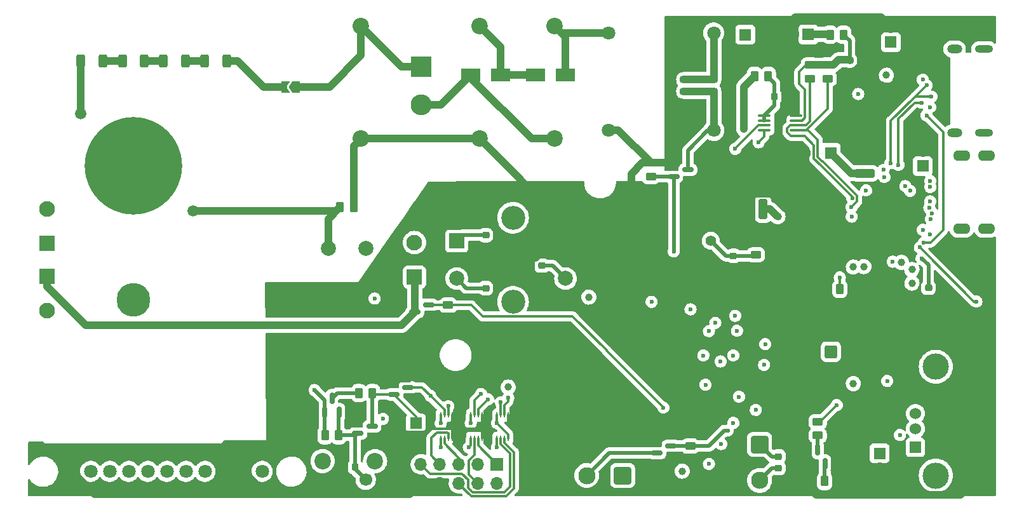
<source format=gbr>
%TF.GenerationSoftware,KiCad,Pcbnew,6.0.10-86aedd382b~118~ubuntu22.04.1*%
%TF.CreationDate,2023-01-15T12:46:15+03:00*%
%TF.ProjectId,xray,78726179-2e6b-4696-9361-645f70636258,rev?*%
%TF.SameCoordinates,Original*%
%TF.FileFunction,Copper,L4,Bot*%
%TF.FilePolarity,Positive*%
%FSLAX46Y46*%
G04 Gerber Fmt 4.6, Leading zero omitted, Abs format (unit mm)*
G04 Created by KiCad (PCBNEW 6.0.10-86aedd382b~118~ubuntu22.04.1) date 2023-01-15 12:46:15*
%MOMM*%
%LPD*%
G01*
G04 APERTURE LIST*
G04 Aperture macros list*
%AMRoundRect*
0 Rectangle with rounded corners*
0 $1 Rounding radius*
0 $2 $3 $4 $5 $6 $7 $8 $9 X,Y pos of 4 corners*
0 Add a 4 corners polygon primitive as box body*
4,1,4,$2,$3,$4,$5,$6,$7,$8,$9,$2,$3,0*
0 Add four circle primitives for the rounded corners*
1,1,$1+$1,$2,$3*
1,1,$1+$1,$4,$5*
1,1,$1+$1,$6,$7*
1,1,$1+$1,$8,$9*
0 Add four rect primitives between the rounded corners*
20,1,$1+$1,$2,$3,$4,$5,0*
20,1,$1+$1,$4,$5,$6,$7,0*
20,1,$1+$1,$6,$7,$8,$9,0*
20,1,$1+$1,$8,$9,$2,$3,0*%
%AMFreePoly0*
4,1,6,1.000000,0.000000,0.500000,-0.750000,-0.500000,-0.750000,-0.500000,0.750000,0.500000,0.750000,1.000000,0.000000,1.000000,0.000000,$1*%
%AMFreePoly1*
4,1,6,0.500000,-0.750000,-0.650000,-0.750000,-0.150000,0.000000,-0.650000,0.750000,0.500000,0.750000,0.500000,-0.750000,0.500000,-0.750000,$1*%
G04 Aperture macros list end*
%TA.AperFunction,ComponentPad*%
%ADD10R,1.600000X1.600000*%
%TD*%
%TA.AperFunction,ComponentPad*%
%ADD11C,1.600000*%
%TD*%
%TA.AperFunction,ComponentPad*%
%ADD12C,0.500000*%
%TD*%
%TA.AperFunction,SMDPad,CuDef*%
%ADD13R,4.600000X4.600000*%
%TD*%
%TA.AperFunction,SMDPad,CuDef*%
%ADD14RoundRect,0.250000X0.262500X0.450000X-0.262500X0.450000X-0.262500X-0.450000X0.262500X-0.450000X0*%
%TD*%
%TA.AperFunction,ComponentPad*%
%ADD15R,1.700000X1.700000*%
%TD*%
%TA.AperFunction,ComponentPad*%
%ADD16O,1.700000X1.700000*%
%TD*%
%TA.AperFunction,ComponentPad*%
%ADD17C,2.200000*%
%TD*%
%TA.AperFunction,ComponentPad*%
%ADD18RoundRect,0.250001X-0.899999X0.899999X-0.899999X-0.899999X0.899999X-0.899999X0.899999X0.899999X0*%
%TD*%
%TA.AperFunction,ComponentPad*%
%ADD19C,2.300000*%
%TD*%
%TA.AperFunction,ComponentPad*%
%ADD20C,1.800000*%
%TD*%
%TA.AperFunction,ComponentPad*%
%ADD21R,2.000000X2.000000*%
%TD*%
%TA.AperFunction,ComponentPad*%
%ADD22C,2.000000*%
%TD*%
%TA.AperFunction,ComponentPad*%
%ADD23C,3.200000*%
%TD*%
%TA.AperFunction,ComponentPad*%
%ADD24RoundRect,0.250001X0.899999X0.899999X-0.899999X0.899999X-0.899999X-0.899999X0.899999X-0.899999X0*%
%TD*%
%TA.AperFunction,ComponentPad*%
%ADD25O,2.300000X1.400000*%
%TD*%
%TA.AperFunction,ComponentPad*%
%ADD26RoundRect,0.250001X0.799999X-0.799999X0.799999X0.799999X-0.799999X0.799999X-0.799999X-0.799999X0*%
%TD*%
%TA.AperFunction,ComponentPad*%
%ADD27C,2.100000*%
%TD*%
%TA.AperFunction,ComponentPad*%
%ADD28C,1.700000*%
%TD*%
%TA.AperFunction,ComponentPad*%
%ADD29RoundRect,0.250001X-0.799999X0.799999X-0.799999X-0.799999X0.799999X-0.799999X0.799999X0.799999X0*%
%TD*%
%TA.AperFunction,ComponentPad*%
%ADD30R,2.800000X2.800000*%
%TD*%
%TA.AperFunction,ComponentPad*%
%ADD31O,2.800000X2.800000*%
%TD*%
%TA.AperFunction,ComponentPad*%
%ADD32R,1.524000X1.524000*%
%TD*%
%TA.AperFunction,ComponentPad*%
%ADD33C,1.524000*%
%TD*%
%TA.AperFunction,ComponentPad*%
%ADD34C,3.500000*%
%TD*%
%TA.AperFunction,ComponentPad*%
%ADD35O,2.400000X1.000000*%
%TD*%
%TA.AperFunction,ComponentPad*%
%ADD36O,2.000000X1.200000*%
%TD*%
%TA.AperFunction,SMDPad,CuDef*%
%ADD37RoundRect,0.150000X0.150000X-0.587500X0.150000X0.587500X-0.150000X0.587500X-0.150000X-0.587500X0*%
%TD*%
%TA.AperFunction,SMDPad,CuDef*%
%ADD38RoundRect,0.250000X0.450000X-0.262500X0.450000X0.262500X-0.450000X0.262500X-0.450000X-0.262500X0*%
%TD*%
%TA.AperFunction,SMDPad,CuDef*%
%ADD39RoundRect,0.150000X-0.587500X-0.150000X0.587500X-0.150000X0.587500X0.150000X-0.587500X0.150000X0*%
%TD*%
%TA.AperFunction,SMDPad,CuDef*%
%ADD40RoundRect,0.225000X0.250000X-0.225000X0.250000X0.225000X-0.250000X0.225000X-0.250000X-0.225000X0*%
%TD*%
%TA.AperFunction,SMDPad,CuDef*%
%ADD41RoundRect,0.250000X0.312500X0.625000X-0.312500X0.625000X-0.312500X-0.625000X0.312500X-0.625000X0*%
%TD*%
%TA.AperFunction,SMDPad,CuDef*%
%ADD42R,2.500000X1.800000*%
%TD*%
%TA.AperFunction,SMDPad,CuDef*%
%ADD43RoundRect,0.250000X-0.262500X-0.450000X0.262500X-0.450000X0.262500X0.450000X-0.262500X0.450000X0*%
%TD*%
%TA.AperFunction,SMDPad,CuDef*%
%ADD44RoundRect,0.225000X-0.250000X0.225000X-0.250000X-0.225000X0.250000X-0.225000X0.250000X0.225000X0*%
%TD*%
%TA.AperFunction,SMDPad,CuDef*%
%ADD45RoundRect,0.150000X0.587500X0.150000X-0.587500X0.150000X-0.587500X-0.150000X0.587500X-0.150000X0*%
%TD*%
%TA.AperFunction,SMDPad,CuDef*%
%ADD46RoundRect,0.225000X0.225000X0.250000X-0.225000X0.250000X-0.225000X-0.250000X0.225000X-0.250000X0*%
%TD*%
%TA.AperFunction,SMDPad,CuDef*%
%ADD47RoundRect,0.100000X0.712500X0.100000X-0.712500X0.100000X-0.712500X-0.100000X0.712500X-0.100000X0*%
%TD*%
%TA.AperFunction,SMDPad,CuDef*%
%ADD48RoundRect,0.250000X-0.450000X0.262500X-0.450000X-0.262500X0.450000X-0.262500X0.450000X0.262500X0*%
%TD*%
%TA.AperFunction,SMDPad,CuDef*%
%ADD49R,0.250000X0.750000*%
%TD*%
%TA.AperFunction,ComponentPad*%
%ADD50C,1.400000*%
%TD*%
%TA.AperFunction,ComponentPad*%
%ADD51O,1.400000X1.400000*%
%TD*%
%TA.AperFunction,WasherPad*%
%ADD52C,13.000000*%
%TD*%
%TA.AperFunction,WasherPad*%
%ADD53C,4.500000*%
%TD*%
%TA.AperFunction,ComponentPad*%
%ADD54C,1.500000*%
%TD*%
%TA.AperFunction,SMDPad,CuDef*%
%ADD55RoundRect,0.250000X0.325000X1.100000X-0.325000X1.100000X-0.325000X-1.100000X0.325000X-1.100000X0*%
%TD*%
%TA.AperFunction,SMDPad,CuDef*%
%ADD56RoundRect,0.225000X-0.225000X-0.250000X0.225000X-0.250000X0.225000X0.250000X-0.225000X0.250000X0*%
%TD*%
%TA.AperFunction,SMDPad,CuDef*%
%ADD57FreePoly0,180.000000*%
%TD*%
%TA.AperFunction,SMDPad,CuDef*%
%ADD58FreePoly1,180.000000*%
%TD*%
%TA.AperFunction,SMDPad,CuDef*%
%ADD59RoundRect,0.250000X1.100000X-0.325000X1.100000X0.325000X-1.100000X0.325000X-1.100000X-0.325000X0*%
%TD*%
%TA.AperFunction,ComponentPad*%
%ADD60RoundRect,0.250000X0.600000X-0.600000X0.600000X0.600000X-0.600000X0.600000X-0.600000X-0.600000X0*%
%TD*%
%TA.AperFunction,ViaPad*%
%ADD61C,0.600000*%
%TD*%
%TA.AperFunction,ViaPad*%
%ADD62C,1.000000*%
%TD*%
%TA.AperFunction,Conductor*%
%ADD63C,0.500000*%
%TD*%
%TA.AperFunction,Conductor*%
%ADD64C,0.300000*%
%TD*%
%TA.AperFunction,Conductor*%
%ADD65C,1.000000*%
%TD*%
G04 APERTURE END LIST*
D10*
%TO.P,C2,1*%
%TO.N,USB_OUT_VBUS*%
X169510000Y-133834888D03*
D11*
%TO.P,C2,2*%
%TO.N,GND*%
X169510000Y-135834888D03*
%TD*%
D12*
%TO.P,U2,41,EP*%
%TO.N,GND*%
X168710000Y-102515000D03*
X171785000Y-102515000D03*
X168710000Y-103540000D03*
X168710000Y-101490000D03*
X171785000Y-101490000D03*
X168710000Y-104565000D03*
X170760000Y-103540000D03*
X172810000Y-104565000D03*
X170760000Y-102515000D03*
D13*
X170760000Y-103540000D03*
D12*
X170760000Y-104565000D03*
X172810000Y-105590000D03*
X172810000Y-101490000D03*
X171785000Y-104565000D03*
X170760000Y-105590000D03*
X169735000Y-104565000D03*
X169735000Y-105590000D03*
X169735000Y-103540000D03*
X171785000Y-103540000D03*
X172810000Y-102515000D03*
X169735000Y-102515000D03*
X170760000Y-101490000D03*
X169735000Y-101490000D03*
X168710000Y-105590000D03*
X171785000Y-105590000D03*
X172810000Y-103540000D03*
%TD*%
D14*
%TO.P,R14,1*%
%TO.N,GND*%
X99422500Y-101040000D03*
%TO.P,R14,2*%
%TO.N,Net-(C24-Pad1)*%
X97597500Y-101040000D03*
%TD*%
D10*
%TO.P,C26,1*%
%TO.N,USB_OUT_VOUT2*%
X160000000Y-78000000D03*
D11*
%TO.P,C26,2*%
%TO.N,GND*%
X158000000Y-78000000D03*
%TD*%
D15*
%TO.P,J4,1,Pin_1*%
%TO.N,Net-(J4-Pad1)*%
X118510000Y-135290000D03*
D16*
%TO.P,J4,2,Pin_2*%
%TO.N,+5V*%
X118510000Y-137830000D03*
%TO.P,J4,3,Pin_3*%
%TO.N,unconnected-(J4-Pad3)*%
X115970000Y-135290000D03*
%TO.P,J4,4,Pin_4*%
%TO.N,Net-(J4-Pad4)*%
X115970000Y-137830000D03*
%TO.P,J4,5,Pin_5*%
%TO.N,Net-(J4-Pad5)*%
X113430000Y-135290000D03*
%TO.P,J4,6,Pin_6*%
%TO.N,Net-(J4-Pad6)*%
X113430000Y-137830000D03*
%TO.P,J4,7,Pin_7*%
%TO.N,Net-(J4-Pad7)*%
X110890000Y-135290000D03*
%TO.P,J4,8,Pin_8*%
%TO.N,GND*%
X110890000Y-137830000D03*
%TO.P,J4,9,Pin_9*%
%TO.N,Net-(J4-Pad9)*%
X108350000Y-135290000D03*
%TO.P,J4,10,Pin_10*%
%TO.N,GND*%
X108350000Y-137830000D03*
%TD*%
D17*
%TO.P,C9,1*%
%TO.N,Net-(C9-Pad1)*%
X116200000Y-76900000D03*
%TO.P,C9,2*%
%TO.N,GND*%
X116200000Y-91900000D03*
%TD*%
%TO.P,C11,1*%
%TO.N,GND*%
X100400000Y-91900000D03*
%TO.P,C11,2*%
%TO.N,Net-(C11-Pad2)*%
X100400000Y-76900000D03*
%TD*%
D18*
%TO.P,M1,1,+*%
%TO.N,VCC*%
X153510000Y-132640000D03*
D19*
%TO.P,M1,2,-*%
%TO.N,Net-(C39-Pad1)*%
X153510000Y-137440000D03*
%TD*%
D20*
%TO.P,U7,1,CS*%
%TO.N,GND*%
X61810000Y-136240000D03*
%TO.P,U7,2,RESET*%
%TO.N,Net-(Q10-Pad3)*%
X64350000Y-136240000D03*
%TO.P,U7,3,DC*%
%TO.N,TFT_DC*%
X66890000Y-136240000D03*
%TO.P,U7,4,MOSI*%
%TO.N,MOSI*%
X69430000Y-136240000D03*
%TO.P,U7,5,SCK*%
%TO.N,SCK*%
X71970000Y-136240000D03*
%TO.P,U7,6,NC*%
%TO.N,unconnected-(U7-Pad6)*%
X74510000Y-136240000D03*
%TO.P,U7,7,NC*%
%TO.N,unconnected-(U7-Pad7)*%
X77050000Y-136240000D03*
%TO.P,U7,8,NC*%
%TO.N,unconnected-(U7-Pad8)*%
X79590000Y-136240000D03*
%TO.P,U7,9,GND*%
%TO.N,GND*%
X82130000Y-136240000D03*
%TO.P,U7,10,GND*%
X84670000Y-136240000D03*
%TO.P,U7,11,VCC*%
%TO.N,Net-(Q10-Pad3)*%
X87210000Y-136240000D03*
%TD*%
D21*
%TO.P,SW1,A,A*%
%TO.N,ENCODER_A*%
X113150000Y-105540000D03*
D22*
%TO.P,SW1,B,B*%
%TO.N,ENCODER_B*%
X113150000Y-110540000D03*
%TO.P,SW1,C,C*%
%TO.N,GND*%
X113150000Y-108040000D03*
D23*
%TO.P,SW1,MP*%
%TO.N,N/C*%
X120650000Y-102440000D03*
X120650000Y-113640000D03*
D22*
%TO.P,SW1,S1,S1*%
%TO.N,ENCODER_CLICK*%
X127650000Y-110540000D03*
%TO.P,SW1,S2,S2*%
%TO.N,GND*%
X127650000Y-105540000D03*
%TD*%
D24*
%TO.P,LS1,1,1*%
%TO.N,Net-(LS1-Pad1)*%
X135260000Y-136790000D03*
D19*
%TO.P,LS1,2,2*%
%TO.N,Net-(LS1-Pad2)*%
X130460000Y-136790000D03*
%TD*%
D25*
%TO.P,J1,6,Shield*%
%TO.N,unconnected-(J1-Pad6)*%
X180460000Y-103890000D03*
X180460000Y-94190000D03*
X183760000Y-103890000D03*
X183760000Y-94190000D03*
%TD*%
D17*
%TO.P,C8,1*%
%TO.N,Net-(C8-Pad1)*%
X126200000Y-76900000D03*
%TO.P,C8,2*%
%TO.N,Net-(C8-Pad2)*%
X126200000Y-91900000D03*
%TD*%
D26*
%TO.P,D4,1,K*%
%TO.N,Net-(D4-Pad1)*%
X58510000Y-105840000D03*
D27*
%TO.P,D4,2,A*%
%TO.N,Net-(D4-Pad2)*%
X58510000Y-101240000D03*
%TD*%
D10*
%TO.P,C3,1*%
%TO.N,USB_M_IN_VBUS*%
X175260000Y-95540000D03*
D11*
%TO.P,C3,2*%
%TO.N,GND*%
X175260000Y-93540000D03*
%TD*%
D10*
%TO.P,C10,1*%
%TO.N,USB_VSYS*%
X163010000Y-93790000D03*
D11*
%TO.P,C10,2*%
%TO.N,GND*%
X159510000Y-93790000D03*
%TD*%
D17*
%TO.P,SW2,*%
%TO.N,*%
X95260000Y-134865000D03*
X102260000Y-134865000D03*
D28*
%TO.P,SW2,1*%
%TO.N,WAKEUP_BUTTON*%
X101010000Y-137365000D03*
%TO.P,SW2,2*%
%TO.N,GND*%
X96510000Y-137365000D03*
%TD*%
D10*
%TO.P,C4,1*%
%TO.N,USB_IN_VBUS*%
X171010000Y-79040000D03*
D11*
%TO.P,C4,2*%
%TO.N,GND*%
X171010000Y-77040000D03*
%TD*%
D29*
%TO.P,D6,1,K*%
%TO.N,Net-(D4-Pad1)*%
X58510000Y-110240000D03*
D27*
%TO.P,D6,2,A*%
%TO.N,Net-(D6-Pad2)*%
X58510000Y-114840000D03*
%TD*%
D22*
%TO.P,C24,1*%
%TO.N,Net-(C24-Pad1)*%
X96010000Y-106540000D03*
%TO.P,C24,2*%
%TO.N,Net-(C24-Pad2)*%
X101010000Y-106540000D03*
%TD*%
D10*
%TO.P,C40,1*%
%TO.N,Net-(C40-Pad1)*%
X107715113Y-129840000D03*
D11*
%TO.P,C40,2*%
%TO.N,GND*%
X105215113Y-129840000D03*
%TD*%
D20*
%TO.P,T1,1,AA*%
%TO.N,Net-(C1-Pad1)*%
X147400000Y-77800000D03*
%TO.P,T1,2,AB*%
%TO.N,Net-(C5-Pad1)*%
X147400000Y-90800000D03*
%TO.P,T1,3,SA*%
%TO.N,GND*%
X133400000Y-90800000D03*
%TO.P,T1,4,SB*%
%TO.N,Net-(C8-Pad1)*%
X133400000Y-77800000D03*
%TD*%
D30*
%TO.P,D3,1,K*%
%TO.N,Net-(C11-Pad2)*%
X108400000Y-82284497D03*
D31*
%TO.P,D3,2,A*%
%TO.N,Net-(C8-Pad2)*%
X108400000Y-87364497D03*
%TD*%
D32*
%TO.P,J2,1,VBUS*%
%TO.N,USB_OUT_VBUS*%
X174282500Y-133040000D03*
D33*
%TO.P,J2,2,D-*%
%TO.N,USB_OUT_D-*%
X174282500Y-130540000D03*
%TO.P,J2,3,D+*%
%TO.N,USB_OUT_D+*%
X174282500Y-128540000D03*
%TO.P,J2,4,GND*%
%TO.N,GND*%
X174282500Y-126040000D03*
D34*
%TO.P,J2,5,Shield*%
%TO.N,unconnected-(J2-Pad5)*%
X176992500Y-122290000D03*
X176992500Y-136790000D03*
%TD*%
D10*
%TO.P,C1,1*%
%TO.N,Net-(C1-Pad1)*%
X151594888Y-78040000D03*
D11*
%TO.P,C1,2*%
%TO.N,GND*%
X154094888Y-78040000D03*
%TD*%
D35*
%TO.P,J3,S1,SHIELD*%
%TO.N,unconnected-(J3-PadS1)*%
X183410000Y-91140000D03*
D36*
X179485000Y-91140000D03*
X179485000Y-79940000D03*
D35*
X183410000Y-79940000D03*
%TD*%
D37*
%TO.P,Q6,1,G*%
%TO.N,USB_FORCE_ON*%
X162210000Y-135227500D03*
%TO.P,Q6,2,S*%
%TO.N,GND*%
X160310000Y-135227500D03*
%TO.P,Q6,3,D*%
%TO.N,Net-(Q6-Pad3)*%
X161260000Y-133352500D03*
%TD*%
D38*
%TO.P,R27,1*%
%TO.N,GND*%
X112000000Y-115912500D03*
%TO.P,R27,2*%
%TO.N,FLASHLIGHT*%
X112000000Y-114087500D03*
%TD*%
D39*
%TO.P,Q3,1,G*%
%TO.N,UV_PWM*%
X142072500Y-96990000D03*
%TO.P,Q3,2,S*%
%TO.N,GND*%
X142072500Y-95090000D03*
%TO.P,Q3,3,D*%
%TO.N,Net-(C5-Pad1)*%
X143947500Y-96040000D03*
%TD*%
D40*
%TO.P,C16,1*%
%TO.N,GND*%
X150010000Y-109065000D03*
%TO.P,C16,2*%
%TO.N,Net-(C16-Pad2)*%
X150010000Y-107515000D03*
%TD*%
D41*
%TO.P,R11,1*%
%TO.N,Net-(R10-Pad2)*%
X76972500Y-81540000D03*
%TO.P,R11,2*%
%TO.N,Net-(R11-Pad2)*%
X74047500Y-81540000D03*
%TD*%
D39*
%TO.P,Q11,1,G*%
%TO.N,WAKEUP_BUTTON*%
X99972500Y-131190000D03*
%TO.P,Q11,2,S*%
%TO.N,GND*%
X99972500Y-129290000D03*
%TO.P,Q11,3,D*%
%TO.N,Net-(C40-Pad1)*%
X101847500Y-130240000D03*
%TD*%
D42*
%TO.P,D1,1,K*%
%TO.N,Net-(C9-Pad1)*%
X123600000Y-83400000D03*
%TO.P,D1,2,A*%
%TO.N,Net-(C8-Pad1)*%
X127600000Y-83400000D03*
%TD*%
D43*
%TO.P,R15,1*%
%TO.N,GND*%
X162385000Y-111940000D03*
%TO.P,R15,2*%
%TO.N,Net-(R15-Pad2)*%
X164210000Y-111940000D03*
%TD*%
D14*
%TO.P,R30,1*%
%TO.N,WAKEUP_BUTTON*%
X97422500Y-131440000D03*
%TO.P,R30,2*%
%TO.N,VCC*%
X95597500Y-131440000D03*
%TD*%
D26*
%TO.P,D5,1,K*%
%TO.N,Net-(D4-Pad1)*%
X107510000Y-110340000D03*
D27*
%TO.P,D5,2,A*%
%TO.N,Net-(D5-Pad2)*%
X107510000Y-105740000D03*
%TD*%
D43*
%TO.P,R7,1*%
%TO.N,VCC*%
X152847500Y-83540000D03*
%TO.P,R7,2*%
%TO.N,Net-(C7-Pad2)*%
X154672500Y-83540000D03*
%TD*%
D44*
%TO.P,C32,1*%
%TO.N,VREG*%
X165510000Y-81475000D03*
%TO.P,C32,2*%
%TO.N,GND*%
X165510000Y-83025000D03*
%TD*%
D37*
%TO.P,Q9,1,G*%
%TO.N,WAKEUP_BUTTON*%
X97460000Y-128377500D03*
%TO.P,Q9,2,S*%
%TO.N,VCC*%
X95560000Y-128377500D03*
%TO.P,Q9,3,D*%
%TO.N,Net-(Q9-Pad3)*%
X96510000Y-126502500D03*
%TD*%
D41*
%TO.P,R12,1*%
%TO.N,Net-(R11-Pad2)*%
X71510000Y-81540000D03*
%TO.P,R12,2*%
%TO.N,Net-(R12-Pad2)*%
X68585000Y-81540000D03*
%TD*%
D45*
%TO.P,Q12,1,G*%
%TO.N,SPEAKER*%
X141697500Y-132840000D03*
%TO.P,Q12,2,S*%
%TO.N,GND*%
X141697500Y-134740000D03*
%TO.P,Q12,3,D*%
%TO.N,Net-(LS1-Pad2)*%
X139822500Y-133790000D03*
%TD*%
D46*
%TO.P,C7,1*%
%TO.N,GND*%
X157035000Y-86290000D03*
%TO.P,C7,2*%
%TO.N,Net-(C7-Pad2)*%
X155485000Y-86290000D03*
%TD*%
D47*
%TO.P,U1,1,GND*%
%TO.N,GND*%
X158372500Y-88815000D03*
%TO.P,U1,2,VREF1*%
%TO.N,VREG*%
X158372500Y-89465000D03*
%TO.P,U1,3,SCL1*%
%TO.N,USB_I2C_SCL*%
X158372500Y-90115000D03*
%TO.P,U1,4,SDA1*%
%TO.N,USB_I2C_SDA*%
X158372500Y-90765000D03*
%TO.P,U1,5,SDA2*%
%TO.N,MCU_I2C_SDA*%
X154147500Y-90765000D03*
%TO.P,U1,6,SCL2*%
%TO.N,MCU_I2C_SCL*%
X154147500Y-90115000D03*
%TO.P,U1,7,VREF2*%
%TO.N,Net-(C7-Pad2)*%
X154147500Y-89465000D03*
%TO.P,U1,8,EN*%
X154147500Y-88815000D03*
%TD*%
D40*
%TO.P,C5,1*%
%TO.N,Net-(C5-Pad1)*%
X147400000Y-85575000D03*
%TO.P,C5,2*%
%TO.N,Net-(C1-Pad1)*%
X147400000Y-84025000D03*
%TD*%
D48*
%TO.P,R3,1*%
%TO.N,VREG*%
X162600000Y-82087500D03*
%TO.P,R3,2*%
%TO.N,USB_I2C_SDA*%
X162600000Y-83912500D03*
%TD*%
D40*
%TO.P,C39,1*%
%TO.N,Net-(C39-Pad1)*%
X156010000Y-135815000D03*
%TO.P,C39,2*%
%TO.N,VCC*%
X156010000Y-134265000D03*
%TD*%
D49*
%TO.P,U6,1,VCCA*%
%TO.N,VCC*%
X118510000Y-128740000D03*
%TO.P,U6,2,A1*%
%TO.N,MISO*%
X119010000Y-128740000D03*
%TO.P,U6,3,A2*%
%TO.N,TXD*%
X119510000Y-128740000D03*
%TO.P,U6,4,GND*%
%TO.N,GND*%
X120010000Y-128740000D03*
%TO.P,U6,5,DIR*%
%TO.N,VCC*%
X120010000Y-131840000D03*
%TO.P,U6,6,B2*%
%TO.N,Net-(J4-Pad6)*%
X119510000Y-131840000D03*
%TO.P,U6,7,B1*%
%TO.N,Net-(J4-Pad9)*%
X119010000Y-131840000D03*
%TO.P,U6,8,VCCB*%
%TO.N,+5V*%
X118510000Y-131840000D03*
%TD*%
%TO.P,U5,1,VCCA*%
%TO.N,VCC*%
X111010000Y-128740000D03*
%TO.P,U5,2,A1*%
%TO.N,RESET*%
X111510000Y-128740000D03*
%TO.P,U5,3,A2*%
%TO.N,SCK*%
X112010000Y-128740000D03*
%TO.P,U5,4,GND*%
%TO.N,GND*%
X112510000Y-128740000D03*
%TO.P,U5,5,DIR*%
X112510000Y-131840000D03*
%TO.P,U5,6,B2*%
%TO.N,Net-(J4-Pad7)*%
X112010000Y-131840000D03*
%TO.P,U5,7,B1*%
%TO.N,Net-(J4-Pad5)*%
X111510000Y-131840000D03*
%TO.P,U5,8,VCCB*%
%TO.N,+5V*%
X111010000Y-131840000D03*
%TD*%
D38*
%TO.P,R34,1*%
%TO.N,GND*%
X144260000Y-134702500D03*
%TO.P,R34,2*%
%TO.N,SPEAKER*%
X144260000Y-132877500D03*
%TD*%
D50*
%TO.P,R9,1*%
%TO.N,Net-(C16-Pad2)*%
X147010000Y-105500000D03*
D51*
%TO.P,R9,2*%
%TO.N,GND*%
X147010000Y-110580000D03*
%TD*%
D41*
%TO.P,R13,1*%
%TO.N,Net-(R12-Pad2)*%
X65972500Y-81540000D03*
%TO.P,R13,2*%
%TO.N,Net-(R13-Pad2)*%
X63047500Y-81540000D03*
%TD*%
D52*
%TO.P,V1,*%
%TO.N,*%
X70010000Y-95540000D03*
D53*
X70010000Y-113340000D03*
D54*
%TO.P,V1,1,1*%
%TO.N,Net-(R13-Pad2)*%
X63010000Y-88540000D03*
%TO.P,V1,2,2*%
%TO.N,Net-(C24-Pad1)*%
X78010000Y-101540000D03*
%TD*%
D55*
%TO.P,C22,1*%
%TO.N,VCC*%
X153985000Y-101290000D03*
%TO.P,C22,2*%
%TO.N,GND*%
X151035000Y-101290000D03*
%TD*%
D56*
%TO.P,C38,1*%
%TO.N,GND*%
X98035000Y-135640000D03*
%TO.P,C38,2*%
%TO.N,WAKEUP_BUTTON*%
X99585000Y-135640000D03*
%TD*%
D40*
%TO.P,C6,1*%
%TO.N,Net-(C5-Pad1)*%
X143400000Y-85575000D03*
%TO.P,C6,2*%
%TO.N,Net-(C1-Pad1)*%
X143400000Y-84025000D03*
%TD*%
D57*
%TO.P,JP1,1,A*%
%TO.N,Net-(C11-Pad2)*%
X91725000Y-85000000D03*
D58*
%TO.P,JP1,2,B*%
%TO.N,Net-(JP1-Pad2)*%
X90275000Y-85000000D03*
%TD*%
D14*
%TO.P,R19,1*%
%TO.N,VREG*%
X164712500Y-78040000D03*
%TO.P,R19,2*%
%TO.N,USB_OUT_VOUT2*%
X162887500Y-78040000D03*
%TD*%
D45*
%TO.P,Q8,1,G*%
%TO.N,FLASHLIGHT*%
X109437500Y-114050000D03*
%TO.P,Q8,2,S*%
%TO.N,GND*%
X109437500Y-115950000D03*
%TO.P,Q8,3,D*%
%TO.N,Net-(D4-Pad1)*%
X107562500Y-115000000D03*
%TD*%
D38*
%TO.P,R18,1*%
%TO.N,Net-(Q6-Pad3)*%
X161260000Y-131452500D03*
%TO.P,R18,2*%
%TO.N,USB_KEY*%
X161260000Y-129627500D03*
%TD*%
D59*
%TO.P,C12,1*%
%TO.N,USB_VSYS*%
X167510000Y-96515000D03*
%TO.P,C12,2*%
%TO.N,GND*%
X167510000Y-93565000D03*
%TD*%
D48*
%TO.P,R2,1*%
%TO.N,VREG*%
X160200000Y-82087500D03*
%TO.P,R2,2*%
%TO.N,USB_I2C_SCL*%
X160200000Y-83912500D03*
%TD*%
D44*
%TO.P,C35,1*%
%TO.N,ENCODER_A*%
X117010000Y-104765000D03*
%TO.P,C35,2*%
%TO.N,GND*%
X117010000Y-106315000D03*
%TD*%
D48*
%TO.P,R8,1*%
%TO.N,Net-(C16-Pad2)*%
X153010000Y-107377500D03*
%TO.P,R8,2*%
%TO.N,GND*%
X153010000Y-109202500D03*
%TD*%
D41*
%TO.P,R10,1*%
%TO.N,Net-(JP1-Pad2)*%
X82472500Y-81540000D03*
%TO.P,R10,2*%
%TO.N,Net-(R10-Pad2)*%
X79547500Y-81540000D03*
%TD*%
D14*
%TO.P,R31,1*%
%TO.N,Net-(C40-Pad1)*%
X101912500Y-125800000D03*
%TO.P,R31,2*%
%TO.N,Net-(Q9-Pad3)*%
X100087500Y-125800000D03*
%TD*%
D49*
%TO.P,U4,1,VCCA*%
%TO.N,VCC*%
X115010000Y-128740000D03*
%TO.P,U4,2,A1*%
%TO.N,RXD*%
X115510000Y-128740000D03*
%TO.P,U4,3,A2*%
%TO.N,MOSI*%
X116010000Y-128740000D03*
%TO.P,U4,4,GND*%
%TO.N,GND*%
X116510000Y-128740000D03*
%TO.P,U4,5,DIR*%
X116510000Y-131840000D03*
%TO.P,U4,6,B2*%
%TO.N,Net-(J4-Pad1)*%
X116010000Y-131840000D03*
%TO.P,U4,7,B1*%
%TO.N,Net-(J4-Pad4)*%
X115510000Y-131840000D03*
%TO.P,U4,8,VCCB*%
%TO.N,+5V*%
X115010000Y-131840000D03*
%TD*%
D48*
%TO.P,R4,1*%
%TO.N,GND*%
X139010000Y-95127500D03*
%TO.P,R4,2*%
%TO.N,UV_PWM*%
X139010000Y-96952500D03*
%TD*%
D42*
%TO.P,D2,1,K*%
%TO.N,Net-(C8-Pad2)*%
X115000000Y-83400000D03*
%TO.P,D2,2,A*%
%TO.N,Net-(C9-Pad1)*%
X119000000Y-83400000D03*
%TD*%
D39*
%TO.P,Q14,1,G*%
%TO.N,Net-(C40-Pad1)*%
X104772500Y-125990000D03*
%TO.P,Q14,2,S*%
%TO.N,GND*%
X104772500Y-124090000D03*
%TO.P,Q14,3,D*%
%TO.N,RESET*%
X106647500Y-125040000D03*
%TD*%
D14*
%TO.P,R22,1*%
%TO.N,USB_FORCE_ON*%
X162172500Y-137540000D03*
%TO.P,R22,2*%
%TO.N,GND*%
X160347500Y-137540000D03*
%TD*%
D60*
%TO.P,BT1,1,+*%
%TO.N,Net-(BT1-Pad1)*%
X163010000Y-120290000D03*
D28*
%TO.P,BT1,2,-*%
%TO.N,GND*%
X163010000Y-116290000D03*
%TD*%
D44*
%TO.P,C33,1*%
%TO.N,VCC*%
X176010000Y-111765000D03*
%TO.P,C33,2*%
%TO.N,GND*%
X176010000Y-113315000D03*
%TD*%
D40*
%TO.P,C37,1*%
%TO.N,ENCODER_CLICK*%
X124510000Y-108815000D03*
%TO.P,C37,2*%
%TO.N,GND*%
X124510000Y-107265000D03*
%TD*%
%TO.P,C36,1*%
%TO.N,ENCODER_B*%
X117010000Y-111815000D03*
%TO.P,C36,2*%
%TO.N,GND*%
X117010000Y-110265000D03*
%TD*%
D61*
%TO.N,USB_INT*%
X148400000Y-132600000D03*
%TO.N,GND*%
X151000000Y-132800000D03*
X147147500Y-138452500D03*
D62*
%TO.N,VCC*%
X143200000Y-136200000D03*
%TO.N,+5V*%
X120000000Y-125000000D03*
D61*
%TO.N,VCC*%
X94200000Y-125400000D03*
D62*
%TO.N,GND*%
X101922500Y-121677500D03*
D61*
%TO.N,RADIATION_VALUE*%
X102200000Y-113200000D03*
%TO.N,USB_KEY*%
X163800000Y-127400000D03*
%TO.N,USB_FORCE_ON*%
X162200000Y-136400000D03*
%TO.N,USB_OUT_VBUS_G*%
X170510000Y-124200000D03*
%TO.N,USB_OUT_VBUS*%
X172200000Y-131400000D03*
%TO.N,Net-(R15-Pad2)*%
X164200000Y-110400000D03*
%TO.N,USB_M_IN_VBUS_G*%
X182400000Y-113600000D03*
D62*
%TO.N,GND*%
X165959500Y-91665000D03*
D61*
%TO.N,USB_IN_VBUS_G*%
X166655000Y-85945000D03*
D62*
%TO.N,VREG*%
X164200000Y-81400000D03*
%TO.N,VCC*%
X151400000Y-90600000D03*
D61*
X175110000Y-107840000D03*
X111010000Y-129790000D03*
D62*
X155960000Y-102290000D03*
D61*
X115010000Y-129790000D03*
X118510000Y-129790000D03*
%TO.N,GND*%
X129010000Y-125990000D03*
D62*
X124010000Y-136540000D03*
X126010000Y-138540000D03*
X99972500Y-128002500D03*
D61*
X156785000Y-126265000D03*
X139510000Y-121515000D03*
D62*
X124010000Y-138540000D03*
X126010000Y-136540000D03*
D61*
%TO.N,USB_OUT_VBUS*%
X176510000Y-101839500D03*
%TO.N,USB_IN_VBUS*%
X175414671Y-105741000D03*
X175760000Y-88790000D03*
D62*
X130750000Y-113000000D03*
%TO.N,USB_VSYS*%
X166000000Y-109000000D03*
X167410000Y-108940000D03*
D61*
%TO.N,USB_OUT_VOUT2*%
X175260000Y-104040000D03*
%TO.N,RESET*%
X147610000Y-116440000D03*
X109635000Y-126165000D03*
%TO.N,SPEAKER*%
X149260000Y-130790000D03*
D62*
%TO.N,USB_VMID*%
X166010000Y-124540000D03*
X173810000Y-111140000D03*
X173810000Y-109340000D03*
X170410000Y-83440000D03*
%TO.N,VREG*%
X172412135Y-108373421D03*
D61*
%TO.N,USB_OUT_D-*%
X176141313Y-101130083D03*
%TO.N,USB_OUT_D+*%
X176250000Y-100250000D03*
%TO.N,USB_IN_CC1*%
X173561082Y-98836907D03*
X176245284Y-87704716D03*
%TO.N,+5V*%
X118510000Y-133040000D03*
X114760000Y-133040000D03*
X111010000Y-133040000D03*
%TO.N,USB_IN_D+*%
X176409500Y-86290000D03*
X170955817Y-95148045D03*
X175760000Y-84790000D03*
%TO.N,USB_IN_D-*%
X172010000Y-95390500D03*
X175110000Y-87104693D03*
%TO.N,USB_IN_CC2*%
X175260000Y-84040000D03*
X172934647Y-98215353D03*
%TO.N,UV_PWM*%
X142072500Y-106927500D03*
%TO.N,RADIATION_VALUE*%
X144310000Y-114640000D03*
%TO.N,FLASHLIGHT*%
X140685000Y-127739500D03*
%TO.N,USB_INT*%
X165790000Y-102290000D03*
%TO.N,ENCODER_A*%
X139110000Y-113640000D03*
%TO.N,ENCODER_B*%
X148310000Y-121590500D03*
%TO.N,ENCODER_CLICK*%
X146310000Y-124689500D03*
%TO.N,USB_KEY*%
X171260000Y-108290000D03*
%TO.N,USB_M_IN_D-*%
X170159500Y-97004998D03*
X176260000Y-98339503D03*
%TO.N,USB_M_IN_D+*%
X170010000Y-96040000D03*
X176260000Y-97540000D03*
%TO.N,USB_OUT_VBUS_G*%
X176338863Y-102620471D03*
%TO.N,USB_I2C_SCL*%
X165860500Y-99790000D03*
%TO.N,RXD*%
X116385000Y-125915000D03*
X146760000Y-117540000D03*
%TO.N,TXD*%
X120010500Y-126440000D03*
X146010000Y-120790000D03*
%TO.N,MOSI*%
X117310000Y-126640000D03*
X150010000Y-129790000D03*
%TO.N,MISO*%
X119010000Y-127040000D03*
X150760000Y-126290000D03*
%TO.N,SCK*%
X153010000Y-128040000D03*
X112010000Y-127540000D03*
%TO.N,USB_M_IN_VBUS_G*%
X174880000Y-106390500D03*
%TO.N,USB_IN_VBUS_G*%
X176260000Y-104664774D03*
%TO.N,USB_FORCE_ON*%
X154260000Y-119290000D03*
%TO.N,USB_I2C_SDA*%
X165760000Y-101040000D03*
%TO.N,WAKEUP_BUTTON*%
X146759500Y-135240000D03*
%TO.N,TFT_DC*%
X150010000Y-120790000D03*
%TO.N,MCU_I2C_SDA*%
X150500000Y-117500000D03*
X153375000Y-92375000D03*
%TO.N,TFT_ENABLE#*%
X154110000Y-122040000D03*
X103310000Y-129240000D03*
%TO.N,MCU_I2C_SCL*%
X150250000Y-93250000D03*
X150250000Y-115500000D03*
%TO.N,Net-(C16-Pad2)*%
X167710000Y-98790000D03*
%TD*%
D63*
%TO.N,SPEAKER*%
X144260000Y-132877500D02*
X146722500Y-132877500D01*
X146722500Y-132877500D02*
X148810000Y-130790000D01*
X148810000Y-130790000D02*
X149260000Y-130790000D01*
%TO.N,VCC*%
X95560000Y-126760000D02*
X94200000Y-125400000D01*
X95560000Y-128377500D02*
X95560000Y-126760000D01*
D64*
%TO.N,USB_KEY*%
X161572500Y-129627500D02*
X163800000Y-127400000D01*
%TO.N,Net-(R15-Pad2)*%
X164210000Y-110410000D02*
X164200000Y-110400000D01*
X164210000Y-111940000D02*
X164210000Y-110410000D01*
%TO.N,USB_M_IN_VBUS_G*%
X175525000Y-107040000D02*
X175525000Y-107035500D01*
X182400000Y-113600000D02*
X182085000Y-113600000D01*
X175525000Y-107035500D02*
X174880000Y-106390500D01*
X182085000Y-113600000D02*
X175525000Y-107040000D01*
D65*
%TO.N,USB_VSYS*%
X167510000Y-96515000D02*
X165735000Y-96515000D01*
X165735000Y-96515000D02*
X163010000Y-93790000D01*
%TO.N,VREG*%
X164200000Y-81400000D02*
X165435000Y-81400000D01*
D63*
%TO.N,Net-(C5-Pad1)*%
X143947500Y-96040000D02*
X143947500Y-93452500D01*
X143947500Y-93452500D02*
X146600000Y-90800000D01*
X146600000Y-90800000D02*
X147400000Y-90800000D01*
D65*
%TO.N,GND*%
X99422500Y-92877500D02*
X100400000Y-91900000D01*
D64*
%TO.N,VCC*%
X115010000Y-128740000D02*
X115010000Y-129790000D01*
X111010000Y-128740000D02*
X111010000Y-129790000D01*
D63*
X176010000Y-108740000D02*
X176010000Y-111765000D01*
D65*
X154860000Y-101290000D02*
X155810000Y-102240000D01*
D64*
X118510000Y-129790000D02*
X118510000Y-128740000D01*
X120010000Y-131840000D02*
X120010000Y-131290000D01*
D65*
X151400000Y-84987500D02*
X152847500Y-83540000D01*
D63*
X155135000Y-134265000D02*
X153510000Y-132640000D01*
X156010000Y-134265000D02*
X155135000Y-134265000D01*
D65*
X151400000Y-90600000D02*
X151400000Y-84987500D01*
D64*
X120010000Y-131290000D02*
X118510000Y-129790000D01*
D63*
X175110000Y-107840000D02*
X176010000Y-108740000D01*
D65*
X153985000Y-101290000D02*
X154860000Y-101290000D01*
D63*
X95560000Y-128377500D02*
X95560000Y-131402500D01*
D65*
%TO.N,GND*%
X99422500Y-101040000D02*
X99422500Y-92877500D01*
X82130000Y-136240000D02*
X84670000Y-136240000D01*
X182260000Y-130040000D02*
X178260000Y-126040000D01*
D64*
X108810000Y-130990000D02*
X106365113Y-130990000D01*
D65*
X159510000Y-96290000D02*
X156560000Y-99240000D01*
D63*
X104772500Y-124090000D02*
X106847500Y-124090000D01*
D65*
X160310000Y-137502500D02*
X160347500Y-137540000D01*
D63*
X176010000Y-113315000D02*
X174282500Y-115042500D01*
D65*
X106360000Y-139290000D02*
X106890000Y-139290000D01*
D64*
X109260000Y-130540000D02*
X116510000Y-130540000D01*
X109260000Y-130540000D02*
X108810000Y-130990000D01*
D65*
X127650000Y-105540000D02*
X127650000Y-103350000D01*
X160310000Y-134977500D02*
X160310000Y-137502500D01*
X166175000Y-83025000D02*
X168310000Y-80890000D01*
X169510000Y-135834888D02*
X173015112Y-139340000D01*
X106890000Y-139290000D02*
X108350000Y-137830000D01*
X134682500Y-90800000D02*
X139010000Y-95127500D01*
X165510000Y-83025000D02*
X166175000Y-83025000D01*
X142035000Y-95127500D02*
X142072500Y-95090000D01*
D63*
X117010000Y-106315000D02*
X117010000Y-110265000D01*
X123735000Y-108040000D02*
X124510000Y-107265000D01*
D65*
X158260000Y-75740000D02*
X155960000Y-78040000D01*
X137872500Y-95127500D02*
X136400000Y-96600000D01*
D64*
X112510000Y-131840000D02*
X112510000Y-128740000D01*
D65*
X178260000Y-126040000D02*
X174282500Y-126040000D01*
D64*
X106365113Y-130990000D02*
X105215113Y-129840000D01*
X158372500Y-87622500D02*
X157040000Y-86290000D01*
D63*
X150010000Y-109065000D02*
X148525000Y-109065000D01*
X98035000Y-135840000D02*
X96510000Y-137365000D01*
X125925000Y-107265000D02*
X127650000Y-105540000D01*
D65*
X156000000Y-78000000D02*
X158000000Y-78000000D01*
X94585000Y-139290000D02*
X96510000Y-137365000D01*
D63*
X148525000Y-109065000D02*
X147010000Y-110580000D01*
X99972500Y-128002500D02*
X99972500Y-129290000D01*
D65*
X105510000Y-139290000D02*
X105215113Y-138995113D01*
X64860000Y-139290000D02*
X87720000Y-139290000D01*
D64*
X120010000Y-128740000D02*
X120010000Y-129790000D01*
D65*
X93860000Y-139290000D02*
X94585000Y-139290000D01*
X151035000Y-100265000D02*
X151035000Y-101290000D01*
X155960000Y-78040000D02*
X156000000Y-78000000D01*
X160347500Y-137540000D02*
X160347500Y-138627500D01*
D63*
X124510000Y-107265000D02*
X125925000Y-107265000D01*
D65*
X173015112Y-139340000D02*
X180260000Y-139340000D01*
X108350000Y-137830000D02*
X110890000Y-137830000D01*
X84670000Y-136240000D02*
X87720000Y-139290000D01*
X105510000Y-139290000D02*
X106360000Y-139290000D01*
X139010000Y-95127500D02*
X142035000Y-95127500D01*
X136400000Y-96600000D02*
X136400000Y-100600000D01*
X160347500Y-138627500D02*
X161060000Y-139340000D01*
X162385000Y-111940000D02*
X162385000Y-115665000D01*
D64*
X158372500Y-88815000D02*
X158372500Y-87622500D01*
D65*
X162385000Y-115665000D02*
X163010000Y-116290000D01*
D63*
X155922500Y-109202500D02*
X163010000Y-116290000D01*
D65*
X131000000Y-106000000D02*
X126600000Y-106000000D01*
X169710000Y-77040000D02*
X171010000Y-77040000D01*
X61810000Y-136240000D02*
X64860000Y-139290000D01*
X105215113Y-138995113D02*
X105215113Y-129840000D01*
X155960000Y-78040000D02*
X154094888Y-78040000D01*
X93860000Y-139290000D02*
X106360000Y-139290000D01*
X127650000Y-103350000D02*
X116200000Y-91900000D01*
X133400000Y-90800000D02*
X134682500Y-90800000D01*
D64*
X116510000Y-130540000D02*
X116510000Y-128740000D01*
D65*
X156560000Y-99240000D02*
X152060000Y-99240000D01*
X152060000Y-99240000D02*
X151035000Y-100265000D01*
X171010000Y-77040000D02*
X169710000Y-75740000D01*
X182260000Y-137340000D02*
X182260000Y-130040000D01*
D63*
X113150000Y-108040000D02*
X123735000Y-108040000D01*
D65*
X168310000Y-80890000D02*
X168310000Y-78440000D01*
X159510000Y-93790000D02*
X159510000Y-96290000D01*
D63*
X141697500Y-134740000D02*
X144222500Y-134740000D01*
D65*
X180260000Y-139340000D02*
X182260000Y-137340000D01*
D63*
X153010000Y-109202500D02*
X155922500Y-109202500D01*
X150010000Y-109065000D02*
X152872500Y-109065000D01*
D65*
X168310000Y-78440000D02*
X169710000Y-77040000D01*
X109437500Y-115950000D02*
X111962500Y-115950000D01*
X161060000Y-139340000D02*
X173015112Y-139340000D01*
D64*
X116510000Y-131840000D02*
X116510000Y-130540000D01*
D65*
X111962500Y-115950000D02*
X112000000Y-115912500D01*
X136400000Y-100600000D02*
X131000000Y-106000000D01*
X139010000Y-95127500D02*
X137872500Y-95127500D01*
D63*
X174282500Y-115042500D02*
X174282500Y-126040000D01*
D65*
X116200000Y-91900000D02*
X100400000Y-91900000D01*
X87720000Y-139290000D02*
X93860000Y-139290000D01*
X169710000Y-75740000D02*
X158260000Y-75740000D01*
%TO.N,Net-(C1-Pad1)*%
X143400000Y-84025000D02*
X147400000Y-84025000D01*
X147400000Y-84025000D02*
X147400000Y-77800000D01*
D64*
%TO.N,USB_IN_VBUS*%
X178010000Y-104040000D02*
X178010000Y-91040000D01*
X176309000Y-105741000D02*
X178010000Y-104040000D01*
X175414671Y-105741000D02*
X176309000Y-105741000D01*
X178010000Y-91040000D02*
X175760000Y-88790000D01*
D65*
%TO.N,Net-(C5-Pad1)*%
X147400000Y-85575000D02*
X147400000Y-90800000D01*
X147400000Y-85575000D02*
X143400000Y-85575000D01*
D63*
%TO.N,Net-(C7-Pad2)*%
X155485000Y-84485000D02*
X154672500Y-83672500D01*
X155485000Y-86290000D02*
X155485000Y-84485000D01*
X154147500Y-89465000D02*
X154147500Y-88815000D01*
X154147500Y-88815000D02*
X155485000Y-87477500D01*
X155485000Y-87477500D02*
X155485000Y-86290000D01*
D65*
%TO.N,USB_OUT_VOUT2*%
X162847500Y-78000000D02*
X162887500Y-78040000D01*
X160000000Y-78000000D02*
X162847500Y-78000000D01*
D64*
%TO.N,RESET*%
X109635000Y-126165000D02*
X111510000Y-128040000D01*
X109635000Y-126165000D02*
X108510000Y-125040000D01*
X108510000Y-125040000D02*
X106647500Y-125040000D01*
X111510000Y-128040000D02*
X111510000Y-128740000D01*
D63*
%TO.N,SPEAKER*%
X141697500Y-132840000D02*
X144222500Y-132840000D01*
D65*
%TO.N,VREG*%
X163312500Y-82087500D02*
X164000000Y-81400000D01*
D64*
X159535000Y-89101396D02*
X159535000Y-85335000D01*
X158800000Y-84600000D02*
X158800000Y-83000000D01*
D65*
X164000000Y-81400000D02*
X164200000Y-81400000D01*
D64*
X159535000Y-85335000D02*
X158800000Y-84600000D01*
D65*
X162600000Y-82087500D02*
X160200000Y-82087500D01*
D63*
X165510000Y-81475000D02*
X165510000Y-78837500D01*
D64*
X159171396Y-89465000D02*
X159535000Y-89101396D01*
D63*
X165510000Y-78837500D02*
X164712500Y-78040000D01*
D65*
X165435000Y-81400000D02*
X165510000Y-81475000D01*
D64*
X158800000Y-83000000D02*
X159712500Y-82087500D01*
D65*
X162600000Y-82087500D02*
X163312500Y-82087500D01*
D64*
X158372500Y-89465000D02*
X159171396Y-89465000D01*
%TO.N,+5V*%
X115010000Y-132790000D02*
X114760000Y-133040000D01*
X115010000Y-131840000D02*
X115010000Y-132790000D01*
X118510000Y-131840000D02*
X118510000Y-133040000D01*
X111010000Y-131840000D02*
X111010000Y-133040000D01*
%TO.N,USB_IN_D+*%
X174260000Y-86290000D02*
X174135000Y-86415000D01*
X174135000Y-86415000D02*
X175760000Y-84790000D01*
X171010000Y-95093862D02*
X171010000Y-89540000D01*
X170955817Y-95148045D02*
X171010000Y-95093862D01*
X176409500Y-86290000D02*
X174260000Y-86290000D01*
X171010000Y-89540000D02*
X174135000Y-86415000D01*
%TO.N,USB_IN_D-*%
X172010000Y-95390500D02*
X172010000Y-89247106D01*
X174152413Y-87104693D02*
X175110000Y-87104693D01*
X172010000Y-89247106D02*
X174152413Y-87104693D01*
D65*
%TO.N,Net-(C8-Pad2)*%
X123100000Y-91900000D02*
X115000000Y-83800000D01*
X111035503Y-87364497D02*
X115000000Y-83400000D01*
X126200000Y-91900000D02*
X123100000Y-91900000D01*
X108400000Y-87364497D02*
X111035503Y-87364497D01*
%TO.N,Net-(C8-Pad1)*%
X127100000Y-77800000D02*
X126200000Y-76900000D01*
X127600000Y-83400000D02*
X127600000Y-78300000D01*
X127600000Y-78300000D02*
X126200000Y-76900000D01*
X133400000Y-77800000D02*
X127100000Y-77800000D01*
D63*
%TO.N,UV_PWM*%
X142072500Y-96990000D02*
X142072500Y-106927500D01*
X139010000Y-96952500D02*
X142035000Y-96952500D01*
D64*
%TO.N,FLASHLIGHT*%
X140685000Y-127715000D02*
X133097500Y-120127500D01*
X115087500Y-114087500D02*
X112000000Y-114087500D01*
X112000000Y-114087500D02*
X109475000Y-114087500D01*
X133097500Y-120097500D02*
X128590000Y-115590000D01*
X116590000Y-115590000D02*
X115087500Y-114087500D01*
X140685000Y-127739500D02*
X140685000Y-127715000D01*
X133097500Y-120127500D02*
X133097500Y-120097500D01*
X128590000Y-115590000D02*
X116590000Y-115590000D01*
D63*
%TO.N,ENCODER_A*%
X117010000Y-104765000D02*
X113925000Y-104765000D01*
X113925000Y-104765000D02*
X113150000Y-105540000D01*
%TO.N,ENCODER_B*%
X114425000Y-111815000D02*
X113150000Y-110540000D01*
X117010000Y-111815000D02*
X114425000Y-111815000D01*
%TO.N,ENCODER_CLICK*%
X124510000Y-108815000D02*
X125925000Y-108815000D01*
X125925000Y-108815000D02*
X127650000Y-110540000D01*
D65*
%TO.N,Net-(D4-Pad1)*%
X107562500Y-115000000D02*
X107562500Y-110392500D01*
X63660000Y-116790000D02*
X58510000Y-111640000D01*
X105772500Y-116790000D02*
X107562500Y-115000000D01*
X63660000Y-116790000D02*
X105772500Y-116790000D01*
X58510000Y-111640000D02*
X58510000Y-110290000D01*
D64*
%TO.N,USB_I2C_SCL*%
X159677894Y-90115000D02*
X160200000Y-89592894D01*
X157573604Y-90115000D02*
X158372500Y-90115000D01*
X160760000Y-94547106D02*
X160760000Y-92790000D01*
X161652894Y-95440000D02*
X160760000Y-94547106D01*
X161660000Y-95440000D02*
X161652894Y-95440000D01*
X159510000Y-91540000D02*
X157698604Y-91540000D01*
X158372500Y-90115000D02*
X159677894Y-90115000D01*
X157698604Y-91540000D02*
X157210000Y-91051396D01*
X165860500Y-99640500D02*
X161660000Y-95440000D01*
X157210000Y-91051396D02*
X157210000Y-90478604D01*
X160200000Y-89592894D02*
X160200000Y-83912500D01*
X165860500Y-99790000D02*
X165860500Y-99640500D01*
X157210000Y-90478604D02*
X157573604Y-90115000D01*
X160760000Y-92790000D02*
X159510000Y-91540000D01*
%TO.N,RXD*%
X115510000Y-126790000D02*
X115510000Y-128740000D01*
X116385000Y-125915000D02*
X115510000Y-126790000D01*
%TO.N,TXD*%
X120010500Y-126440000D02*
X120010500Y-126958739D01*
X119510000Y-127459239D02*
X119510000Y-128740000D01*
X120010500Y-126958739D02*
X119510000Y-127459239D01*
%TO.N,MOSI*%
X116010000Y-127940000D02*
X116010000Y-128740000D01*
X117310000Y-126640000D02*
X116010000Y-127940000D01*
%TO.N,MISO*%
X119010000Y-128740000D02*
X119010000Y-127040000D01*
%TO.N,SCK*%
X112010000Y-128740000D02*
X112010000Y-127540000D01*
%TO.N,Net-(J4-Pad1)*%
X116010000Y-132790000D02*
X118510000Y-135290000D01*
X116010000Y-131840000D02*
X116010000Y-132790000D01*
D65*
%TO.N,Net-(R11-Pad2)*%
X71510000Y-81540000D02*
X74047500Y-81540000D01*
D64*
%TO.N,Net-(J4-Pad4)*%
X114770000Y-136630000D02*
X115970000Y-137830000D01*
X114770000Y-134792943D02*
X114770000Y-136630000D01*
X115510000Y-134052943D02*
X114770000Y-134792943D01*
X115510000Y-131840000D02*
X115510000Y-134052943D01*
%TO.N,Net-(J4-Pad5)*%
X113430000Y-134460000D02*
X113430000Y-135290000D01*
X111510000Y-131840000D02*
X111510000Y-132540000D01*
X111510000Y-132540000D02*
X113430000Y-134460000D01*
D63*
%TO.N,USB_FORCE_ON*%
X162172500Y-137540000D02*
X162172500Y-135015000D01*
D64*
%TO.N,Net-(J4-Pad6)*%
X113430000Y-137917106D02*
X115052894Y-139540000D01*
X119510000Y-132413655D02*
X119510000Y-131840000D01*
X115052894Y-139540000D02*
X119717106Y-139540000D01*
X120760000Y-138497106D02*
X120760000Y-133663655D01*
X120760000Y-133663655D02*
X119510000Y-132413655D01*
X119717106Y-139540000D02*
X120760000Y-138497106D01*
%TO.N,Net-(J4-Pad7)*%
X109760000Y-131790000D02*
X109760000Y-134160000D01*
X112010000Y-131140000D02*
X111910000Y-131040000D01*
X111910000Y-131040000D02*
X110510000Y-131040000D01*
X112010000Y-131840000D02*
X112010000Y-131140000D01*
X109760000Y-134160000D02*
X110890000Y-135290000D01*
X110510000Y-131040000D02*
X109760000Y-131790000D01*
%TO.N,Net-(J4-Pad9)*%
X119010000Y-132620761D02*
X120260000Y-133870761D01*
X109600000Y-136540000D02*
X108350000Y-135290000D01*
X114630000Y-138410000D02*
X114630000Y-137332943D01*
X119510000Y-139040000D02*
X115260000Y-139040000D01*
X115260000Y-139040000D02*
X114630000Y-138410000D01*
X114630000Y-137332943D02*
X113837057Y-136540000D01*
X120260000Y-133870761D02*
X120260000Y-138290000D01*
X120260000Y-138290000D02*
X119510000Y-139040000D01*
X119010000Y-131840000D02*
X119010000Y-132620761D01*
X113837057Y-136540000D02*
X109600000Y-136540000D01*
%TO.N,USB_I2C_SDA*%
X159735000Y-90765000D02*
X162600000Y-87900000D01*
X165760000Y-101040000D02*
X166510500Y-100289500D01*
X161929739Y-94940000D02*
X161860000Y-94940000D01*
X166510500Y-100289500D02*
X166510500Y-99520761D01*
X159985000Y-90765000D02*
X159735000Y-90765000D01*
X161260000Y-94340000D02*
X161260000Y-92040000D01*
X162600000Y-87900000D02*
X162600000Y-83912500D01*
X158372500Y-90765000D02*
X159735000Y-90765000D01*
X166510500Y-99520761D02*
X161929739Y-94940000D01*
X161860000Y-94940000D02*
X161260000Y-94340000D01*
X161260000Y-92040000D02*
X159985000Y-90765000D01*
D65*
%TO.N,Net-(R12-Pad2)*%
X65972500Y-81540000D02*
X68585000Y-81540000D01*
D63*
%TO.N,WAKEUP_BUTTON*%
X99610000Y-135615000D02*
X99610000Y-131552500D01*
X97422500Y-131440000D02*
X99722500Y-131440000D01*
X101010000Y-137365000D02*
X99585000Y-135940000D01*
X99610000Y-131552500D02*
X99972500Y-131190000D01*
X99585000Y-135940000D02*
X99585000Y-135640000D01*
X99722500Y-131440000D02*
X99972500Y-131190000D01*
X97422500Y-131440000D02*
X97422500Y-128415000D01*
D65*
%TO.N,Net-(C9-Pad1)*%
X119000000Y-79700000D02*
X116200000Y-76900000D01*
X119000000Y-83400000D02*
X119000000Y-79700000D01*
X123600000Y-83400000D02*
X119000000Y-83400000D01*
D64*
%TO.N,MCU_I2C_SDA*%
X154147500Y-91602500D02*
X154147500Y-90765000D01*
X153375000Y-92375000D02*
X154147500Y-91602500D01*
D63*
%TO.N,Net-(Q6-Pad3)*%
X161260000Y-131452500D02*
X161260000Y-133352500D01*
D64*
%TO.N,MCU_I2C_SCL*%
X150250000Y-93213604D02*
X153348604Y-90115000D01*
X150250000Y-93250000D02*
X150250000Y-93213604D01*
X153348604Y-90115000D02*
X154147500Y-90115000D01*
D63*
%TO.N,Net-(LS1-Pad2)*%
X139822500Y-133790000D02*
X133460000Y-133790000D01*
X133460000Y-133790000D02*
X130460000Y-136790000D01*
D65*
%TO.N,Net-(R13-Pad2)*%
X63047500Y-81540000D02*
X63047500Y-88502500D01*
D63*
%TO.N,Net-(Q9-Pad3)*%
X100087500Y-125800000D02*
X97212500Y-125800000D01*
X97212500Y-125800000D02*
X96510000Y-126502500D01*
D64*
%TO.N,Net-(C40-Pad1)*%
X104772500Y-125990000D02*
X102102500Y-125990000D01*
X107715113Y-129840000D02*
X107715113Y-128932613D01*
X107715113Y-128932613D02*
X104772500Y-125990000D01*
D63*
X101847500Y-130240000D02*
X101847500Y-125865000D01*
D65*
%TO.N,Net-(C11-Pad2)*%
X105784497Y-82284497D02*
X100400000Y-76900000D01*
X96200000Y-85000000D02*
X91725000Y-85000000D01*
X108400000Y-82284497D02*
X105784497Y-82284497D01*
X100400000Y-80800000D02*
X96200000Y-85000000D01*
X100400000Y-76900000D02*
X100400000Y-80800000D01*
D63*
%TO.N,Net-(C16-Pad2)*%
X150010000Y-107515000D02*
X149025000Y-107515000D01*
X150010000Y-107515000D02*
X152872500Y-107515000D01*
X149025000Y-107515000D02*
X147010000Y-105500000D01*
D65*
%TO.N,Net-(C24-Pad1)*%
X78010000Y-101540000D02*
X97097500Y-101540000D01*
X96010000Y-102627500D02*
X97597500Y-101040000D01*
X96010000Y-106540000D02*
X96010000Y-102627500D01*
D63*
%TO.N,Net-(C39-Pad1)*%
X156010000Y-135815000D02*
X155135000Y-135815000D01*
X155135000Y-135815000D02*
X153510000Y-137440000D01*
D65*
%TO.N,Net-(JP1-Pad2)*%
X83940000Y-81540000D02*
X87400000Y-85000000D01*
X82472500Y-81540000D02*
X83940000Y-81540000D01*
X87400000Y-85000000D02*
X90025000Y-85000000D01*
%TO.N,Net-(R10-Pad2)*%
X76972500Y-81540000D02*
X79547500Y-81540000D01*
%TD*%
%TA.AperFunction,Conductor*%
%TO.N,GND*%
G36*
X184943621Y-75568502D02*
G01*
X184990114Y-75622158D01*
X185001500Y-75674500D01*
X185001500Y-79101290D01*
X184981498Y-79169411D01*
X184927842Y-79215904D01*
X184857568Y-79226008D01*
X184794511Y-79197813D01*
X184682526Y-79103846D01*
X184677128Y-79100879D01*
X184677123Y-79100875D01*
X184514608Y-79011533D01*
X184514609Y-79011533D01*
X184509213Y-79008567D01*
X184503346Y-79006706D01*
X184503344Y-79006705D01*
X184326564Y-78950627D01*
X184326563Y-78950627D01*
X184320694Y-78948765D01*
X184166773Y-78931500D01*
X182660231Y-78931500D01*
X182657175Y-78931800D01*
X182657168Y-78931800D01*
X182598660Y-78937537D01*
X182513167Y-78945920D01*
X182507266Y-78947702D01*
X182507264Y-78947702D01*
X182440657Y-78967812D01*
X182323831Y-79003084D01*
X182149204Y-79095934D01*
X182097457Y-79138138D01*
X182000713Y-79217040D01*
X182000710Y-79217043D01*
X181995938Y-79220935D01*
X181992011Y-79225682D01*
X181992009Y-79225684D01*
X181873799Y-79368575D01*
X181873797Y-79368579D01*
X181869870Y-79373325D01*
X181775802Y-79547299D01*
X181717318Y-79736232D01*
X181716674Y-79742357D01*
X181716674Y-79742358D01*
X181700996Y-79891531D01*
X181696645Y-79932925D01*
X181697204Y-79939065D01*
X181711023Y-80090909D01*
X181714570Y-80129888D01*
X181716310Y-80135798D01*
X181716310Y-80135801D01*
X181755784Y-80269926D01*
X181755828Y-80340922D01*
X181717482Y-80400673D01*
X181652920Y-80430206D01*
X181634910Y-80431500D01*
X181064901Y-80431500D01*
X180996780Y-80411498D01*
X180950287Y-80357842D01*
X180940183Y-80287568D01*
X180945874Y-80264166D01*
X180964893Y-80209399D01*
X180964895Y-80209390D01*
X180966861Y-80203729D01*
X180976710Y-80135801D01*
X180996352Y-80000336D01*
X180996352Y-80000333D01*
X180997213Y-79994396D01*
X180987433Y-79783101D01*
X180937875Y-79577466D01*
X180926836Y-79553186D01*
X180852806Y-79390368D01*
X180850326Y-79384913D01*
X180727946Y-79212389D01*
X180598507Y-79088478D01*
X180579480Y-79070264D01*
X180575150Y-79066119D01*
X180397452Y-78951380D01*
X180295559Y-78910316D01*
X180206832Y-78874558D01*
X180206829Y-78874557D01*
X180201263Y-78872314D01*
X179993663Y-78831772D01*
X179988101Y-78831500D01*
X179032154Y-78831500D01*
X178874434Y-78846548D01*
X178671466Y-78906092D01*
X178666139Y-78908836D01*
X178666138Y-78908836D01*
X178488751Y-79000196D01*
X178488748Y-79000198D01*
X178483420Y-79002942D01*
X178317080Y-79133604D01*
X178313148Y-79138135D01*
X178313145Y-79138138D01*
X178217671Y-79248163D01*
X178178448Y-79293363D01*
X178175448Y-79298549D01*
X178175445Y-79298553D01*
X178128312Y-79380026D01*
X178072527Y-79476454D01*
X178003139Y-79676271D01*
X177972787Y-79885604D01*
X177982567Y-80096899D01*
X177983971Y-80102724D01*
X177983971Y-80102725D01*
X178029253Y-80290615D01*
X178032125Y-80302534D01*
X178034607Y-80307992D01*
X178034608Y-80307996D01*
X178072712Y-80391801D01*
X178119674Y-80495087D01*
X178161380Y-80553881D01*
X178229882Y-80650451D01*
X178242054Y-80667611D01*
X178394850Y-80813881D01*
X178572548Y-80928620D01*
X178578114Y-80930863D01*
X178763168Y-81005442D01*
X178763171Y-81005443D01*
X178768737Y-81007686D01*
X178794291Y-81012676D01*
X178799650Y-81013723D01*
X178862674Y-81046411D01*
X178898021Y-81107983D01*
X178901500Y-81137387D01*
X178901500Y-89944262D01*
X178881498Y-90012383D01*
X178827842Y-90058876D01*
X178810975Y-90065165D01*
X178671466Y-90106092D01*
X178666139Y-90108836D01*
X178666138Y-90108836D01*
X178488751Y-90200196D01*
X178488748Y-90200198D01*
X178483420Y-90202942D01*
X178358926Y-90300734D01*
X178293004Y-90327082D01*
X178223298Y-90313607D01*
X178192001Y-90290741D01*
X176589955Y-88688695D01*
X176555929Y-88626383D01*
X176554769Y-88619326D01*
X176554182Y-88616743D01*
X176553397Y-88609745D01*
X176544687Y-88584733D01*
X176541174Y-88513826D01*
X176576556Y-88452274D01*
X176599158Y-88435072D01*
X176737196Y-88352785D01*
X176868550Y-88227698D01*
X176968927Y-88076618D01*
X177033339Y-87907054D01*
X177046610Y-87812628D01*
X177058032Y-87731355D01*
X177058032Y-87731352D01*
X177058583Y-87727433D01*
X177058900Y-87704716D01*
X177038681Y-87524461D01*
X176979029Y-87353164D01*
X176882910Y-87199340D01*
X176862960Y-87179250D01*
X176840453Y-87156585D01*
X176806645Y-87094155D01*
X176811957Y-87023357D01*
X176854701Y-86966670D01*
X176865340Y-86959573D01*
X176895357Y-86941679D01*
X176895360Y-86941677D01*
X176901412Y-86938069D01*
X177032766Y-86812982D01*
X177133143Y-86661902D01*
X177197555Y-86492338D01*
X177200469Y-86471606D01*
X177222248Y-86316639D01*
X177222248Y-86316636D01*
X177222799Y-86312717D01*
X177223116Y-86290000D01*
X177202897Y-86109745D01*
X177200580Y-86103091D01*
X177145564Y-85945106D01*
X177145562Y-85945103D01*
X177143245Y-85938448D01*
X177116619Y-85895837D01*
X177050859Y-85790598D01*
X177047126Y-85784624D01*
X177033396Y-85770798D01*
X176924278Y-85660915D01*
X176924274Y-85660912D01*
X176919315Y-85655918D01*
X176886154Y-85634873D01*
X176831369Y-85600106D01*
X176766166Y-85558727D01*
X176736963Y-85548328D01*
X176601925Y-85500243D01*
X176601920Y-85500242D01*
X176595290Y-85497881D01*
X176588304Y-85497048D01*
X176588300Y-85497047D01*
X176535135Y-85490708D01*
X176488370Y-85485131D01*
X176423098Y-85457205D01*
X176383285Y-85398422D01*
X176381573Y-85327446D01*
X176398342Y-85290291D01*
X176452472Y-85208818D01*
X176483643Y-85161902D01*
X176526932Y-85047943D01*
X176545555Y-84998920D01*
X176545556Y-84998918D01*
X176548055Y-84992338D01*
X176558671Y-84916803D01*
X176572748Y-84816639D01*
X176572748Y-84816636D01*
X176573299Y-84812717D01*
X176573616Y-84790000D01*
X176553397Y-84609745D01*
X176547617Y-84593146D01*
X176496064Y-84445106D01*
X176496062Y-84445103D01*
X176493745Y-84438448D01*
X176487114Y-84427836D01*
X176401359Y-84290598D01*
X176397626Y-84284624D01*
X176385225Y-84272136D01*
X176274778Y-84160915D01*
X176274774Y-84160912D01*
X176269815Y-84155918D01*
X176123547Y-84063094D01*
X176076751Y-84009707D01*
X176065849Y-83970756D01*
X176054182Y-83866744D01*
X176053397Y-83859745D01*
X176050762Y-83852179D01*
X175996064Y-83695106D01*
X175996062Y-83695103D01*
X175993745Y-83688448D01*
X175935610Y-83595412D01*
X175901359Y-83540598D01*
X175897626Y-83534624D01*
X175883941Y-83520843D01*
X175774778Y-83410915D01*
X175774774Y-83410912D01*
X175769815Y-83405918D01*
X175758697Y-83398862D01*
X175679384Y-83348529D01*
X175616666Y-83308727D01*
X175587463Y-83298328D01*
X175452425Y-83250243D01*
X175452420Y-83250242D01*
X175445790Y-83247881D01*
X175438802Y-83247048D01*
X175438799Y-83247047D01*
X175315698Y-83232368D01*
X175265680Y-83226404D01*
X175258677Y-83227140D01*
X175258676Y-83227140D01*
X175092288Y-83244628D01*
X175092286Y-83244629D01*
X175085288Y-83245364D01*
X174913579Y-83303818D01*
X174907575Y-83307512D01*
X174765095Y-83395166D01*
X174765092Y-83395168D01*
X174759088Y-83398862D01*
X174754053Y-83403793D01*
X174754050Y-83403795D01*
X174638284Y-83517162D01*
X174629493Y-83525771D01*
X174531235Y-83678238D01*
X174528826Y-83684858D01*
X174528824Y-83684861D01*
X174484324Y-83807123D01*
X174469197Y-83848685D01*
X174446463Y-84028640D01*
X174464163Y-84209160D01*
X174521418Y-84381273D01*
X174525065Y-84387295D01*
X174525066Y-84387297D01*
X174611694Y-84530337D01*
X174615380Y-84536424D01*
X174620269Y-84541487D01*
X174620270Y-84541488D01*
X174736489Y-84661836D01*
X174736493Y-84661839D01*
X174741382Y-84666902D01*
X174747274Y-84670758D01*
X174750420Y-84673360D01*
X174790159Y-84732194D01*
X174791781Y-84803172D01*
X174759200Y-84859540D01*
X173838029Y-85780711D01*
X173822996Y-85793551D01*
X173805643Y-85806159D01*
X173776198Y-85841752D01*
X173768208Y-85850532D01*
X173640073Y-85978667D01*
X173640070Y-85978671D01*
X170602395Y-89016345D01*
X170593615Y-89024335D01*
X170593613Y-89024337D01*
X170586920Y-89028584D01*
X170581494Y-89034362D01*
X170581493Y-89034363D01*
X170538396Y-89080257D01*
X170535641Y-89083099D01*
X170515073Y-89103667D01*
X170512356Y-89107170D01*
X170504648Y-89116195D01*
X170473028Y-89149867D01*
X170469207Y-89156818D01*
X170469206Y-89156819D01*
X170462697Y-89168658D01*
X170451843Y-89185182D01*
X170449487Y-89188220D01*
X170438696Y-89202132D01*
X170435549Y-89209404D01*
X170435548Y-89209406D01*
X170420346Y-89244535D01*
X170415124Y-89255195D01*
X170401267Y-89280401D01*
X170392876Y-89295663D01*
X170387541Y-89316441D01*
X170381142Y-89335131D01*
X170372620Y-89354824D01*
X170371380Y-89362655D01*
X170365394Y-89400448D01*
X170362987Y-89412071D01*
X170351500Y-89456812D01*
X170351500Y-89478259D01*
X170349949Y-89497969D01*
X170346594Y-89519152D01*
X170347340Y-89527043D01*
X170350941Y-89565138D01*
X170351500Y-89576996D01*
X170351500Y-94558080D01*
X170331498Y-94626201D01*
X170327599Y-94631574D01*
X170325310Y-94633816D01*
X170227052Y-94786283D01*
X170224643Y-94792903D01*
X170224641Y-94792906D01*
X170167423Y-94950111D01*
X170165014Y-94956730D01*
X170164131Y-94963720D01*
X170144766Y-95117006D01*
X170116384Y-95182083D01*
X170057324Y-95221484D01*
X170020468Y-95226975D01*
X170015680Y-95226404D01*
X170008677Y-95227140D01*
X169842288Y-95244628D01*
X169842286Y-95244629D01*
X169835288Y-95245364D01*
X169663579Y-95303818D01*
X169657575Y-95307512D01*
X169515095Y-95395166D01*
X169515092Y-95395168D01*
X169509088Y-95398862D01*
X169504053Y-95403793D01*
X169504050Y-95403795D01*
X169384525Y-95520843D01*
X169379493Y-95525771D01*
X169322592Y-95614065D01*
X169268880Y-95660487D01*
X169198594Y-95670502D01*
X169134050Y-95640927D01*
X169127665Y-95634980D01*
X169126696Y-95634012D01*
X169083303Y-95590695D01*
X169075469Y-95585866D01*
X168938968Y-95501725D01*
X168938966Y-95501724D01*
X168932738Y-95497885D01*
X168823694Y-95461717D01*
X168771389Y-95444368D01*
X168771387Y-95444368D01*
X168764861Y-95442203D01*
X168758025Y-95441503D01*
X168758022Y-95441502D01*
X168714969Y-95437091D01*
X168660400Y-95431500D01*
X166359600Y-95431500D01*
X166356354Y-95431837D01*
X166356350Y-95431837D01*
X166326417Y-95434943D01*
X166253834Y-95442474D01*
X166203907Y-95459131D01*
X166132960Y-95461717D01*
X166074937Y-95428703D01*
X164355405Y-93709171D01*
X164321379Y-93646859D01*
X164318500Y-93620076D01*
X164318500Y-92941866D01*
X164311745Y-92879684D01*
X164260615Y-92743295D01*
X164173261Y-92626739D01*
X164056705Y-92539385D01*
X163920316Y-92488255D01*
X163858134Y-92481500D01*
X162161866Y-92481500D01*
X162099684Y-92488255D01*
X162092285Y-92491029D01*
X162092284Y-92491029D01*
X162088725Y-92492363D01*
X162085762Y-92492580D01*
X162084600Y-92492856D01*
X162084555Y-92492668D01*
X162017918Y-92497543D01*
X161955550Y-92463620D01*
X161921423Y-92401363D01*
X161918500Y-92374379D01*
X161918500Y-92122056D01*
X161919059Y-92110200D01*
X161919059Y-92110197D01*
X161920788Y-92102463D01*
X161918562Y-92031631D01*
X161918500Y-92027673D01*
X161918500Y-91998568D01*
X161917944Y-91994168D01*
X161917012Y-91982330D01*
X161916912Y-91979125D01*
X161915562Y-91936169D01*
X161909580Y-91915579D01*
X161905570Y-91896216D01*
X161903875Y-91882796D01*
X161903875Y-91882795D01*
X161902882Y-91874936D01*
X161899966Y-91867571D01*
X161899965Y-91867567D01*
X161885874Y-91831979D01*
X161882035Y-91820769D01*
X161869145Y-91776400D01*
X161858229Y-91757943D01*
X161849534Y-91740193D01*
X161841635Y-91720244D01*
X161835506Y-91711808D01*
X161814477Y-91682864D01*
X161807960Y-91672943D01*
X161784452Y-91633193D01*
X161769291Y-91618032D01*
X161756449Y-91602997D01*
X161752730Y-91597878D01*
X161743841Y-91585643D01*
X161708248Y-91556198D01*
X161699468Y-91548208D01*
X160880355Y-90729095D01*
X160846329Y-90666783D01*
X160851394Y-90595968D01*
X160880355Y-90550905D01*
X163007605Y-88423655D01*
X163016385Y-88415665D01*
X163016387Y-88415663D01*
X163023080Y-88411416D01*
X163071605Y-88359742D01*
X163074359Y-88356901D01*
X163094927Y-88336333D01*
X163097647Y-88332826D01*
X163105353Y-88323804D01*
X163131544Y-88295913D01*
X163136972Y-88290133D01*
X163141986Y-88281013D01*
X163147303Y-88271342D01*
X163158157Y-88254818D01*
X163166445Y-88244132D01*
X163171304Y-88237868D01*
X163175705Y-88227698D01*
X163189654Y-88195465D01*
X163194876Y-88184805D01*
X163213305Y-88151284D01*
X163213306Y-88151282D01*
X163217124Y-88144337D01*
X163222459Y-88123559D01*
X163228858Y-88104869D01*
X163237380Y-88085176D01*
X163244606Y-88039552D01*
X163247013Y-88027929D01*
X163256528Y-87990868D01*
X163258500Y-87983188D01*
X163258500Y-87961741D01*
X163260051Y-87942031D01*
X163262166Y-87928677D01*
X163263406Y-87920848D01*
X163259059Y-87874859D01*
X163258500Y-87863004D01*
X163258500Y-85933640D01*
X165841463Y-85933640D01*
X165859163Y-86114160D01*
X165916418Y-86286273D01*
X165920065Y-86292295D01*
X165920066Y-86292297D01*
X165969778Y-86374381D01*
X166010380Y-86441424D01*
X166015269Y-86446487D01*
X166015270Y-86446488D01*
X166059547Y-86492338D01*
X166136382Y-86571902D01*
X166168729Y-86593069D01*
X166273917Y-86661902D01*
X166288159Y-86671222D01*
X166294763Y-86673678D01*
X166294765Y-86673679D01*
X166451558Y-86731990D01*
X166451560Y-86731990D01*
X166458168Y-86734448D01*
X166541995Y-86745633D01*
X166630980Y-86757507D01*
X166630984Y-86757507D01*
X166637961Y-86758438D01*
X166644972Y-86757800D01*
X166644976Y-86757800D01*
X166787459Y-86744832D01*
X166818600Y-86741998D01*
X166825302Y-86739820D01*
X166825304Y-86739820D01*
X166984409Y-86688124D01*
X166984412Y-86688123D01*
X166991108Y-86685947D01*
X167146912Y-86593069D01*
X167278266Y-86467982D01*
X167378643Y-86316902D01*
X167443055Y-86147338D01*
X167444035Y-86140366D01*
X167467748Y-85971639D01*
X167467748Y-85971636D01*
X167468299Y-85967717D01*
X167468616Y-85945000D01*
X167448397Y-85764745D01*
X167446080Y-85758091D01*
X167391064Y-85600106D01*
X167391062Y-85600103D01*
X167388745Y-85593448D01*
X167375986Y-85573029D01*
X167296359Y-85445598D01*
X167292626Y-85439624D01*
X167278941Y-85425843D01*
X167169778Y-85315915D01*
X167169774Y-85315912D01*
X167164815Y-85310918D01*
X167154756Y-85304534D01*
X167105538Y-85273300D01*
X167011666Y-85213727D01*
X166982463Y-85203328D01*
X166847425Y-85155243D01*
X166847420Y-85155242D01*
X166840790Y-85152881D01*
X166833802Y-85152048D01*
X166833799Y-85152047D01*
X166710698Y-85137368D01*
X166660680Y-85131404D01*
X166653677Y-85132140D01*
X166653676Y-85132140D01*
X166487288Y-85149628D01*
X166487286Y-85149629D01*
X166480288Y-85150364D01*
X166308579Y-85208818D01*
X166302575Y-85212512D01*
X166160095Y-85300166D01*
X166160092Y-85300168D01*
X166154088Y-85303862D01*
X166149053Y-85308793D01*
X166149050Y-85308795D01*
X166050569Y-85405235D01*
X166024493Y-85430771D01*
X165926235Y-85583238D01*
X165923826Y-85589858D01*
X165923824Y-85589861D01*
X165866606Y-85747066D01*
X165864197Y-85753685D01*
X165841463Y-85933640D01*
X163258500Y-85933640D01*
X163258500Y-84995857D01*
X163278502Y-84927736D01*
X163332158Y-84881243D01*
X163344622Y-84876334D01*
X163366995Y-84868870D01*
X163367002Y-84868867D01*
X163373946Y-84866550D01*
X163524348Y-84773478D01*
X163549283Y-84748500D01*
X163644134Y-84653483D01*
X163649305Y-84648303D01*
X163653146Y-84642072D01*
X163738275Y-84503968D01*
X163738276Y-84503966D01*
X163742115Y-84497738D01*
X163776882Y-84392918D01*
X163795632Y-84336389D01*
X163795632Y-84336387D01*
X163797797Y-84329861D01*
X163798539Y-84322625D01*
X163804121Y-84268143D01*
X163808500Y-84225400D01*
X163808500Y-83599600D01*
X163808163Y-83596350D01*
X163798238Y-83500692D01*
X163798237Y-83500688D01*
X163797526Y-83493834D01*
X163793468Y-83481669D01*
X163774845Y-83425851D01*
X169396719Y-83425851D01*
X169397235Y-83431995D01*
X169411309Y-83599600D01*
X169413268Y-83622934D01*
X169431025Y-83684861D01*
X169456160Y-83772515D01*
X169467783Y-83813050D01*
X169558187Y-83988956D01*
X169681035Y-84143953D01*
X169685728Y-84147947D01*
X169685729Y-84147948D01*
X169789824Y-84236539D01*
X169831650Y-84272136D01*
X170004294Y-84368624D01*
X170192392Y-84429740D01*
X170388777Y-84453158D01*
X170394912Y-84452686D01*
X170394914Y-84452686D01*
X170579830Y-84438457D01*
X170579834Y-84438456D01*
X170585972Y-84437984D01*
X170776463Y-84384798D01*
X170781967Y-84382018D01*
X170781969Y-84382017D01*
X170947495Y-84298404D01*
X170947497Y-84298403D01*
X170952996Y-84295625D01*
X171108847Y-84173861D01*
X171221474Y-84043381D01*
X171234049Y-84028813D01*
X171234050Y-84028811D01*
X171238078Y-84024145D01*
X171335769Y-83852179D01*
X171398197Y-83664513D01*
X171422985Y-83468295D01*
X171423380Y-83440000D01*
X171404080Y-83243167D01*
X171384012Y-83176697D01*
X171369274Y-83127883D01*
X171346916Y-83053831D01*
X171254066Y-82879204D01*
X171162768Y-82767262D01*
X171132960Y-82730713D01*
X171132957Y-82730710D01*
X171129065Y-82725938D01*
X171122724Y-82720692D01*
X170981425Y-82603799D01*
X170981421Y-82603797D01*
X170976675Y-82599870D01*
X170802701Y-82505802D01*
X170613768Y-82447318D01*
X170607643Y-82446674D01*
X170607642Y-82446674D01*
X170423204Y-82427289D01*
X170423202Y-82427289D01*
X170417075Y-82426645D01*
X170334576Y-82434153D01*
X170226251Y-82444011D01*
X170226248Y-82444012D01*
X170220112Y-82444570D01*
X170214206Y-82446308D01*
X170214202Y-82446309D01*
X170112148Y-82476345D01*
X170030381Y-82500410D01*
X170024923Y-82503263D01*
X170024919Y-82503265D01*
X169948725Y-82543099D01*
X169855110Y-82592040D01*
X169700975Y-82715968D01*
X169573846Y-82867474D01*
X169570879Y-82872872D01*
X169570875Y-82872877D01*
X169511562Y-82980769D01*
X169478567Y-83040787D01*
X169476706Y-83046654D01*
X169476705Y-83046656D01*
X169466351Y-83079295D01*
X169418765Y-83229306D01*
X169396719Y-83425851D01*
X163774845Y-83425851D01*
X163743868Y-83333002D01*
X163741550Y-83326054D01*
X163661277Y-83196335D01*
X163642439Y-83127883D01*
X163663600Y-83060114D01*
X163709269Y-83018780D01*
X163780760Y-82980769D01*
X163781926Y-82980157D01*
X163858953Y-82940229D01*
X163864426Y-82937392D01*
X163868589Y-82934069D01*
X163873296Y-82931566D01*
X163945418Y-82872745D01*
X163946274Y-82872054D01*
X163985473Y-82840762D01*
X163987977Y-82838258D01*
X163988695Y-82837616D01*
X163993028Y-82833915D01*
X164026562Y-82806565D01*
X164055791Y-82771233D01*
X164063772Y-82762463D01*
X164222148Y-82604087D01*
X164380829Y-82445405D01*
X164443142Y-82411380D01*
X164469925Y-82408500D01*
X165045726Y-82408500D01*
X165085393Y-82414907D01*
X165101156Y-82420135D01*
X165110243Y-82423149D01*
X165158557Y-82428099D01*
X165175455Y-82429831D01*
X165199450Y-82434681D01*
X165303800Y-82466584D01*
X165303802Y-82466584D01*
X165309698Y-82468387D01*
X165367551Y-82474264D01*
X165500334Y-82487752D01*
X165500339Y-82487752D01*
X165506462Y-82488374D01*
X165703362Y-82469761D01*
X165709258Y-82468003D01*
X165709265Y-82468002D01*
X165822403Y-82434274D01*
X165845395Y-82429696D01*
X165876870Y-82426430D01*
X165911019Y-82422887D01*
X166005089Y-82391502D01*
X166066324Y-82371073D01*
X166066326Y-82371072D01*
X166073268Y-82368756D01*
X166218713Y-82278752D01*
X166339552Y-82157702D01*
X166429302Y-82012101D01*
X166483149Y-81849757D01*
X166485681Y-81825050D01*
X166490520Y-81777817D01*
X166493500Y-81748732D01*
X166493500Y-81728524D01*
X166499265Y-81690847D01*
X166501965Y-81682232D01*
X166521516Y-81502262D01*
X166522659Y-81491737D01*
X166522659Y-81491733D01*
X166523324Y-81485612D01*
X166506087Y-81288587D01*
X166498503Y-81262482D01*
X166493500Y-81227330D01*
X166493500Y-81201268D01*
X166482887Y-81098981D01*
X166455180Y-81015934D01*
X166431073Y-80943676D01*
X166431072Y-80943674D01*
X166428756Y-80936732D01*
X166338752Y-80791287D01*
X166305482Y-80758075D01*
X166271403Y-80695793D01*
X166268500Y-80668902D01*
X166268500Y-79888134D01*
X169701500Y-79888134D01*
X169708255Y-79950316D01*
X169759385Y-80086705D01*
X169846739Y-80203261D01*
X169963295Y-80290615D01*
X170099684Y-80341745D01*
X170161866Y-80348500D01*
X171858134Y-80348500D01*
X171920316Y-80341745D01*
X172056705Y-80290615D01*
X172173261Y-80203261D01*
X172260615Y-80086705D01*
X172311745Y-79950316D01*
X172318500Y-79888134D01*
X172318500Y-78191866D01*
X172311745Y-78129684D01*
X172260615Y-77993295D01*
X172173261Y-77876739D01*
X172056705Y-77789385D01*
X171920316Y-77738255D01*
X171858134Y-77731500D01*
X170161866Y-77731500D01*
X170099684Y-77738255D01*
X169963295Y-77789385D01*
X169846739Y-77876739D01*
X169759385Y-77993295D01*
X169708255Y-78129684D01*
X169701500Y-78191866D01*
X169701500Y-79888134D01*
X166268500Y-79888134D01*
X166268500Y-78904569D01*
X166269933Y-78885618D01*
X166272099Y-78871383D01*
X166272099Y-78871381D01*
X166273199Y-78864151D01*
X166271619Y-78844717D01*
X166268915Y-78811482D01*
X166268500Y-78801267D01*
X166268500Y-78793207D01*
X166265211Y-78764993D01*
X166264778Y-78760618D01*
X166259454Y-78695161D01*
X166259453Y-78695158D01*
X166258860Y-78687863D01*
X166256604Y-78680899D01*
X166255413Y-78674940D01*
X166254029Y-78669085D01*
X166253182Y-78661819D01*
X166228265Y-78593173D01*
X166226848Y-78589045D01*
X166206607Y-78526564D01*
X166206606Y-78526562D01*
X166204351Y-78519601D01*
X166200555Y-78513346D01*
X166198049Y-78507872D01*
X166195330Y-78502442D01*
X166192833Y-78495563D01*
X166152809Y-78434516D01*
X166150472Y-78430812D01*
X166115509Y-78373193D01*
X166115505Y-78373188D01*
X166112595Y-78368392D01*
X166105197Y-78360016D01*
X166105223Y-78359993D01*
X166102574Y-78357003D01*
X166099866Y-78353764D01*
X166095856Y-78347648D01*
X166090549Y-78342621D01*
X166090546Y-78342617D01*
X166039617Y-78294372D01*
X166037175Y-78291994D01*
X165770405Y-78025224D01*
X165736379Y-77962912D01*
X165733500Y-77936129D01*
X165733500Y-77539600D01*
X165733040Y-77535169D01*
X165723238Y-77440692D01*
X165723237Y-77440688D01*
X165722526Y-77433834D01*
X165666550Y-77266054D01*
X165573478Y-77115652D01*
X165448303Y-76990695D01*
X165417160Y-76971498D01*
X165303968Y-76901725D01*
X165303966Y-76901724D01*
X165297738Y-76897885D01*
X165137254Y-76844655D01*
X165136389Y-76844368D01*
X165136387Y-76844368D01*
X165129861Y-76842203D01*
X165123025Y-76841503D01*
X165123022Y-76841502D01*
X165079969Y-76837091D01*
X165025400Y-76831500D01*
X164399600Y-76831500D01*
X164396354Y-76831837D01*
X164396350Y-76831837D01*
X164300692Y-76841762D01*
X164300688Y-76841763D01*
X164293834Y-76842474D01*
X164287298Y-76844655D01*
X164287296Y-76844655D01*
X164155194Y-76888728D01*
X164126054Y-76898450D01*
X163975652Y-76991522D01*
X163970479Y-76996704D01*
X163889216Y-77078109D01*
X163826934Y-77112188D01*
X163756114Y-77107185D01*
X163711025Y-77078264D01*
X163628483Y-76995866D01*
X163623303Y-76990695D01*
X163592160Y-76971498D01*
X163478968Y-76901725D01*
X163478966Y-76901724D01*
X163472738Y-76897885D01*
X163312254Y-76844655D01*
X163311389Y-76844368D01*
X163311387Y-76844368D01*
X163304861Y-76842203D01*
X163298025Y-76841503D01*
X163298022Y-76841502D01*
X163254969Y-76837091D01*
X163200400Y-76831500D01*
X162574600Y-76831500D01*
X162571354Y-76831837D01*
X162571350Y-76831837D01*
X162475692Y-76841762D01*
X162475688Y-76841763D01*
X162468834Y-76842474D01*
X162462298Y-76844655D01*
X162462296Y-76844655D01*
X162330194Y-76888728D01*
X162301054Y-76898450D01*
X162294826Y-76902304D01*
X162294824Y-76902305D01*
X162181159Y-76972644D01*
X162114856Y-76991500D01*
X161342275Y-76991500D01*
X161274154Y-76971498D01*
X161241449Y-76941065D01*
X161193239Y-76876739D01*
X161163261Y-76836739D01*
X161046705Y-76749385D01*
X160910316Y-76698255D01*
X160848134Y-76691500D01*
X159151866Y-76691500D01*
X159089684Y-76698255D01*
X158953295Y-76749385D01*
X158836739Y-76836739D01*
X158749385Y-76953295D01*
X158698255Y-77089684D01*
X158691500Y-77151866D01*
X158691500Y-78848134D01*
X158698255Y-78910316D01*
X158749385Y-79046705D01*
X158836739Y-79163261D01*
X158953295Y-79250615D01*
X159089684Y-79301745D01*
X159151866Y-79308500D01*
X160848134Y-79308500D01*
X160910316Y-79301745D01*
X161046705Y-79250615D01*
X161163261Y-79163261D01*
X161241449Y-79058935D01*
X161298308Y-79016420D01*
X161342275Y-79008500D01*
X162018624Y-79008500D01*
X162086745Y-79028502D01*
X162107641Y-79045327D01*
X162146512Y-79084130D01*
X162146517Y-79084134D01*
X162151697Y-79089305D01*
X162157927Y-79093145D01*
X162157928Y-79093146D01*
X162295090Y-79177694D01*
X162302262Y-79182115D01*
X162366016Y-79203261D01*
X162463611Y-79235632D01*
X162463613Y-79235632D01*
X162470139Y-79237797D01*
X162476975Y-79238497D01*
X162476978Y-79238498D01*
X162520031Y-79242909D01*
X162574600Y-79248500D01*
X163200400Y-79248500D01*
X163203646Y-79248163D01*
X163203650Y-79248163D01*
X163299308Y-79238238D01*
X163299312Y-79238237D01*
X163306166Y-79237526D01*
X163312702Y-79235345D01*
X163312704Y-79235345D01*
X163444806Y-79191272D01*
X163473946Y-79181550D01*
X163624348Y-79088478D01*
X163710784Y-79001891D01*
X163773066Y-78967812D01*
X163843886Y-78972815D01*
X163888975Y-79001736D01*
X163893894Y-79006646D01*
X163976697Y-79089305D01*
X163982927Y-79093145D01*
X163982928Y-79093146D01*
X164120090Y-79177694D01*
X164127262Y-79182115D01*
X164191016Y-79203261D01*
X164288611Y-79235632D01*
X164288613Y-79235632D01*
X164295139Y-79237797D01*
X164301975Y-79238497D01*
X164301978Y-79238498D01*
X164345031Y-79242909D01*
X164399600Y-79248500D01*
X164625500Y-79248500D01*
X164693621Y-79268502D01*
X164740114Y-79322158D01*
X164751500Y-79374500D01*
X164751500Y-80265500D01*
X164731498Y-80333621D01*
X164677842Y-80380114D01*
X164625500Y-80391500D01*
X164259873Y-80391500D01*
X164246703Y-80390810D01*
X164213204Y-80387289D01*
X164213202Y-80387289D01*
X164207075Y-80386645D01*
X164161309Y-80390810D01*
X164159430Y-80390981D01*
X164148010Y-80391500D01*
X164061843Y-80391500D01*
X164048236Y-80390763D01*
X164016738Y-80387341D01*
X164016733Y-80387341D01*
X164010612Y-80386676D01*
X163984362Y-80388973D01*
X163960612Y-80391050D01*
X163955786Y-80391379D01*
X163953314Y-80391500D01*
X163950231Y-80391500D01*
X163938262Y-80392674D01*
X163907494Y-80395690D01*
X163906181Y-80395812D01*
X163861916Y-80399685D01*
X163813587Y-80403913D01*
X163808468Y-80405400D01*
X163803167Y-80405920D01*
X163714166Y-80432791D01*
X163713033Y-80433126D01*
X163629586Y-80457370D01*
X163629582Y-80457372D01*
X163623664Y-80459091D01*
X163618932Y-80461544D01*
X163613831Y-80463084D01*
X163608388Y-80465978D01*
X163531740Y-80506731D01*
X163530574Y-80507343D01*
X163453547Y-80547271D01*
X163448074Y-80550108D01*
X163443911Y-80553431D01*
X163439204Y-80555934D01*
X163434429Y-80559828D01*
X163434428Y-80559829D01*
X163367102Y-80614739D01*
X163366075Y-80615567D01*
X163329792Y-80644531D01*
X163329787Y-80644536D01*
X163327028Y-80646738D01*
X163324527Y-80649239D01*
X163323809Y-80649881D01*
X163319461Y-80653594D01*
X163285938Y-80680935D01*
X163282015Y-80685677D01*
X163282013Y-80685679D01*
X163256703Y-80716273D01*
X163248713Y-80725053D01*
X162944171Y-81029595D01*
X162881859Y-81063621D01*
X162855076Y-81066500D01*
X162099600Y-81066500D01*
X162096354Y-81066837D01*
X162096350Y-81066837D01*
X161993834Y-81077474D01*
X161993805Y-81077193D01*
X161976880Y-81079000D01*
X160823027Y-81079000D01*
X160804874Y-81077076D01*
X160804861Y-81077203D01*
X160700400Y-81066500D01*
X159699600Y-81066500D01*
X159696354Y-81066837D01*
X159696350Y-81066837D01*
X159600692Y-81076762D01*
X159600688Y-81076763D01*
X159593834Y-81077474D01*
X159587298Y-81079655D01*
X159587296Y-81079655D01*
X159460637Y-81121912D01*
X159426054Y-81133450D01*
X159275652Y-81226522D01*
X159150695Y-81351697D01*
X159146855Y-81357927D01*
X159146854Y-81357928D01*
X159064373Y-81491737D01*
X159057885Y-81502262D01*
X159002203Y-81670139D01*
X159001503Y-81676975D01*
X159001502Y-81676978D01*
X159000081Y-81690847D01*
X158991500Y-81774600D01*
X158991500Y-81825050D01*
X158971498Y-81893171D01*
X158954595Y-81914145D01*
X158392395Y-82476345D01*
X158383615Y-82484335D01*
X158383613Y-82484337D01*
X158376920Y-82488584D01*
X158371494Y-82494362D01*
X158371493Y-82494363D01*
X158328396Y-82540257D01*
X158325641Y-82543099D01*
X158305073Y-82563667D01*
X158302356Y-82567170D01*
X158294648Y-82576195D01*
X158263028Y-82609867D01*
X158259207Y-82616818D01*
X158259206Y-82616819D01*
X158252697Y-82628658D01*
X158241843Y-82645182D01*
X158234018Y-82655271D01*
X158228696Y-82662132D01*
X158225549Y-82669404D01*
X158225548Y-82669406D01*
X158210346Y-82704535D01*
X158205124Y-82715195D01*
X158182876Y-82755663D01*
X158177541Y-82776441D01*
X158171142Y-82795131D01*
X158162620Y-82814824D01*
X158155687Y-82858596D01*
X158155394Y-82860448D01*
X158152987Y-82872071D01*
X158152801Y-82872796D01*
X158141500Y-82916812D01*
X158141500Y-82938259D01*
X158139949Y-82957969D01*
X158136594Y-82979152D01*
X158137340Y-82987043D01*
X158140941Y-83025138D01*
X158141500Y-83036996D01*
X158141500Y-84517944D01*
X158140941Y-84529800D01*
X158139212Y-84537537D01*
X158139461Y-84545459D01*
X158141438Y-84608369D01*
X158141500Y-84612327D01*
X158141500Y-84641432D01*
X158142056Y-84645832D01*
X158142988Y-84657664D01*
X158144438Y-84703831D01*
X158149468Y-84721142D01*
X158150419Y-84724416D01*
X158154430Y-84743782D01*
X158157118Y-84765064D01*
X158160034Y-84772429D01*
X158160035Y-84772433D01*
X158174126Y-84808021D01*
X158177965Y-84819231D01*
X158190855Y-84863600D01*
X158201775Y-84882065D01*
X158210466Y-84899805D01*
X158218365Y-84919756D01*
X158224163Y-84927736D01*
X158245516Y-84957126D01*
X158252033Y-84967048D01*
X158271507Y-84999977D01*
X158271510Y-84999981D01*
X158275547Y-85006807D01*
X158290711Y-85021971D01*
X158303551Y-85037004D01*
X158316159Y-85054357D01*
X158351752Y-85083802D01*
X158360532Y-85091792D01*
X158839595Y-85570855D01*
X158873621Y-85633167D01*
X158876500Y-85659950D01*
X158876500Y-88630500D01*
X158856498Y-88698621D01*
X158802842Y-88745114D01*
X158750500Y-88756500D01*
X157659925Y-88756501D01*
X157620116Y-88756501D01*
X157616031Y-88757039D01*
X157616027Y-88757039D01*
X157509337Y-88771084D01*
X157509335Y-88771084D01*
X157501150Y-88772162D01*
X157485511Y-88778640D01*
X157360752Y-88830316D01*
X157360750Y-88830317D01*
X157353124Y-88833476D01*
X157226013Y-88931013D01*
X157220987Y-88937563D01*
X157220984Y-88937566D01*
X157210858Y-88950763D01*
X157128476Y-89058125D01*
X157067162Y-89206150D01*
X157066084Y-89214337D01*
X157066084Y-89214338D01*
X157062109Y-89244535D01*
X157051500Y-89325115D01*
X157051501Y-89604884D01*
X157055060Y-89631914D01*
X157055136Y-89632495D01*
X157044196Y-89702643D01*
X157019309Y-89738035D01*
X156802395Y-89954949D01*
X156793615Y-89962939D01*
X156793613Y-89962941D01*
X156786920Y-89967188D01*
X156781494Y-89972966D01*
X156781493Y-89972967D01*
X156738396Y-90018861D01*
X156735641Y-90021703D01*
X156715073Y-90042271D01*
X156712356Y-90045774D01*
X156704648Y-90054799D01*
X156673028Y-90088471D01*
X156669207Y-90095422D01*
X156669206Y-90095423D01*
X156662697Y-90107262D01*
X156651843Y-90123786D01*
X156645371Y-90132131D01*
X156638696Y-90140736D01*
X156635549Y-90148008D01*
X156635548Y-90148010D01*
X156620346Y-90183139D01*
X156615124Y-90193799D01*
X156610098Y-90202942D01*
X156592876Y-90234267D01*
X156587541Y-90255045D01*
X156581142Y-90273735D01*
X156572620Y-90293428D01*
X156571380Y-90301259D01*
X156565394Y-90339052D01*
X156562987Y-90350675D01*
X156551500Y-90395416D01*
X156551500Y-90416863D01*
X156549949Y-90436573D01*
X156546594Y-90457756D01*
X156550448Y-90498522D01*
X156550941Y-90503742D01*
X156551500Y-90515600D01*
X156551500Y-90969340D01*
X156550941Y-90981196D01*
X156549212Y-90988933D01*
X156549461Y-90996855D01*
X156551438Y-91059765D01*
X156551500Y-91063723D01*
X156551500Y-91092828D01*
X156552056Y-91097228D01*
X156552988Y-91109060D01*
X156554438Y-91155227D01*
X156556650Y-91162840D01*
X156556650Y-91162841D01*
X156560419Y-91175812D01*
X156564430Y-91195178D01*
X156567118Y-91216460D01*
X156570034Y-91223825D01*
X156570035Y-91223829D01*
X156584126Y-91259417D01*
X156587965Y-91270627D01*
X156600855Y-91314996D01*
X156611775Y-91333461D01*
X156620466Y-91351201D01*
X156628365Y-91371152D01*
X156655516Y-91408522D01*
X156662033Y-91418444D01*
X156681507Y-91451373D01*
X156681510Y-91451377D01*
X156685547Y-91458203D01*
X156700711Y-91473367D01*
X156713551Y-91488400D01*
X156726159Y-91505753D01*
X156756660Y-91530986D01*
X156761753Y-91535199D01*
X156770532Y-91543188D01*
X157174949Y-91947604D01*
X157182939Y-91956385D01*
X157187188Y-91963080D01*
X157192966Y-91968506D01*
X157192967Y-91968507D01*
X157238877Y-92011619D01*
X157241719Y-92014374D01*
X157262271Y-92034926D01*
X157265405Y-92037357D01*
X157265767Y-92037638D01*
X157274795Y-92045348D01*
X157308471Y-92076972D01*
X157315422Y-92080793D01*
X157315423Y-92080794D01*
X157327259Y-92087301D01*
X157343788Y-92098158D01*
X157354473Y-92106447D01*
X157354475Y-92106448D01*
X157360735Y-92111304D01*
X157403148Y-92129657D01*
X157413785Y-92134868D01*
X157454267Y-92157124D01*
X157461946Y-92159096D01*
X157461947Y-92159096D01*
X157475038Y-92162457D01*
X157493740Y-92168859D01*
X157513427Y-92177379D01*
X157521256Y-92178619D01*
X157559052Y-92184605D01*
X157570678Y-92187013D01*
X157607739Y-92196529D01*
X157607740Y-92196529D01*
X157615416Y-92198500D01*
X157636862Y-92198500D01*
X157656572Y-92200051D01*
X157677755Y-92203406D01*
X157723739Y-92199059D01*
X157735598Y-92198500D01*
X159185050Y-92198500D01*
X159253171Y-92218502D01*
X159274145Y-92235405D01*
X160064595Y-93025855D01*
X160098621Y-93088167D01*
X160101500Y-93114950D01*
X160101500Y-94465050D01*
X160100941Y-94476906D01*
X160099212Y-94484643D01*
X160099461Y-94492565D01*
X160101438Y-94555475D01*
X160101500Y-94559433D01*
X160101500Y-94588538D01*
X160102056Y-94592938D01*
X160102988Y-94604770D01*
X160104438Y-94650937D01*
X160106650Y-94658550D01*
X160106650Y-94658551D01*
X160110419Y-94671522D01*
X160114430Y-94690888D01*
X160117118Y-94712170D01*
X160120034Y-94719535D01*
X160120035Y-94719539D01*
X160134126Y-94755127D01*
X160137965Y-94766337D01*
X160150855Y-94810706D01*
X160161775Y-94829171D01*
X160170466Y-94846911D01*
X160178365Y-94866862D01*
X160189655Y-94882401D01*
X160205516Y-94904232D01*
X160212033Y-94914154D01*
X160231507Y-94947083D01*
X160231510Y-94947087D01*
X160235547Y-94953913D01*
X160250711Y-94969077D01*
X160263551Y-94984110D01*
X160276159Y-95001463D01*
X160311752Y-95030908D01*
X160320532Y-95038898D01*
X161129239Y-95847605D01*
X161137229Y-95856385D01*
X161141478Y-95863080D01*
X161147256Y-95868506D01*
X161147257Y-95868507D01*
X161193151Y-95911604D01*
X161195993Y-95914359D01*
X161216561Y-95934927D01*
X161220064Y-95937644D01*
X161229089Y-95945352D01*
X161262761Y-95976972D01*
X161266075Y-95978794D01*
X161276076Y-95987336D01*
X165012842Y-99724102D01*
X165046868Y-99786414D01*
X165049145Y-99800898D01*
X165064663Y-99959160D01*
X165121918Y-100131273D01*
X165125565Y-100137295D01*
X165125566Y-100137297D01*
X165207579Y-100272717D01*
X165215880Y-100286424D01*
X165216924Y-100287506D01*
X165241844Y-100351638D01*
X165227699Y-100421211D01*
X165204457Y-100452360D01*
X165134525Y-100520843D01*
X165129493Y-100525771D01*
X165031235Y-100678238D01*
X165028826Y-100684858D01*
X165028824Y-100684861D01*
X164985036Y-100805167D01*
X164969197Y-100848685D01*
X164946463Y-101028640D01*
X164964163Y-101209160D01*
X165021418Y-101381273D01*
X165025065Y-101387295D01*
X165025066Y-101387297D01*
X165075974Y-101471356D01*
X165115380Y-101536424D01*
X165120269Y-101541487D01*
X165120270Y-101541488D01*
X165168697Y-101591635D01*
X165201629Y-101654531D01*
X165195329Y-101725248D01*
X165168823Y-101765255D01*
X165168979Y-101765382D01*
X165167696Y-101766955D01*
X165166220Y-101769183D01*
X165164526Y-101770842D01*
X165159493Y-101775771D01*
X165061235Y-101928238D01*
X165058826Y-101934858D01*
X165058824Y-101934861D01*
X165027023Y-102022233D01*
X164999197Y-102098685D01*
X164998314Y-102105675D01*
X164979729Y-102252790D01*
X164976463Y-102278640D01*
X164994163Y-102459160D01*
X165051418Y-102631273D01*
X165055065Y-102637295D01*
X165055066Y-102637297D01*
X165135805Y-102770613D01*
X165145380Y-102786424D01*
X165150269Y-102791487D01*
X165150270Y-102791488D01*
X165171027Y-102812982D01*
X165271382Y-102916902D01*
X165277278Y-102920760D01*
X165395686Y-102998244D01*
X165423159Y-103016222D01*
X165429763Y-103018678D01*
X165429765Y-103018679D01*
X165586558Y-103076990D01*
X165586560Y-103076990D01*
X165593168Y-103079448D01*
X165676995Y-103090633D01*
X165765980Y-103102507D01*
X165765984Y-103102507D01*
X165772961Y-103103438D01*
X165779972Y-103102800D01*
X165779976Y-103102800D01*
X165922459Y-103089832D01*
X165953600Y-103086998D01*
X165960302Y-103084820D01*
X165960304Y-103084820D01*
X166119409Y-103033124D01*
X166119412Y-103033123D01*
X166126108Y-103030947D01*
X166281912Y-102938069D01*
X166413266Y-102812982D01*
X166513643Y-102661902D01*
X166560213Y-102539308D01*
X166575555Y-102498920D01*
X166575556Y-102498918D01*
X166578055Y-102492338D01*
X166579538Y-102481785D01*
X166602748Y-102316639D01*
X166602748Y-102316636D01*
X166603299Y-102312717D01*
X166603616Y-102290000D01*
X166583397Y-102109745D01*
X166579760Y-102099301D01*
X166526064Y-101945106D01*
X166526062Y-101945103D01*
X166523745Y-101938448D01*
X166502114Y-101903831D01*
X166431359Y-101790598D01*
X166427626Y-101784624D01*
X166413940Y-101770842D01*
X166383295Y-101739982D01*
X166349487Y-101677552D01*
X166354798Y-101606754D01*
X166376178Y-101570207D01*
X166378162Y-101567842D01*
X166383266Y-101562982D01*
X166483643Y-101411902D01*
X166548055Y-101242338D01*
X166551857Y-101215284D01*
X166581145Y-101150611D01*
X166587536Y-101143725D01*
X166918106Y-100813155D01*
X166926883Y-100805167D01*
X166926888Y-100805163D01*
X166933580Y-100800916D01*
X166982120Y-100749226D01*
X166984874Y-100746385D01*
X167005426Y-100725833D01*
X167008138Y-100722337D01*
X167015849Y-100713308D01*
X167042044Y-100685413D01*
X167047472Y-100679633D01*
X167057801Y-100660845D01*
X167068658Y-100644316D01*
X167076947Y-100633631D01*
X167076948Y-100633629D01*
X167081804Y-100627369D01*
X167100157Y-100584956D01*
X167105368Y-100574319D01*
X167127624Y-100533837D01*
X167132807Y-100513652D01*
X167132957Y-100513066D01*
X167139359Y-100494364D01*
X167147879Y-100474677D01*
X167155105Y-100429052D01*
X167157513Y-100417426D01*
X167167029Y-100380365D01*
X167167029Y-100380364D01*
X167169000Y-100372688D01*
X167169000Y-100351242D01*
X167170551Y-100331531D01*
X167170676Y-100330743D01*
X167173906Y-100310349D01*
X167169559Y-100264360D01*
X167169000Y-100252505D01*
X167169000Y-99632178D01*
X167189002Y-99564057D01*
X167242658Y-99517564D01*
X167312932Y-99507460D01*
X167342905Y-99516905D01*
X167343159Y-99516222D01*
X167506558Y-99576990D01*
X167506560Y-99576990D01*
X167513168Y-99579448D01*
X167596995Y-99590633D01*
X167685980Y-99602507D01*
X167685984Y-99602507D01*
X167692961Y-99603438D01*
X167699972Y-99602800D01*
X167699976Y-99602800D01*
X167842459Y-99589832D01*
X167873600Y-99586998D01*
X167880302Y-99584820D01*
X167880304Y-99584820D01*
X168039409Y-99533124D01*
X168039412Y-99533123D01*
X168046108Y-99530947D01*
X168164715Y-99460243D01*
X168195860Y-99441677D01*
X168195862Y-99441676D01*
X168201912Y-99438069D01*
X168333266Y-99312982D01*
X168433643Y-99161902D01*
X168480237Y-99039245D01*
X168495555Y-98998920D01*
X168495556Y-98998918D01*
X168498055Y-98992338D01*
X168501108Y-98970614D01*
X168522748Y-98816639D01*
X168522748Y-98816636D01*
X168523299Y-98812717D01*
X168523616Y-98790000D01*
X168503397Y-98609745D01*
X168501080Y-98603091D01*
X168446064Y-98445106D01*
X168446062Y-98445103D01*
X168443745Y-98438448D01*
X168396113Y-98362220D01*
X168351359Y-98290598D01*
X168347626Y-98284624D01*
X168274520Y-98211006D01*
X168267556Y-98203993D01*
X172121110Y-98203993D01*
X172138810Y-98384513D01*
X172196065Y-98556626D01*
X172199712Y-98562648D01*
X172199713Y-98562650D01*
X172281817Y-98698220D01*
X172290027Y-98711777D01*
X172416029Y-98842255D01*
X172567806Y-98941575D01*
X172678425Y-98982714D01*
X172712055Y-98995221D01*
X172768931Y-99037713D01*
X172787692Y-99073545D01*
X172822500Y-99178180D01*
X172826147Y-99184202D01*
X172826148Y-99184204D01*
X172900583Y-99307111D01*
X172916462Y-99333331D01*
X173042464Y-99463809D01*
X173048360Y-99467667D01*
X173148389Y-99533124D01*
X173194241Y-99563129D01*
X173200845Y-99565585D01*
X173200847Y-99565586D01*
X173357640Y-99623897D01*
X173357642Y-99623897D01*
X173364250Y-99626355D01*
X173448077Y-99637540D01*
X173537062Y-99649414D01*
X173537066Y-99649414D01*
X173544043Y-99650345D01*
X173551054Y-99649707D01*
X173551058Y-99649707D01*
X173693541Y-99636739D01*
X173724682Y-99633905D01*
X173731384Y-99631727D01*
X173731386Y-99631727D01*
X173890491Y-99580031D01*
X173890494Y-99580030D01*
X173897190Y-99577854D01*
X174000344Y-99516362D01*
X174046942Y-99488584D01*
X174046944Y-99488583D01*
X174052994Y-99484976D01*
X174184348Y-99359889D01*
X174284725Y-99208809D01*
X174349137Y-99039245D01*
X174358269Y-98974268D01*
X174373830Y-98863546D01*
X174373830Y-98863543D01*
X174374381Y-98859624D01*
X174374570Y-98846113D01*
X174374643Y-98840869D01*
X174374643Y-98840864D01*
X174374698Y-98836907D01*
X174354479Y-98656652D01*
X174321744Y-98562650D01*
X174297146Y-98492013D01*
X174297144Y-98492010D01*
X174294827Y-98485355D01*
X174263275Y-98434861D01*
X174202441Y-98337505D01*
X174198708Y-98331531D01*
X174158060Y-98290598D01*
X174075860Y-98207822D01*
X174075856Y-98207819D01*
X174070897Y-98202825D01*
X173917748Y-98105634D01*
X173786100Y-98058757D01*
X173728637Y-98017063D01*
X173709380Y-97981502D01*
X173668392Y-97863801D01*
X173594225Y-97745108D01*
X173576006Y-97715951D01*
X173572273Y-97709977D01*
X173567311Y-97704980D01*
X173449425Y-97586268D01*
X173449421Y-97586265D01*
X173444462Y-97581271D01*
X173433344Y-97574215D01*
X173372579Y-97535653D01*
X173291313Y-97484080D01*
X173229333Y-97462010D01*
X173127072Y-97425596D01*
X173127067Y-97425595D01*
X173120437Y-97423234D01*
X173113449Y-97422401D01*
X173113446Y-97422400D01*
X172990345Y-97407721D01*
X172940327Y-97401757D01*
X172933324Y-97402493D01*
X172933323Y-97402493D01*
X172766935Y-97419981D01*
X172766933Y-97419982D01*
X172759935Y-97420717D01*
X172588226Y-97479171D01*
X172582222Y-97482865D01*
X172439742Y-97570519D01*
X172439739Y-97570521D01*
X172433735Y-97574215D01*
X172428700Y-97579146D01*
X172428697Y-97579148D01*
X172309172Y-97696196D01*
X172304140Y-97701124D01*
X172205882Y-97853591D01*
X172203473Y-97860211D01*
X172203471Y-97860214D01*
X172153668Y-97997047D01*
X172143844Y-98024038D01*
X172121110Y-98203993D01*
X168267556Y-98203993D01*
X168224778Y-98160915D01*
X168224774Y-98160912D01*
X168219815Y-98155918D01*
X168208697Y-98148862D01*
X168160538Y-98118300D01*
X168066666Y-98058727D01*
X168000308Y-98035098D01*
X167902425Y-98000243D01*
X167902420Y-98000242D01*
X167895790Y-97997881D01*
X167888802Y-97997048D01*
X167888799Y-97997047D01*
X167758374Y-97981495D01*
X167715680Y-97976404D01*
X167708677Y-97977140D01*
X167708676Y-97977140D01*
X167542288Y-97994628D01*
X167542286Y-97994629D01*
X167535288Y-97995364D01*
X167363579Y-98053818D01*
X167357575Y-98057512D01*
X167215095Y-98145166D01*
X167215092Y-98145168D01*
X167209088Y-98148862D01*
X167204053Y-98153793D01*
X167204050Y-98153795D01*
X167084525Y-98270843D01*
X167079493Y-98275771D01*
X166981235Y-98428238D01*
X166978826Y-98434858D01*
X166978824Y-98434861D01*
X166937491Y-98548423D01*
X166919197Y-98598685D01*
X166908066Y-98686800D01*
X166906623Y-98698220D01*
X166878241Y-98763296D01*
X166819182Y-98802698D01*
X166748196Y-98803915D01*
X166692522Y-98771523D01*
X166169515Y-98248517D01*
X165663071Y-97742072D01*
X165629047Y-97679762D01*
X165634111Y-97608947D01*
X165676658Y-97552111D01*
X165740308Y-97527538D01*
X165769779Y-97524752D01*
X165777109Y-97524059D01*
X165788967Y-97523500D01*
X166042860Y-97523500D01*
X166086882Y-97533260D01*
X166087262Y-97532115D01*
X166248611Y-97585632D01*
X166248613Y-97585632D01*
X166255139Y-97587797D01*
X166261975Y-97588497D01*
X166261978Y-97588498D01*
X166305031Y-97592909D01*
X166359600Y-97598500D01*
X168660400Y-97598500D01*
X168663646Y-97598163D01*
X168663650Y-97598163D01*
X168759308Y-97588238D01*
X168759312Y-97588237D01*
X168766166Y-97587526D01*
X168772702Y-97585345D01*
X168772704Y-97585345D01*
X168926998Y-97533868D01*
X168933946Y-97531550D01*
X169084348Y-97438478D01*
X169207984Y-97314627D01*
X169207986Y-97314625D01*
X169209305Y-97313303D01*
X169209531Y-97313529D01*
X169264071Y-97274857D01*
X169334993Y-97271622D01*
X169396407Y-97307244D01*
X169419022Y-97340571D01*
X169420918Y-97346271D01*
X169424568Y-97352298D01*
X169503642Y-97482865D01*
X169514880Y-97501422D01*
X169519769Y-97506485D01*
X169519770Y-97506486D01*
X169558708Y-97546807D01*
X169640882Y-97631900D01*
X169714023Y-97679762D01*
X169769326Y-97715951D01*
X169792659Y-97731220D01*
X169799263Y-97733676D01*
X169799265Y-97733677D01*
X169956058Y-97791988D01*
X169956060Y-97791988D01*
X169962668Y-97794446D01*
X170046495Y-97805631D01*
X170135480Y-97817505D01*
X170135484Y-97817505D01*
X170142461Y-97818436D01*
X170149472Y-97817798D01*
X170149476Y-97817798D01*
X170291959Y-97804830D01*
X170323100Y-97801996D01*
X170329802Y-97799818D01*
X170329804Y-97799818D01*
X170488909Y-97748122D01*
X170488912Y-97748121D01*
X170495608Y-97745945D01*
X170651412Y-97653067D01*
X170782766Y-97527980D01*
X170883143Y-97376900D01*
X170947555Y-97207336D01*
X170951050Y-97182469D01*
X170972248Y-97031637D01*
X170972248Y-97031634D01*
X170972799Y-97027715D01*
X170973116Y-97004998D01*
X170952897Y-96824743D01*
X170950580Y-96818089D01*
X170895564Y-96660104D01*
X170895562Y-96660101D01*
X170893245Y-96653446D01*
X170857853Y-96596807D01*
X170800859Y-96505596D01*
X170797126Y-96499622D01*
X170784324Y-96486731D01*
X170750516Y-96424303D01*
X170753276Y-96388134D01*
X173951500Y-96388134D01*
X173958255Y-96450316D01*
X174009385Y-96586705D01*
X174096739Y-96703261D01*
X174213295Y-96790615D01*
X174349684Y-96841745D01*
X174411866Y-96848500D01*
X175512637Y-96848500D01*
X175580758Y-96868502D01*
X175627251Y-96922158D01*
X175637355Y-96992432D01*
X175618549Y-97042753D01*
X175531235Y-97178238D01*
X175528826Y-97184858D01*
X175528824Y-97184861D01*
X175497246Y-97271622D01*
X175469197Y-97348685D01*
X175446463Y-97528640D01*
X175464163Y-97709160D01*
X175521418Y-97881273D01*
X175525068Y-97887300D01*
X175525147Y-97887471D01*
X175535564Y-97957699D01*
X175529170Y-97983416D01*
X175469197Y-98148188D01*
X175446463Y-98328143D01*
X175464163Y-98508663D01*
X175521418Y-98680776D01*
X175525065Y-98686798D01*
X175525066Y-98686800D01*
X175601324Y-98812717D01*
X175615380Y-98835927D01*
X175620269Y-98840990D01*
X175620270Y-98840991D01*
X175645719Y-98867344D01*
X175741382Y-98966405D01*
X175817271Y-99016065D01*
X175862752Y-99045827D01*
X175893159Y-99065725D01*
X175899763Y-99068181D01*
X175899765Y-99068182D01*
X176056558Y-99126493D01*
X176056560Y-99126493D01*
X176063168Y-99128951D01*
X176146995Y-99140136D01*
X176235980Y-99152010D01*
X176235984Y-99152010D01*
X176242961Y-99152941D01*
X176249972Y-99152303D01*
X176249976Y-99152303D01*
X176392459Y-99139335D01*
X176423600Y-99136501D01*
X176430302Y-99134323D01*
X176430304Y-99134323D01*
X176589409Y-99082627D01*
X176589412Y-99082626D01*
X176596108Y-99080450D01*
X176751912Y-98987572D01*
X176883266Y-98862485D01*
X176983643Y-98711405D01*
X177028976Y-98592066D01*
X177045555Y-98548423D01*
X177045556Y-98548421D01*
X177048055Y-98541841D01*
X177049035Y-98534869D01*
X177072748Y-98366142D01*
X177072748Y-98366139D01*
X177073299Y-98362220D01*
X177073616Y-98339503D01*
X177053397Y-98159248D01*
X177049546Y-98148188D01*
X176996064Y-97994610D01*
X176996064Y-97994609D01*
X176993745Y-97987951D01*
X176994216Y-97987787D01*
X176983550Y-97922204D01*
X176990789Y-97893090D01*
X176992924Y-97887471D01*
X177019390Y-97817798D01*
X177045555Y-97748920D01*
X177045556Y-97748918D01*
X177048055Y-97742338D01*
X177050160Y-97727362D01*
X177072748Y-97566639D01*
X177072748Y-97566636D01*
X177073299Y-97562717D01*
X177073616Y-97540000D01*
X177053397Y-97359745D01*
X177050804Y-97352298D01*
X176996064Y-97195106D01*
X176996062Y-97195103D01*
X176993745Y-97188448D01*
X176897626Y-97034624D01*
X176885209Y-97022120D01*
X176774778Y-96910915D01*
X176774774Y-96910912D01*
X176769815Y-96905918D01*
X176758697Y-96898862D01*
X176678757Y-96848131D01*
X176616666Y-96808727D01*
X176562757Y-96789531D01*
X176505293Y-96747837D01*
X176479493Y-96681694D01*
X176493548Y-96612103D01*
X176504199Y-96595266D01*
X176505229Y-96593892D01*
X176505230Y-96593890D01*
X176510615Y-96586705D01*
X176561745Y-96450316D01*
X176568500Y-96388134D01*
X176568500Y-94691866D01*
X176561745Y-94629684D01*
X176510615Y-94493295D01*
X176423261Y-94376739D01*
X176306705Y-94289385D01*
X176170316Y-94238255D01*
X176108134Y-94231500D01*
X174411866Y-94231500D01*
X174349684Y-94238255D01*
X174213295Y-94289385D01*
X174096739Y-94376739D01*
X174009385Y-94493295D01*
X173958255Y-94629684D01*
X173951500Y-94691866D01*
X173951500Y-96388134D01*
X170753276Y-96388134D01*
X170755941Y-96353202D01*
X170795555Y-96248920D01*
X170795556Y-96248918D01*
X170798055Y-96242338D01*
X170803452Y-96203938D01*
X170822365Y-96069364D01*
X170851653Y-96004690D01*
X170911257Y-95966117D01*
X170938861Y-95962398D01*
X170938778Y-95961483D01*
X171119417Y-95945043D01*
X171126119Y-95942865D01*
X171126121Y-95942865D01*
X171262662Y-95898500D01*
X171274478Y-95894661D01*
X171345445Y-95892634D01*
X171404048Y-95926966D01*
X171491382Y-96017402D01*
X171643159Y-96116722D01*
X171649763Y-96119178D01*
X171649765Y-96119179D01*
X171806558Y-96177490D01*
X171806560Y-96177490D01*
X171813168Y-96179948D01*
X171880986Y-96188997D01*
X171985980Y-96203007D01*
X171985984Y-96203007D01*
X171992961Y-96203938D01*
X171999972Y-96203300D01*
X171999976Y-96203300D01*
X172157129Y-96188997D01*
X172173600Y-96187498D01*
X172180302Y-96185320D01*
X172180304Y-96185320D01*
X172339409Y-96133624D01*
X172339412Y-96133623D01*
X172346108Y-96131447D01*
X172452541Y-96068000D01*
X172495860Y-96042177D01*
X172495862Y-96042176D01*
X172501912Y-96038569D01*
X172633266Y-95913482D01*
X172733643Y-95762402D01*
X172798055Y-95592838D01*
X172814253Y-95477584D01*
X172822748Y-95417139D01*
X172822748Y-95417136D01*
X172823299Y-95413217D01*
X172823499Y-95398862D01*
X172823561Y-95394462D01*
X172823561Y-95394457D01*
X172823616Y-95390500D01*
X172803397Y-95210245D01*
X172743745Y-95038948D01*
X172738721Y-95030908D01*
X172687646Y-94949170D01*
X172668500Y-94882401D01*
X172668500Y-89572056D01*
X172688502Y-89503935D01*
X172705405Y-89482961D01*
X174388268Y-87800098D01*
X174450580Y-87766072D01*
X174477363Y-87763193D01*
X174602107Y-87763193D01*
X174671100Y-87783761D01*
X174715214Y-87812628D01*
X174743159Y-87830915D01*
X174749763Y-87833371D01*
X174749765Y-87833372D01*
X174906558Y-87891683D01*
X174906560Y-87891683D01*
X174913168Y-87894141D01*
X174996995Y-87905326D01*
X175085980Y-87917200D01*
X175085984Y-87917200D01*
X175092961Y-87918131D01*
X175099972Y-87917493D01*
X175099976Y-87917493D01*
X175153384Y-87912632D01*
X175193101Y-87909017D01*
X175262753Y-87922762D01*
X175313918Y-87971983D01*
X175330349Y-88041052D01*
X175306831Y-88108040D01*
X175270546Y-88141813D01*
X175259088Y-88148862D01*
X175254053Y-88153793D01*
X175254050Y-88153795D01*
X175134525Y-88270843D01*
X175129493Y-88275771D01*
X175031235Y-88428238D01*
X175028826Y-88434858D01*
X175028824Y-88434861D01*
X174981698Y-88564338D01*
X174969197Y-88598685D01*
X174946463Y-88778640D01*
X174964163Y-88959160D01*
X175021418Y-89131273D01*
X175025065Y-89137295D01*
X175025066Y-89137297D01*
X175071724Y-89214338D01*
X175115380Y-89286424D01*
X175120269Y-89291487D01*
X175120270Y-89291488D01*
X175148796Y-89321027D01*
X175241382Y-89416902D01*
X175247278Y-89420760D01*
X175385673Y-89511323D01*
X175393159Y-89516222D01*
X175399763Y-89518678D01*
X175399765Y-89518679D01*
X175556558Y-89576990D01*
X175556560Y-89576990D01*
X175563168Y-89579448D01*
X175570153Y-89580380D01*
X175570157Y-89580381D01*
X175582339Y-89582006D01*
X175584385Y-89582279D01*
X175649262Y-89611114D01*
X175656817Y-89618077D01*
X177314595Y-91275855D01*
X177348621Y-91338167D01*
X177351500Y-91364950D01*
X177351500Y-101233727D01*
X177331498Y-101301848D01*
X177277842Y-101348341D01*
X177207568Y-101358445D01*
X177142988Y-101328951D01*
X177136094Y-101322511D01*
X177024778Y-101210416D01*
X177019815Y-101205418D01*
X177010028Y-101199207D01*
X176963228Y-101145819D01*
X176952325Y-101106865D01*
X176935495Y-100956827D01*
X176934710Y-100949828D01*
X176930859Y-100938768D01*
X176917141Y-100899378D01*
X176893743Y-100832187D01*
X176890229Y-100761279D01*
X176907783Y-100721029D01*
X176973643Y-100621902D01*
X177038055Y-100452338D01*
X177049116Y-100373633D01*
X177062748Y-100276639D01*
X177062748Y-100276636D01*
X177063299Y-100272717D01*
X177063616Y-100250000D01*
X177043397Y-100069745D01*
X177041080Y-100063091D01*
X176986064Y-99905106D01*
X176986062Y-99905103D01*
X176983745Y-99898448D01*
X176908504Y-99778036D01*
X176891359Y-99750598D01*
X176887626Y-99744624D01*
X176865040Y-99721880D01*
X176764778Y-99620915D01*
X176764774Y-99620912D01*
X176759815Y-99615918D01*
X176748697Y-99608862D01*
X176678095Y-99564057D01*
X176606666Y-99518727D01*
X176577463Y-99508328D01*
X176442425Y-99460243D01*
X176442420Y-99460242D01*
X176435790Y-99457881D01*
X176428802Y-99457048D01*
X176428799Y-99457047D01*
X176298433Y-99441502D01*
X176255680Y-99436404D01*
X176248677Y-99437140D01*
X176248676Y-99437140D01*
X176082288Y-99454628D01*
X176082286Y-99454629D01*
X176075288Y-99455364D01*
X175903579Y-99513818D01*
X175872198Y-99533124D01*
X175755095Y-99605166D01*
X175755092Y-99605168D01*
X175749088Y-99608862D01*
X175744053Y-99613793D01*
X175744050Y-99613795D01*
X175631409Y-99724102D01*
X175619493Y-99735771D01*
X175521235Y-99888238D01*
X175518826Y-99894858D01*
X175518824Y-99894861D01*
X175470622Y-100027296D01*
X175459197Y-100058685D01*
X175436463Y-100238640D01*
X175454163Y-100419160D01*
X175456387Y-100425845D01*
X175497547Y-100549577D01*
X175500070Y-100620529D01*
X175483900Y-100657604D01*
X175412548Y-100768321D01*
X175410139Y-100774941D01*
X175410137Y-100774944D01*
X175365835Y-100896662D01*
X175350510Y-100938768D01*
X175327776Y-101118723D01*
X175345476Y-101299243D01*
X175402731Y-101471356D01*
X175406378Y-101477378D01*
X175406379Y-101477380D01*
X175481038Y-101600657D01*
X175496693Y-101626507D01*
X175501582Y-101631570D01*
X175501583Y-101631571D01*
X175525095Y-101655918D01*
X175622695Y-101756985D01*
X175628591Y-101760843D01*
X175628593Y-101760845D01*
X175643553Y-101770635D01*
X175689600Y-101824673D01*
X175699956Y-101863769D01*
X175710225Y-101968495D01*
X175714163Y-102008660D01*
X175716387Y-102015345D01*
X175717851Y-102022233D01*
X175715014Y-102022836D01*
X175717049Y-102080802D01*
X175700896Y-102117818D01*
X175610098Y-102258709D01*
X175607689Y-102265329D01*
X175607687Y-102265332D01*
X175556109Y-102407042D01*
X175548060Y-102429156D01*
X175525326Y-102609111D01*
X175543026Y-102789631D01*
X175600281Y-102961744D01*
X175603928Y-102967766D01*
X175603929Y-102967768D01*
X175622386Y-102998244D01*
X175674242Y-103083868D01*
X175680390Y-103094020D01*
X175698569Y-103162649D01*
X175676759Y-103230213D01*
X175621883Y-103275259D01*
X175551364Y-103283486D01*
X175530348Y-103277990D01*
X175452428Y-103250244D01*
X175452422Y-103250243D01*
X175445790Y-103247881D01*
X175438802Y-103247048D01*
X175438799Y-103247047D01*
X175297623Y-103230213D01*
X175265680Y-103226404D01*
X175258677Y-103227140D01*
X175258676Y-103227140D01*
X175092288Y-103244628D01*
X175092286Y-103244629D01*
X175085288Y-103245364D01*
X174958702Y-103288457D01*
X174922486Y-103300786D01*
X174913579Y-103303818D01*
X174894166Y-103315761D01*
X174765095Y-103395166D01*
X174765092Y-103395168D01*
X174759088Y-103398862D01*
X174754053Y-103403793D01*
X174754050Y-103403795D01*
X174634525Y-103520843D01*
X174629493Y-103525771D01*
X174531235Y-103678238D01*
X174528826Y-103684858D01*
X174528824Y-103684861D01*
X174484294Y-103807206D01*
X174469197Y-103848685D01*
X174446463Y-104028640D01*
X174464163Y-104209160D01*
X174521418Y-104381273D01*
X174525065Y-104387295D01*
X174525066Y-104387297D01*
X174603319Y-104516508D01*
X174615380Y-104536424D01*
X174620269Y-104541487D01*
X174620270Y-104541488D01*
X174697121Y-104621068D01*
X174741382Y-104666902D01*
X174893159Y-104766222D01*
X174899763Y-104768678D01*
X174899765Y-104768679D01*
X175001863Y-104806649D01*
X175058739Y-104849141D01*
X175083613Y-104915638D01*
X175068588Y-104985026D01*
X175023969Y-105032060D01*
X174913759Y-105099862D01*
X174908724Y-105104793D01*
X174908721Y-105104795D01*
X174866354Y-105146284D01*
X174784164Y-105226771D01*
X174685906Y-105379238D01*
X174683497Y-105385858D01*
X174683495Y-105385861D01*
X174629254Y-105534886D01*
X174623868Y-105549685D01*
X174622985Y-105556672D01*
X174621555Y-105562585D01*
X174586097Y-105624093D01*
X174546253Y-105648257D01*
X174546625Y-105649047D01*
X174540251Y-105652047D01*
X174533579Y-105654318D01*
X174525478Y-105659302D01*
X174385095Y-105745666D01*
X174385092Y-105745668D01*
X174379088Y-105749362D01*
X174374053Y-105754293D01*
X174374050Y-105754295D01*
X174254525Y-105871343D01*
X174249493Y-105876271D01*
X174151235Y-106028738D01*
X174148826Y-106035358D01*
X174148824Y-106035361D01*
X174092814Y-106189248D01*
X174089197Y-106199185D01*
X174066463Y-106379140D01*
X174084163Y-106559660D01*
X174141418Y-106731773D01*
X174145065Y-106737795D01*
X174145066Y-106737797D01*
X174207978Y-106841677D01*
X174235380Y-106886924D01*
X174240269Y-106891987D01*
X174240270Y-106891988D01*
X174263594Y-106916140D01*
X174361382Y-107017402D01*
X174367274Y-107021257D01*
X174367278Y-107021261D01*
X174489811Y-107101444D01*
X174535860Y-107155481D01*
X174545383Y-107225836D01*
X174515358Y-107290172D01*
X174508976Y-107296899D01*
X174479493Y-107325771D01*
X174381235Y-107478238D01*
X174378826Y-107484858D01*
X174378824Y-107484861D01*
X174347577Y-107570711D01*
X174319197Y-107648685D01*
X174296463Y-107828640D01*
X174314163Y-108009160D01*
X174371418Y-108181273D01*
X174375065Y-108187295D01*
X174375066Y-108187297D01*
X174415514Y-108254085D01*
X174433693Y-108322715D01*
X174411882Y-108390278D01*
X174357006Y-108435324D01*
X174286488Y-108443551D01*
X174247809Y-108430192D01*
X174234040Y-108422747D01*
X174202701Y-108405802D01*
X174013768Y-108347318D01*
X174007643Y-108346674D01*
X174007642Y-108346674D01*
X173823204Y-108327289D01*
X173823202Y-108327289D01*
X173817075Y-108326645D01*
X173734576Y-108334153D01*
X173626251Y-108344011D01*
X173626248Y-108344012D01*
X173620112Y-108344570D01*
X173614203Y-108346309D01*
X173614193Y-108346311D01*
X173574335Y-108358042D01*
X173503339Y-108358088D01*
X173443588Y-108319742D01*
X173413361Y-108249465D01*
X173410076Y-108215968D01*
X173406215Y-108176588D01*
X173403571Y-108167829D01*
X173375699Y-108075514D01*
X173349051Y-107987252D01*
X173256201Y-107812625D01*
X173159125Y-107693598D01*
X173135095Y-107664134D01*
X173135092Y-107664131D01*
X173131200Y-107659359D01*
X173126451Y-107655430D01*
X172983560Y-107537220D01*
X172983556Y-107537218D01*
X172978810Y-107533291D01*
X172804836Y-107439223D01*
X172615903Y-107380739D01*
X172609778Y-107380095D01*
X172609777Y-107380095D01*
X172425339Y-107360710D01*
X172425337Y-107360710D01*
X172419210Y-107360066D01*
X172336711Y-107367574D01*
X172228386Y-107377432D01*
X172228383Y-107377433D01*
X172222247Y-107377991D01*
X172216341Y-107379729D01*
X172216337Y-107379730D01*
X172111211Y-107410670D01*
X172032516Y-107433831D01*
X172027058Y-107436684D01*
X172027054Y-107436686D01*
X171947574Y-107478238D01*
X171857245Y-107525461D01*
X171852446Y-107529319D01*
X171852439Y-107529324D01*
X171798299Y-107572854D01*
X171732677Y-107599951D01*
X171662822Y-107587268D01*
X171651834Y-107581044D01*
X171622614Y-107562501D01*
X171622609Y-107562499D01*
X171616666Y-107558727D01*
X171602880Y-107553818D01*
X171452425Y-107500243D01*
X171452420Y-107500242D01*
X171445790Y-107497881D01*
X171438802Y-107497048D01*
X171438799Y-107497047D01*
X171315698Y-107482368D01*
X171265680Y-107476404D01*
X171258677Y-107477140D01*
X171258676Y-107477140D01*
X171092288Y-107494628D01*
X171092286Y-107494629D01*
X171085288Y-107495364D01*
X170913579Y-107553818D01*
X170872359Y-107579177D01*
X170765095Y-107645166D01*
X170765092Y-107645168D01*
X170759088Y-107648862D01*
X170754053Y-107653793D01*
X170754050Y-107653795D01*
X170665063Y-107740938D01*
X170629493Y-107775771D01*
X170570796Y-107866851D01*
X170537236Y-107918927D01*
X170531235Y-107928238D01*
X170528826Y-107934858D01*
X170528824Y-107934861D01*
X170471606Y-108092066D01*
X170469197Y-108098685D01*
X170446463Y-108278640D01*
X170464163Y-108459160D01*
X170521418Y-108631273D01*
X170525065Y-108637295D01*
X170525066Y-108637297D01*
X170592898Y-108749301D01*
X170615380Y-108786424D01*
X170620269Y-108791487D01*
X170620270Y-108791488D01*
X170624072Y-108795425D01*
X170741382Y-108916902D01*
X170806832Y-108959731D01*
X170884565Y-109010598D01*
X170893159Y-109016222D01*
X170899763Y-109018678D01*
X170899765Y-109018679D01*
X171056558Y-109076990D01*
X171056560Y-109076990D01*
X171063168Y-109079448D01*
X171132747Y-109088732D01*
X171235980Y-109102507D01*
X171235984Y-109102507D01*
X171242961Y-109103438D01*
X171249972Y-109102800D01*
X171249976Y-109102800D01*
X171404547Y-109088732D01*
X171423600Y-109086998D01*
X171430302Y-109084820D01*
X171430304Y-109084820D01*
X171486080Y-109066697D01*
X171554008Y-109044626D01*
X171624974Y-109042598D01*
X171682164Y-109076105D01*
X171683170Y-109077374D01*
X171753541Y-109137264D01*
X171817574Y-109191760D01*
X171833785Y-109205557D01*
X172006429Y-109302045D01*
X172194527Y-109363161D01*
X172390912Y-109386579D01*
X172397047Y-109386107D01*
X172397049Y-109386107D01*
X172581965Y-109371878D01*
X172581969Y-109371877D01*
X172588107Y-109371405D01*
X172648983Y-109354408D01*
X172719970Y-109355355D01*
X172779180Y-109394531D01*
X172808422Y-109465224D01*
X172811669Y-109503886D01*
X172813268Y-109522934D01*
X172814967Y-109528858D01*
X172857634Y-109677655D01*
X172867783Y-109713050D01*
X172958187Y-109888956D01*
X173081035Y-110043953D01*
X173085728Y-110047947D01*
X173085729Y-110047948D01*
X173199504Y-110144778D01*
X173238417Y-110204161D01*
X173239048Y-110275155D01*
X173196793Y-110338928D01*
X173100975Y-110415968D01*
X172973846Y-110567474D01*
X172970879Y-110572872D01*
X172970875Y-110572877D01*
X172892095Y-110716180D01*
X172878567Y-110740787D01*
X172876706Y-110746654D01*
X172876705Y-110746656D01*
X172822057Y-110918927D01*
X172818765Y-110929306D01*
X172796719Y-111125851D01*
X172797235Y-111131995D01*
X172810911Y-111294861D01*
X172813268Y-111322934D01*
X172821730Y-111352443D01*
X172862474Y-111494534D01*
X172867783Y-111513050D01*
X172870602Y-111518535D01*
X172921969Y-111618483D01*
X172958187Y-111688956D01*
X173081035Y-111843953D01*
X173085728Y-111847947D01*
X173085729Y-111847948D01*
X173223006Y-111964779D01*
X173231650Y-111972136D01*
X173404294Y-112068624D01*
X173592392Y-112129740D01*
X173788777Y-112153158D01*
X173794912Y-112152686D01*
X173794914Y-112152686D01*
X173979830Y-112138457D01*
X173979834Y-112138456D01*
X173985972Y-112137984D01*
X174176463Y-112084798D01*
X174181967Y-112082018D01*
X174181969Y-112082017D01*
X174347495Y-111998404D01*
X174347497Y-111998403D01*
X174352996Y-111995625D01*
X174508847Y-111873861D01*
X174621677Y-111743146D01*
X174634049Y-111728813D01*
X174634050Y-111728811D01*
X174638078Y-111724145D01*
X174735769Y-111552179D01*
X174785187Y-111403621D01*
X174820709Y-111352443D01*
X174807002Y-111298971D01*
X174807920Y-111287546D01*
X174809286Y-111276732D01*
X174822985Y-111168295D01*
X174823380Y-111140000D01*
X174804080Y-110943167D01*
X174789196Y-110893867D01*
X174748697Y-110759731D01*
X174746916Y-110753831D01*
X174654066Y-110579204D01*
X174583709Y-110492938D01*
X174532960Y-110430713D01*
X174532957Y-110430710D01*
X174529065Y-110425938D01*
X174517014Y-110415968D01*
X174421116Y-110336635D01*
X174381377Y-110277801D01*
X174379755Y-110206823D01*
X174416764Y-110146236D01*
X174423832Y-110140282D01*
X174508847Y-110073861D01*
X174620251Y-109944798D01*
X174634049Y-109928813D01*
X174634050Y-109928811D01*
X174638078Y-109924145D01*
X174735769Y-109752179D01*
X174798197Y-109564513D01*
X174822985Y-109368295D01*
X174823380Y-109340000D01*
X174804080Y-109143167D01*
X174791893Y-109102800D01*
X174748697Y-108959731D01*
X174746916Y-108953831D01*
X174683743Y-108835019D01*
X174669424Y-108765482D01*
X174694972Y-108699241D01*
X174752277Y-108657328D01*
X174823144Y-108653051D01*
X174884090Y-108686771D01*
X175214595Y-109017276D01*
X175248621Y-109079588D01*
X175251500Y-109106371D01*
X175251500Y-110958995D01*
X175231498Y-111027116D01*
X175214673Y-111048012D01*
X175185623Y-111077113D01*
X175185619Y-111077118D01*
X175180448Y-111082298D01*
X175176608Y-111088528D01*
X175176607Y-111088529D01*
X175095255Y-111220507D01*
X175090698Y-111227899D01*
X175076566Y-111270507D01*
X175052519Y-111343005D01*
X175016983Y-111394300D01*
X175030665Y-111447871D01*
X175030089Y-111456236D01*
X175028785Y-111468968D01*
X175026500Y-111491268D01*
X175026500Y-112038732D01*
X175026837Y-112041978D01*
X175026837Y-112041982D01*
X175029613Y-112068732D01*
X175037113Y-112141019D01*
X175041163Y-112153158D01*
X175088537Y-112295153D01*
X175091244Y-112303268D01*
X175095096Y-112309492D01*
X175095096Y-112309493D01*
X175153967Y-112404628D01*
X175181248Y-112448713D01*
X175186430Y-112453886D01*
X175194104Y-112461547D01*
X175302298Y-112569552D01*
X175308528Y-112573392D01*
X175308529Y-112573393D01*
X175383413Y-112619552D01*
X175447899Y-112659302D01*
X175610243Y-112713149D01*
X175617080Y-112713849D01*
X175617082Y-112713850D01*
X175658401Y-112718083D01*
X175711268Y-112723500D01*
X176308732Y-112723500D01*
X176311978Y-112723163D01*
X176311982Y-112723163D01*
X176352411Y-112718968D01*
X176411019Y-112712887D01*
X176447853Y-112700598D01*
X176566324Y-112661073D01*
X176566326Y-112661072D01*
X176573268Y-112658756D01*
X176651529Y-112610327D01*
X176712485Y-112572606D01*
X176718713Y-112568752D01*
X176725311Y-112562143D01*
X176834381Y-112452882D01*
X176839552Y-112447702D01*
X176866103Y-112404628D01*
X176925462Y-112308331D01*
X176925463Y-112308329D01*
X176929302Y-112302101D01*
X176983149Y-112139757D01*
X176984176Y-112129740D01*
X176993172Y-112041930D01*
X176993500Y-112038732D01*
X176993500Y-111491268D01*
X176982887Y-111388981D01*
X176947754Y-111283676D01*
X176931073Y-111233676D01*
X176931072Y-111233674D01*
X176928756Y-111226732D01*
X176894763Y-111171799D01*
X176842606Y-111087515D01*
X176838752Y-111081287D01*
X176805482Y-111048075D01*
X176771403Y-110985793D01*
X176768500Y-110958902D01*
X176768500Y-109518950D01*
X176788502Y-109450829D01*
X176842158Y-109404336D01*
X176912432Y-109394232D01*
X176977012Y-109423726D01*
X176983595Y-109429855D01*
X181561345Y-114007605D01*
X181569335Y-114016385D01*
X181573584Y-114023080D01*
X181579362Y-114028506D01*
X181579363Y-114028507D01*
X181625257Y-114071604D01*
X181628099Y-114074359D01*
X181648667Y-114094927D01*
X181652170Y-114097644D01*
X181661195Y-114105352D01*
X181694867Y-114136972D01*
X181701818Y-114140793D01*
X181701819Y-114140794D01*
X181713658Y-114147303D01*
X181730182Y-114158157D01*
X181740271Y-114165982D01*
X181747132Y-114171304D01*
X181754404Y-114174451D01*
X181754406Y-114174452D01*
X181789535Y-114189654D01*
X181800196Y-114194876D01*
X181840663Y-114217124D01*
X181861437Y-114222458D01*
X181880125Y-114228856D01*
X181882730Y-114229983D01*
X181901693Y-114240193D01*
X181980369Y-114291677D01*
X182033159Y-114326222D01*
X182039763Y-114328678D01*
X182039765Y-114328679D01*
X182196558Y-114386990D01*
X182196560Y-114386990D01*
X182203168Y-114389448D01*
X182286995Y-114400633D01*
X182375980Y-114412507D01*
X182375984Y-114412507D01*
X182382961Y-114413438D01*
X182389972Y-114412800D01*
X182389976Y-114412800D01*
X182532459Y-114399832D01*
X182563600Y-114396998D01*
X182570302Y-114394820D01*
X182570304Y-114394820D01*
X182729409Y-114343124D01*
X182729412Y-114343123D01*
X182736108Y-114340947D01*
X182853848Y-114270760D01*
X182885860Y-114251677D01*
X182885862Y-114251676D01*
X182891912Y-114248069D01*
X183023266Y-114122982D01*
X183123643Y-113971902D01*
X183170849Y-113847633D01*
X183185555Y-113808920D01*
X183185556Y-113808918D01*
X183188055Y-113802338D01*
X183201882Y-113703953D01*
X183212748Y-113626639D01*
X183212748Y-113626636D01*
X183213299Y-113622717D01*
X183213616Y-113600000D01*
X183193397Y-113419745D01*
X183190762Y-113412179D01*
X183136064Y-113255106D01*
X183136062Y-113255103D01*
X183133745Y-113248448D01*
X183129524Y-113241693D01*
X183041359Y-113100598D01*
X183037626Y-113094624D01*
X183020814Y-113077694D01*
X182914778Y-112970915D01*
X182914774Y-112970912D01*
X182909815Y-112965918D01*
X182756666Y-112868727D01*
X182699716Y-112848448D01*
X182592425Y-112810243D01*
X182592420Y-112810242D01*
X182585790Y-112807881D01*
X182578802Y-112807048D01*
X182578799Y-112807047D01*
X182455698Y-112792368D01*
X182405680Y-112786404D01*
X182398677Y-112787140D01*
X182398675Y-112787140D01*
X182281740Y-112799430D01*
X182211902Y-112786658D01*
X182179475Y-112763215D01*
X176065018Y-106648758D01*
X176054556Y-106636892D01*
X176053486Y-106635513D01*
X176049453Y-106628693D01*
X176035355Y-106614595D01*
X176001329Y-106552283D01*
X176006394Y-106481468D01*
X176048941Y-106424632D01*
X176115461Y-106399821D01*
X176124450Y-106399500D01*
X176226944Y-106399500D01*
X176238800Y-106400059D01*
X176238803Y-106400059D01*
X176246537Y-106401788D01*
X176317369Y-106399562D01*
X176321327Y-106399500D01*
X176350432Y-106399500D01*
X176354832Y-106398944D01*
X176366664Y-106398012D01*
X176412831Y-106396562D01*
X176433421Y-106390580D01*
X176452782Y-106386570D01*
X176459770Y-106385688D01*
X176466204Y-106384875D01*
X176466205Y-106384875D01*
X176474064Y-106383882D01*
X176481429Y-106380966D01*
X176481433Y-106380965D01*
X176517021Y-106366874D01*
X176528231Y-106363035D01*
X176572600Y-106350145D01*
X176591065Y-106339225D01*
X176608805Y-106330534D01*
X176628756Y-106322635D01*
X176666129Y-106295482D01*
X176676048Y-106288967D01*
X176708977Y-106269493D01*
X176708981Y-106269490D01*
X176715807Y-106265453D01*
X176730971Y-106250289D01*
X176746005Y-106237448D01*
X176756943Y-106229501D01*
X176763357Y-106224841D01*
X176792803Y-106189247D01*
X176800792Y-106180468D01*
X178417600Y-104563659D01*
X178426381Y-104555669D01*
X178426390Y-104555661D01*
X178433080Y-104551416D01*
X178481621Y-104499725D01*
X178484375Y-104496884D01*
X178504926Y-104476333D01*
X178507638Y-104472837D01*
X178515349Y-104463808D01*
X178534852Y-104443039D01*
X178546972Y-104430133D01*
X178550794Y-104423181D01*
X178557301Y-104411345D01*
X178568158Y-104394816D01*
X178576447Y-104384131D01*
X178576448Y-104384129D01*
X178581304Y-104377869D01*
X178599657Y-104335456D01*
X178604868Y-104324819D01*
X178627124Y-104284337D01*
X178629095Y-104276659D01*
X178629471Y-104275710D01*
X178673147Y-104219737D01*
X178740150Y-104196262D01*
X178809209Y-104212739D01*
X178858396Y-104263936D01*
X178867052Y-104285046D01*
X178873726Y-104306738D01*
X178886563Y-104348466D01*
X178897987Y-104370599D01*
X178964634Y-104499726D01*
X178985505Y-104540164D01*
X179011924Y-104574594D01*
X179113415Y-104706860D01*
X179113419Y-104706864D01*
X179116831Y-104711311D01*
X179131585Y-104724736D01*
X179272242Y-104852724D01*
X179272245Y-104852726D01*
X179276389Y-104856497D01*
X179281141Y-104859478D01*
X179454379Y-104968151D01*
X179454383Y-104968153D01*
X179459135Y-104971134D01*
X179659293Y-105051597D01*
X179870537Y-105095344D01*
X179875148Y-105095610D01*
X179875149Y-105095610D01*
X179923452Y-105098395D01*
X179923456Y-105098395D01*
X179925275Y-105098500D01*
X180964735Y-105098500D01*
X180967522Y-105098251D01*
X180967528Y-105098251D01*
X181034240Y-105092297D01*
X181124872Y-105084208D01*
X181251740Y-105049501D01*
X181327536Y-105028766D01*
X181327540Y-105028765D01*
X181332952Y-105027284D01*
X181527663Y-104934411D01*
X181702851Y-104808526D01*
X181836356Y-104670760D01*
X181849074Y-104657636D01*
X181849076Y-104657633D01*
X181852977Y-104653608D01*
X181973297Y-104474553D01*
X181995044Y-104425012D01*
X182040740Y-104370676D01*
X182108558Y-104349671D01*
X182176966Y-104368665D01*
X182222383Y-104417867D01*
X182266080Y-104502529D01*
X182285505Y-104540164D01*
X182311924Y-104574594D01*
X182413415Y-104706860D01*
X182413419Y-104706864D01*
X182416831Y-104711311D01*
X182431585Y-104724736D01*
X182572242Y-104852724D01*
X182572245Y-104852726D01*
X182576389Y-104856497D01*
X182581141Y-104859478D01*
X182754379Y-104968151D01*
X182754383Y-104968153D01*
X182759135Y-104971134D01*
X182959293Y-105051597D01*
X183170537Y-105095344D01*
X183175148Y-105095610D01*
X183175149Y-105095610D01*
X183223452Y-105098395D01*
X183223456Y-105098395D01*
X183225275Y-105098500D01*
X184264735Y-105098500D01*
X184267522Y-105098251D01*
X184267528Y-105098251D01*
X184334240Y-105092297D01*
X184424872Y-105084208D01*
X184551740Y-105049501D01*
X184627536Y-105028766D01*
X184627540Y-105028765D01*
X184632952Y-105027284D01*
X184638015Y-105024869D01*
X184638026Y-105024865D01*
X184821255Y-104937468D01*
X184891351Y-104926194D01*
X184956414Y-104954607D01*
X184995788Y-105013685D01*
X185001500Y-105051193D01*
X185001500Y-139405500D01*
X184981498Y-139473621D01*
X184927842Y-139520114D01*
X184875500Y-139531500D01*
X120961056Y-139531500D01*
X120892935Y-139511498D01*
X120846442Y-139457842D01*
X120836338Y-139387568D01*
X120865832Y-139322988D01*
X120871961Y-139316405D01*
X121167605Y-139020761D01*
X121176385Y-139012771D01*
X121176387Y-139012769D01*
X121183080Y-139008522D01*
X121231605Y-138956848D01*
X121234359Y-138954007D01*
X121254927Y-138933439D01*
X121257647Y-138929932D01*
X121265353Y-138920910D01*
X121291544Y-138893019D01*
X121296972Y-138887239D01*
X121301372Y-138879235D01*
X121307303Y-138868448D01*
X121318157Y-138851924D01*
X121326445Y-138841238D01*
X121331304Y-138834974D01*
X121334452Y-138827700D01*
X121349654Y-138792571D01*
X121354876Y-138781911D01*
X121373305Y-138748390D01*
X121373306Y-138748388D01*
X121377124Y-138741443D01*
X121382459Y-138720665D01*
X121388858Y-138701975D01*
X121397380Y-138682282D01*
X121404606Y-138636658D01*
X121407013Y-138625035D01*
X121415409Y-138592332D01*
X121418500Y-138580294D01*
X121418500Y-138558847D01*
X121420051Y-138539137D01*
X121422166Y-138525783D01*
X121423406Y-138517954D01*
X121419059Y-138471965D01*
X121418500Y-138460110D01*
X121418500Y-136790000D01*
X128796372Y-136790000D01*
X128816854Y-137050249D01*
X128818008Y-137055056D01*
X128818009Y-137055062D01*
X128853326Y-137202166D01*
X128877796Y-137304089D01*
X128879689Y-137308660D01*
X128879690Y-137308662D01*
X128973826Y-137535925D01*
X128977697Y-137545271D01*
X129114097Y-137767856D01*
X129283637Y-137966363D01*
X129482144Y-138135903D01*
X129704729Y-138272303D01*
X129709299Y-138274196D01*
X129709303Y-138274198D01*
X129941338Y-138370310D01*
X129945911Y-138372204D01*
X130021815Y-138390427D01*
X130194938Y-138431991D01*
X130194944Y-138431992D01*
X130199751Y-138433146D01*
X130460000Y-138453628D01*
X130720249Y-138433146D01*
X130725056Y-138431992D01*
X130725062Y-138431991D01*
X130898185Y-138390427D01*
X130974089Y-138372204D01*
X130978662Y-138370310D01*
X131210697Y-138274198D01*
X131210701Y-138274196D01*
X131215271Y-138272303D01*
X131437856Y-138135903D01*
X131636363Y-137966363D01*
X131805903Y-137767856D01*
X131822728Y-137740400D01*
X133601500Y-137740400D01*
X133601837Y-137743646D01*
X133601837Y-137743650D01*
X133611762Y-137839300D01*
X133612474Y-137846165D01*
X133614655Y-137852701D01*
X133614655Y-137852703D01*
X133638811Y-137925106D01*
X133668450Y-138013945D01*
X133761522Y-138164348D01*
X133886697Y-138289305D01*
X133892927Y-138293145D01*
X133892928Y-138293146D01*
X134030090Y-138377694D01*
X134037262Y-138382115D01*
X134098809Y-138402529D01*
X134198611Y-138435632D01*
X134198613Y-138435632D01*
X134205139Y-138437797D01*
X134211975Y-138438497D01*
X134211978Y-138438498D01*
X134255031Y-138442909D01*
X134309600Y-138448500D01*
X136210400Y-138448500D01*
X136213646Y-138448163D01*
X136213650Y-138448163D01*
X136309307Y-138438238D01*
X136309311Y-138438237D01*
X136316165Y-138437526D01*
X136322701Y-138435345D01*
X136322703Y-138435345D01*
X136466596Y-138387338D01*
X136483945Y-138381550D01*
X136634348Y-138288478D01*
X136759305Y-138163303D01*
X136766649Y-138151389D01*
X136848275Y-138018968D01*
X136848276Y-138018966D01*
X136852115Y-138012738D01*
X136907797Y-137844861D01*
X136909838Y-137824947D01*
X136915687Y-137767856D01*
X136918500Y-137740400D01*
X136918500Y-137440000D01*
X151846372Y-137440000D01*
X151866854Y-137700249D01*
X151868008Y-137705056D01*
X151868009Y-137705062D01*
X151901593Y-137844947D01*
X151927796Y-137954089D01*
X151929689Y-137958660D01*
X151929690Y-137958662D01*
X152017266Y-138170088D01*
X152027697Y-138195271D01*
X152164097Y-138417856D01*
X152333637Y-138616363D01*
X152532144Y-138785903D01*
X152754729Y-138922303D01*
X152759299Y-138924196D01*
X152759303Y-138924198D01*
X152991338Y-139020310D01*
X152995911Y-139022204D01*
X153084931Y-139043576D01*
X153244938Y-139081991D01*
X153244944Y-139081992D01*
X153249751Y-139083146D01*
X153510000Y-139103628D01*
X153770249Y-139083146D01*
X153775056Y-139081992D01*
X153775062Y-139081991D01*
X153935069Y-139043576D01*
X154024089Y-139022204D01*
X154028662Y-139020310D01*
X154260697Y-138924198D01*
X154260701Y-138924196D01*
X154265271Y-138922303D01*
X154487856Y-138785903D01*
X154686363Y-138616363D01*
X154855903Y-138417856D01*
X154992303Y-138195271D01*
X155002735Y-138170088D01*
X155090310Y-137958662D01*
X155090311Y-137958660D01*
X155092204Y-137954089D01*
X155118407Y-137844947D01*
X155151991Y-137705062D01*
X155151992Y-137705056D01*
X155153146Y-137700249D01*
X155173628Y-137440000D01*
X155153146Y-137179751D01*
X155151992Y-137174944D01*
X155151991Y-137174938D01*
X155109561Y-136998205D01*
X155113108Y-136927297D01*
X155142985Y-136879696D01*
X155294411Y-136728270D01*
X155356723Y-136694244D01*
X155427538Y-136699309D01*
X155436756Y-136703170D01*
X155441664Y-136705459D01*
X155447899Y-136709302D01*
X155610243Y-136763149D01*
X155617080Y-136763849D01*
X155617082Y-136763850D01*
X155658401Y-136768083D01*
X155711268Y-136773500D01*
X156308732Y-136773500D01*
X156311978Y-136773163D01*
X156311982Y-136773163D01*
X156346083Y-136769625D01*
X156411019Y-136762887D01*
X156468415Y-136743738D01*
X156566324Y-136711073D01*
X156566326Y-136711072D01*
X156573268Y-136708756D01*
X156600178Y-136692104D01*
X156712485Y-136622606D01*
X156718713Y-136618752D01*
X156839552Y-136497702D01*
X156851644Y-136478086D01*
X156925462Y-136358331D01*
X156925463Y-136358329D01*
X156929302Y-136352101D01*
X156983149Y-136189757D01*
X156993500Y-136088732D01*
X156993500Y-135541268D01*
X156991892Y-135525765D01*
X156988624Y-135494271D01*
X156982887Y-135438981D01*
X156965735Y-135387570D01*
X156931073Y-135283676D01*
X156931072Y-135283674D01*
X156928756Y-135276732D01*
X156924904Y-135270507D01*
X156842605Y-135137513D01*
X156842604Y-135137512D01*
X156838752Y-135131287D01*
X156833570Y-135126114D01*
X156829025Y-135120380D01*
X156830945Y-135118858D01*
X156802455Y-135066794D01*
X156807456Y-134995974D01*
X156830882Y-134959448D01*
X156829843Y-134958628D01*
X156834381Y-134952882D01*
X156839552Y-134947702D01*
X156845206Y-134938529D01*
X156925462Y-134808331D01*
X156925463Y-134808329D01*
X156929302Y-134802101D01*
X156983149Y-134639757D01*
X156985033Y-134621375D01*
X156990036Y-134572536D01*
X156993500Y-134538732D01*
X156993500Y-133991268D01*
X156992792Y-133984438D01*
X156984493Y-133904460D01*
X156982887Y-133888981D01*
X156969850Y-133849905D01*
X156931073Y-133733676D01*
X156931072Y-133733674D01*
X156928756Y-133726732D01*
X156913887Y-133702703D01*
X156842606Y-133587515D01*
X156838752Y-133581287D01*
X156717702Y-133460448D01*
X156711471Y-133456607D01*
X156578331Y-133374538D01*
X156578329Y-133374537D01*
X156572101Y-133370698D01*
X156409757Y-133316851D01*
X156402920Y-133316151D01*
X156402918Y-133316150D01*
X156361599Y-133311917D01*
X156308732Y-133306500D01*
X155711268Y-133306500D01*
X155708022Y-133306837D01*
X155708018Y-133306837D01*
X155673917Y-133310375D01*
X155608981Y-133317113D01*
X155446732Y-133371244D01*
X155440504Y-133375098D01*
X155436971Y-133376753D01*
X155366798Y-133387536D01*
X155301935Y-133358670D01*
X155294427Y-133351746D01*
X155205405Y-133262724D01*
X155171379Y-133200412D01*
X155168500Y-133173629D01*
X155168500Y-131765400D01*
X160051500Y-131765400D01*
X160051837Y-131768646D01*
X160051837Y-131768650D01*
X160061196Y-131858844D01*
X160062474Y-131871166D01*
X160064655Y-131877702D01*
X160064655Y-131877704D01*
X160084483Y-131937134D01*
X160118450Y-132038946D01*
X160211522Y-132189348D01*
X160336697Y-132314305D01*
X160342927Y-132318145D01*
X160342928Y-132318146D01*
X160391861Y-132348309D01*
X160427348Y-132370183D01*
X160440386Y-132378220D01*
X160487879Y-132430992D01*
X160499303Y-132501064D01*
X160495267Y-132520632D01*
X160456233Y-132654989D01*
X160456232Y-132654993D01*
X160454438Y-132661169D01*
X160453934Y-132667574D01*
X160453933Y-132667579D01*
X160452573Y-132684861D01*
X160451500Y-132698498D01*
X160451500Y-134006502D01*
X160451693Y-134008950D01*
X160451693Y-134008958D01*
X160453884Y-134036789D01*
X160454438Y-134043831D01*
X160457942Y-134055891D01*
X160491280Y-134170642D01*
X160500855Y-134203601D01*
X160515039Y-134227584D01*
X160581509Y-134339980D01*
X160581511Y-134339983D01*
X160585547Y-134346807D01*
X160703193Y-134464453D01*
X160710017Y-134468489D01*
X160710020Y-134468491D01*
X160778056Y-134508727D01*
X160846399Y-134549145D01*
X160854010Y-134551356D01*
X160854012Y-134551357D01*
X160861399Y-134553503D01*
X161006169Y-134595562D01*
X161012574Y-134596066D01*
X161012579Y-134596067D01*
X161041042Y-134598307D01*
X161041050Y-134598307D01*
X161043498Y-134598500D01*
X161275500Y-134598500D01*
X161343621Y-134618502D01*
X161390114Y-134672158D01*
X161401500Y-134724500D01*
X161401500Y-135881502D01*
X161401693Y-135883950D01*
X161401693Y-135883958D01*
X161403666Y-135909020D01*
X161404438Y-135918831D01*
X161406231Y-135925003D01*
X161406232Y-135925008D01*
X161408997Y-135934523D01*
X161414000Y-135969676D01*
X161414000Y-136177148D01*
X161410747Y-136204426D01*
X161409197Y-136208685D01*
X161386463Y-136388640D01*
X161388227Y-136406632D01*
X161394242Y-136467980D01*
X161380982Y-136537727D01*
X161358016Y-136569292D01*
X161315870Y-136611512D01*
X161315866Y-136611517D01*
X161310695Y-136616697D01*
X161306855Y-136622927D01*
X161306854Y-136622928D01*
X161225241Y-136755329D01*
X161217885Y-136767262D01*
X161210737Y-136788813D01*
X161166503Y-136922176D01*
X161162203Y-136935139D01*
X161161503Y-136941975D01*
X161161502Y-136941978D01*
X161158795Y-136968401D01*
X161151500Y-137039600D01*
X161151500Y-138040400D01*
X161151837Y-138043646D01*
X161151837Y-138043650D01*
X161161551Y-138137267D01*
X161162474Y-138146166D01*
X161164655Y-138152702D01*
X161164655Y-138152704D01*
X161196514Y-138248195D01*
X161218450Y-138313946D01*
X161311522Y-138464348D01*
X161436697Y-138589305D01*
X161442927Y-138593145D01*
X161442928Y-138593146D01*
X161580090Y-138677694D01*
X161587262Y-138682115D01*
X161647114Y-138701967D01*
X161748611Y-138735632D01*
X161748613Y-138735632D01*
X161755139Y-138737797D01*
X161761975Y-138738497D01*
X161761978Y-138738498D01*
X161805031Y-138742909D01*
X161859600Y-138748500D01*
X162485400Y-138748500D01*
X162488646Y-138748163D01*
X162488650Y-138748163D01*
X162584308Y-138738238D01*
X162584312Y-138738237D01*
X162591166Y-138737526D01*
X162597702Y-138735345D01*
X162597704Y-138735345D01*
X162734943Y-138689558D01*
X162758946Y-138681550D01*
X162909348Y-138588478D01*
X163034305Y-138463303D01*
X163043632Y-138448172D01*
X163123275Y-138318968D01*
X163123276Y-138318966D01*
X163127115Y-138312738D01*
X163167594Y-138190697D01*
X163180632Y-138151389D01*
X163180632Y-138151387D01*
X163182797Y-138144861D01*
X163184045Y-138132687D01*
X163189675Y-138077731D01*
X163193500Y-138040400D01*
X163193500Y-137039600D01*
X163193163Y-137036350D01*
X163183238Y-136940692D01*
X163183237Y-136940688D01*
X163182526Y-136933834D01*
X163177211Y-136917901D01*
X163134539Y-136790000D01*
X174729154Y-136790000D01*
X174729424Y-136794119D01*
X174747963Y-137076972D01*
X174748517Y-137085426D01*
X174749319Y-137089459D01*
X174749320Y-137089465D01*
X174805470Y-137371747D01*
X174806276Y-137375797D01*
X174807603Y-137379706D01*
X174807604Y-137379710D01*
X174900115Y-137652239D01*
X174901441Y-137656145D01*
X174958890Y-137772639D01*
X175027226Y-137911211D01*
X175032385Y-137921673D01*
X175034679Y-137925106D01*
X175193837Y-138163303D01*
X175196867Y-138167838D01*
X175199581Y-138170932D01*
X175199585Y-138170938D01*
X175323941Y-138312738D01*
X175392073Y-138390427D01*
X175395162Y-138393136D01*
X175611562Y-138582915D01*
X175611568Y-138582919D01*
X175614662Y-138585633D01*
X175618088Y-138587922D01*
X175618093Y-138587926D01*
X175761681Y-138683868D01*
X175860827Y-138750115D01*
X175864526Y-138751939D01*
X175864531Y-138751942D01*
X175969969Y-138803938D01*
X176126355Y-138881059D01*
X176130260Y-138882384D01*
X176130261Y-138882385D01*
X176402790Y-138974896D01*
X176402794Y-138974897D01*
X176406703Y-138976224D01*
X176410747Y-138977028D01*
X176410753Y-138977030D01*
X176693035Y-139033180D01*
X176693041Y-139033181D01*
X176697074Y-139033983D01*
X176701179Y-139034252D01*
X176701186Y-139034253D01*
X176988381Y-139053076D01*
X176992500Y-139053346D01*
X176996619Y-139053076D01*
X177283814Y-139034253D01*
X177283821Y-139034252D01*
X177287926Y-139033983D01*
X177291959Y-139033181D01*
X177291965Y-139033180D01*
X177574247Y-138977030D01*
X177574253Y-138977028D01*
X177578297Y-138976224D01*
X177582206Y-138974897D01*
X177582210Y-138974896D01*
X177854739Y-138882385D01*
X177854740Y-138882384D01*
X177858645Y-138881059D01*
X178015031Y-138803938D01*
X178120469Y-138751942D01*
X178120474Y-138751939D01*
X178124173Y-138750115D01*
X178223319Y-138683868D01*
X178366907Y-138587926D01*
X178366912Y-138587922D01*
X178370338Y-138585633D01*
X178373432Y-138582919D01*
X178373438Y-138582915D01*
X178589838Y-138393136D01*
X178592927Y-138390427D01*
X178661059Y-138312738D01*
X178785415Y-138170938D01*
X178785419Y-138170932D01*
X178788133Y-138167838D01*
X178791164Y-138163303D01*
X178950321Y-137925106D01*
X178952615Y-137921673D01*
X178957775Y-137911211D01*
X179026110Y-137772639D01*
X179083559Y-137656145D01*
X179084885Y-137652239D01*
X179177396Y-137379710D01*
X179177397Y-137379706D01*
X179178724Y-137375797D01*
X179179530Y-137371747D01*
X179235680Y-137089465D01*
X179235681Y-137089459D01*
X179236483Y-137085426D01*
X179237038Y-137076972D01*
X179255576Y-136794119D01*
X179255846Y-136790000D01*
X179248451Y-136677176D01*
X179236753Y-136498686D01*
X179236752Y-136498679D01*
X179236483Y-136494574D01*
X179235665Y-136490458D01*
X179179530Y-136208253D01*
X179179528Y-136208247D01*
X179178724Y-136204203D01*
X179177298Y-136200000D01*
X179084885Y-135927761D01*
X179084884Y-135927760D01*
X179083559Y-135923855D01*
X179001330Y-135757111D01*
X178954442Y-135662031D01*
X178954439Y-135662026D01*
X178952615Y-135658327D01*
X178887605Y-135561032D01*
X178790426Y-135415593D01*
X178790422Y-135415588D01*
X178788133Y-135412162D01*
X178785419Y-135409068D01*
X178785415Y-135409062D01*
X178595636Y-135192662D01*
X178592927Y-135189573D01*
X178555802Y-135157015D01*
X178373438Y-134997085D01*
X178373432Y-134997081D01*
X178370338Y-134994367D01*
X178366912Y-134992078D01*
X178366907Y-134992074D01*
X178176726Y-134865000D01*
X178124173Y-134829885D01*
X178120474Y-134828061D01*
X178120469Y-134828058D01*
X177937123Y-134737642D01*
X177858645Y-134698941D01*
X177854739Y-134697615D01*
X177582210Y-134605104D01*
X177582206Y-134605103D01*
X177578297Y-134603776D01*
X177574253Y-134602972D01*
X177574247Y-134602970D01*
X177291965Y-134546820D01*
X177291959Y-134546819D01*
X177287926Y-134546017D01*
X177283821Y-134545748D01*
X177283814Y-134545747D01*
X176996619Y-134526924D01*
X176992500Y-134526654D01*
X176988381Y-134526924D01*
X176701186Y-134545747D01*
X176701179Y-134545748D01*
X176697074Y-134546017D01*
X176693041Y-134546819D01*
X176693035Y-134546820D01*
X176410753Y-134602970D01*
X176410747Y-134602972D01*
X176406703Y-134603776D01*
X176402794Y-134605103D01*
X176402790Y-134605104D01*
X176130261Y-134697615D01*
X176126355Y-134698941D01*
X176047877Y-134737642D01*
X175864531Y-134828058D01*
X175864526Y-134828061D01*
X175860827Y-134829885D01*
X175808274Y-134865000D01*
X175618093Y-134992074D01*
X175618088Y-134992078D01*
X175614662Y-134994367D01*
X175611568Y-134997081D01*
X175611562Y-134997085D01*
X175429198Y-135157015D01*
X175392073Y-135189573D01*
X175389364Y-135192662D01*
X175199585Y-135409062D01*
X175199581Y-135409068D01*
X175196867Y-135412162D01*
X175194578Y-135415588D01*
X175194574Y-135415593D01*
X175097395Y-135561032D01*
X175032385Y-135658327D01*
X175030561Y-135662026D01*
X175030558Y-135662031D01*
X174983670Y-135757111D01*
X174901441Y-135923855D01*
X174900116Y-135927760D01*
X174900115Y-135927761D01*
X174807703Y-136200000D01*
X174806276Y-136204203D01*
X174805472Y-136208247D01*
X174805470Y-136208253D01*
X174749336Y-136490458D01*
X174748517Y-136494574D01*
X174748248Y-136498679D01*
X174748247Y-136498686D01*
X174736549Y-136677176D01*
X174729154Y-136790000D01*
X163134539Y-136790000D01*
X163128868Y-136773002D01*
X163126550Y-136766054D01*
X163071550Y-136677176D01*
X163037329Y-136621874D01*
X163037326Y-136621870D01*
X163033478Y-136615652D01*
X163028301Y-136610484D01*
X163026688Y-136608449D01*
X163000051Y-136542639D01*
X163000660Y-136512651D01*
X163005463Y-136478474D01*
X163013299Y-136422717D01*
X163013487Y-136409242D01*
X163013561Y-136403962D01*
X163013561Y-136403957D01*
X163013616Y-136400000D01*
X163002693Y-136302616D01*
X162994182Y-136226741D01*
X162994181Y-136226739D01*
X162993397Y-136219745D01*
X162971021Y-136155490D01*
X162967507Y-136084583D01*
X162969474Y-136078697D01*
X162969145Y-136078601D01*
X162992775Y-135997264D01*
X163015562Y-135918831D01*
X163016335Y-135909020D01*
X163018307Y-135883958D01*
X163018307Y-135883950D01*
X163018500Y-135881502D01*
X163018500Y-134683022D01*
X168201500Y-134683022D01*
X168208255Y-134745204D01*
X168259385Y-134881593D01*
X168346739Y-134998149D01*
X168463295Y-135085503D01*
X168599684Y-135136633D01*
X168661866Y-135143388D01*
X170358134Y-135143388D01*
X170420316Y-135136633D01*
X170556705Y-135085503D01*
X170673261Y-134998149D01*
X170760615Y-134881593D01*
X170811745Y-134745204D01*
X170818500Y-134683022D01*
X170818500Y-132986754D01*
X170811745Y-132924572D01*
X170760615Y-132788183D01*
X170673261Y-132671627D01*
X170556705Y-132584273D01*
X170420316Y-132533143D01*
X170358134Y-132526388D01*
X168661866Y-132526388D01*
X168599684Y-132533143D01*
X168463295Y-132584273D01*
X168346739Y-132671627D01*
X168259385Y-132788183D01*
X168208255Y-132924572D01*
X168201500Y-132986754D01*
X168201500Y-134683022D01*
X163018500Y-134683022D01*
X163018500Y-134573498D01*
X163018262Y-134570470D01*
X163016067Y-134542579D01*
X163016066Y-134542574D01*
X163015562Y-134536169D01*
X162983915Y-134427238D01*
X162971357Y-134384012D01*
X162971356Y-134384010D01*
X162969145Y-134376399D01*
X162930944Y-134311805D01*
X162888491Y-134240020D01*
X162888489Y-134240017D01*
X162884453Y-134233193D01*
X162766807Y-134115547D01*
X162759983Y-134111511D01*
X162759980Y-134111509D01*
X162645542Y-134043831D01*
X162623601Y-134030855D01*
X162615990Y-134028644D01*
X162615988Y-134028643D01*
X162543769Y-134007662D01*
X162463831Y-133984438D01*
X162457426Y-133983934D01*
X162457421Y-133983933D01*
X162428958Y-133981693D01*
X162428950Y-133981693D01*
X162426502Y-133981500D01*
X162194500Y-133981500D01*
X162126379Y-133961498D01*
X162079886Y-133907842D01*
X162068500Y-133855500D01*
X162068500Y-132698498D01*
X162067427Y-132684861D01*
X162066067Y-132667579D01*
X162066066Y-132667574D01*
X162065562Y-132661169D01*
X162024750Y-132520692D01*
X162024953Y-132449695D01*
X162063507Y-132390079D01*
X162079444Y-132378395D01*
X162178120Y-132317332D01*
X162184348Y-132313478D01*
X162220180Y-132277584D01*
X162275755Y-132221912D01*
X162309305Y-132188303D01*
X162346058Y-132128679D01*
X162398275Y-132043968D01*
X162398276Y-132043966D01*
X162402115Y-132037738D01*
X162438566Y-131927841D01*
X162455632Y-131876389D01*
X162455632Y-131876387D01*
X162457797Y-131869861D01*
X162459132Y-131856837D01*
X162464696Y-131802527D01*
X162468500Y-131765400D01*
X162468500Y-131388640D01*
X171386463Y-131388640D01*
X171404163Y-131569160D01*
X171461418Y-131741273D01*
X171465065Y-131747295D01*
X171465066Y-131747297D01*
X171549725Y-131887086D01*
X171555380Y-131896424D01*
X171560269Y-131901487D01*
X171560270Y-131901488D01*
X171620610Y-131963971D01*
X171681382Y-132026902D01*
X171700944Y-132039703D01*
X171822123Y-132119000D01*
X171833159Y-132126222D01*
X171839763Y-132128678D01*
X171839765Y-132128679D01*
X171996558Y-132186990D01*
X171996560Y-132186990D01*
X172003168Y-132189448D01*
X172086995Y-132200633D01*
X172175980Y-132212507D01*
X172175984Y-132212507D01*
X172182961Y-132213438D01*
X172189972Y-132212800D01*
X172189976Y-132212800D01*
X172347096Y-132198500D01*
X172363600Y-132196998D01*
X172370302Y-132194820D01*
X172370304Y-132194820D01*
X172529409Y-132143124D01*
X172529412Y-132143123D01*
X172536108Y-132140947D01*
X172691912Y-132048069D01*
X172823266Y-131922982D01*
X172923643Y-131771902D01*
X172978679Y-131627021D01*
X172985555Y-131608920D01*
X172985556Y-131608918D01*
X172988055Y-131602338D01*
X172990517Y-131584820D01*
X173012748Y-131426639D01*
X173012748Y-131426636D01*
X173013299Y-131422717D01*
X173013616Y-131400000D01*
X173007664Y-131346939D01*
X173019948Y-131277014D01*
X173068087Y-131224829D01*
X173136796Y-131206955D01*
X173204262Y-131229065D01*
X173236092Y-131260623D01*
X173299276Y-131350859D01*
X173305523Y-131359781D01*
X173462719Y-131516977D01*
X173501625Y-131544219D01*
X173545952Y-131599674D01*
X173553262Y-131670293D01*
X173521231Y-131733654D01*
X173460030Y-131769639D01*
X173442962Y-131772694D01*
X173433964Y-131773672D01*
X173410184Y-131776255D01*
X173273795Y-131827385D01*
X173157239Y-131914739D01*
X173069885Y-132031295D01*
X173018755Y-132167684D01*
X173012000Y-132229866D01*
X173012000Y-133850134D01*
X173018755Y-133912316D01*
X173069885Y-134048705D01*
X173157239Y-134165261D01*
X173273795Y-134252615D01*
X173410184Y-134303745D01*
X173472366Y-134310500D01*
X175092634Y-134310500D01*
X175154816Y-134303745D01*
X175291205Y-134252615D01*
X175407761Y-134165261D01*
X175495115Y-134048705D01*
X175546245Y-133912316D01*
X175553000Y-133850134D01*
X175553000Y-132229866D01*
X175546245Y-132167684D01*
X175495115Y-132031295D01*
X175407761Y-131914739D01*
X175291205Y-131827385D01*
X175154816Y-131776255D01*
X175131036Y-131773672D01*
X175122038Y-131772694D01*
X175056476Y-131745451D01*
X175016050Y-131687088D01*
X175013596Y-131616134D01*
X175049892Y-131555116D01*
X175063368Y-131544224D01*
X175102281Y-131516977D01*
X175259477Y-131359781D01*
X175265725Y-131350859D01*
X175383831Y-131182185D01*
X175383832Y-131182183D01*
X175386988Y-131177676D01*
X175389311Y-131172694D01*
X175389314Y-131172689D01*
X175478617Y-130981178D01*
X175478618Y-130981177D01*
X175480940Y-130976196D01*
X175482933Y-130968760D01*
X175504919Y-130886705D01*
X175538478Y-130761463D01*
X175557853Y-130540000D01*
X175538478Y-130318537D01*
X175492564Y-130147186D01*
X175482363Y-130109114D01*
X175482362Y-130109112D01*
X175480940Y-130103804D01*
X175465981Y-130071725D01*
X175389314Y-129907311D01*
X175389311Y-129907306D01*
X175386988Y-129902324D01*
X175333825Y-129826399D01*
X175262636Y-129724730D01*
X175262634Y-129724727D01*
X175259477Y-129720219D01*
X175168353Y-129629095D01*
X175134327Y-129566783D01*
X175139392Y-129495968D01*
X175168353Y-129450905D01*
X175259477Y-129359781D01*
X175264018Y-129353297D01*
X175383831Y-129182185D01*
X175383832Y-129182183D01*
X175386988Y-129177676D01*
X175389311Y-129172694D01*
X175389314Y-129172689D01*
X175478617Y-128981178D01*
X175478618Y-128981177D01*
X175480940Y-128976196D01*
X175538478Y-128761463D01*
X175557853Y-128540000D01*
X175538478Y-128318537D01*
X175482976Y-128111402D01*
X175482363Y-128109114D01*
X175482362Y-128109112D01*
X175480940Y-128103804D01*
X175478617Y-128098822D01*
X175389314Y-127907311D01*
X175389311Y-127907306D01*
X175386988Y-127902324D01*
X175383831Y-127897815D01*
X175262636Y-127724730D01*
X175262634Y-127724727D01*
X175259477Y-127720219D01*
X175102281Y-127563023D01*
X175097773Y-127559866D01*
X175097770Y-127559864D01*
X174961399Y-127464376D01*
X174920177Y-127435512D01*
X174915195Y-127433189D01*
X174915190Y-127433186D01*
X174723678Y-127343883D01*
X174723677Y-127343882D01*
X174718696Y-127341560D01*
X174713388Y-127340138D01*
X174713386Y-127340137D01*
X174614188Y-127313557D01*
X174503963Y-127284022D01*
X174282500Y-127264647D01*
X174061037Y-127284022D01*
X173950812Y-127313557D01*
X173851614Y-127340137D01*
X173851612Y-127340138D01*
X173846304Y-127341560D01*
X173841323Y-127343882D01*
X173841322Y-127343883D01*
X173649811Y-127433186D01*
X173649806Y-127433189D01*
X173644824Y-127435512D01*
X173640317Y-127438668D01*
X173640315Y-127438669D01*
X173467230Y-127559864D01*
X173467227Y-127559866D01*
X173462719Y-127563023D01*
X173305523Y-127720219D01*
X173302366Y-127724727D01*
X173302364Y-127724730D01*
X173181169Y-127897815D01*
X173178012Y-127902324D01*
X173175689Y-127907306D01*
X173175686Y-127907311D01*
X173086383Y-128098822D01*
X173084060Y-128103804D01*
X173082638Y-128109112D01*
X173082637Y-128109114D01*
X173082024Y-128111402D01*
X173026522Y-128318537D01*
X173007147Y-128540000D01*
X173026522Y-128761463D01*
X173084060Y-128976196D01*
X173086382Y-128981177D01*
X173086383Y-128981178D01*
X173175686Y-129172689D01*
X173175689Y-129172694D01*
X173178012Y-129177676D01*
X173181168Y-129182183D01*
X173181169Y-129182185D01*
X173300983Y-129353297D01*
X173305523Y-129359781D01*
X173396647Y-129450905D01*
X173430673Y-129513217D01*
X173425608Y-129584032D01*
X173396647Y-129629095D01*
X173305523Y-129720219D01*
X173302366Y-129724727D01*
X173302364Y-129724730D01*
X173231175Y-129826399D01*
X173178012Y-129902324D01*
X173175689Y-129907306D01*
X173175686Y-129907311D01*
X173099019Y-130071725D01*
X173084060Y-130103804D01*
X173082638Y-130109112D01*
X173082637Y-130109114D01*
X173072436Y-130147186D01*
X173026522Y-130318537D01*
X173007147Y-130540000D01*
X173007626Y-130545475D01*
X173026043Y-130755984D01*
X173026461Y-130760769D01*
X173026461Y-130760771D01*
X173026522Y-130761463D01*
X173026383Y-130761475D01*
X173018758Y-130829855D01*
X172973992Y-130884959D01*
X172906541Y-130907114D01*
X172837819Y-130889284D01*
X172813135Y-130869961D01*
X172714778Y-130770915D01*
X172714774Y-130770912D01*
X172709815Y-130765918D01*
X172698697Y-130758862D01*
X172592599Y-130691531D01*
X172556666Y-130668727D01*
X172499056Y-130648213D01*
X172392425Y-130610243D01*
X172392420Y-130610242D01*
X172385790Y-130607881D01*
X172378802Y-130607048D01*
X172378799Y-130607047D01*
X172218393Y-130587920D01*
X172205680Y-130586404D01*
X172198677Y-130587140D01*
X172198676Y-130587140D01*
X172032288Y-130604628D01*
X172032286Y-130604629D01*
X172025288Y-130605364D01*
X171853579Y-130663818D01*
X171807681Y-130692055D01*
X171705095Y-130755166D01*
X171705092Y-130755168D01*
X171699088Y-130758862D01*
X171694053Y-130763793D01*
X171694050Y-130763795D01*
X171580970Y-130874532D01*
X171569493Y-130885771D01*
X171471235Y-131038238D01*
X171468826Y-131044858D01*
X171468824Y-131044861D01*
X171421639Y-131174500D01*
X171409197Y-131208685D01*
X171386463Y-131388640D01*
X162468500Y-131388640D01*
X162468500Y-131139600D01*
X162467673Y-131131631D01*
X162458238Y-131040692D01*
X162458237Y-131040688D01*
X162457526Y-131033834D01*
X162451438Y-131015584D01*
X162403868Y-130873002D01*
X162401550Y-130866054D01*
X162308478Y-130715652D01*
X162221891Y-130629216D01*
X162187812Y-130566934D01*
X162192815Y-130496114D01*
X162221736Y-130451025D01*
X162304134Y-130368483D01*
X162309305Y-130363303D01*
X162333740Y-130323662D01*
X162398275Y-130218968D01*
X162398276Y-130218966D01*
X162402115Y-130212738D01*
X162439899Y-130098822D01*
X162455632Y-130051389D01*
X162455632Y-130051387D01*
X162457797Y-130044861D01*
X162459209Y-130031085D01*
X162463178Y-129992338D01*
X162468500Y-129940400D01*
X162468500Y-129714950D01*
X162488502Y-129646829D01*
X162505405Y-129625855D01*
X163900962Y-128230298D01*
X163962640Y-128197085D01*
X163963600Y-128196998D01*
X164052463Y-128168125D01*
X164129409Y-128143124D01*
X164129412Y-128143123D01*
X164136108Y-128140947D01*
X164240961Y-128078442D01*
X164285860Y-128051677D01*
X164285862Y-128051676D01*
X164291912Y-128048069D01*
X164423266Y-127922982D01*
X164523643Y-127771902D01*
X164588055Y-127602338D01*
X164593128Y-127566244D01*
X164612748Y-127426639D01*
X164612748Y-127426636D01*
X164613299Y-127422717D01*
X164613464Y-127410915D01*
X164613561Y-127403962D01*
X164613561Y-127403957D01*
X164613616Y-127400000D01*
X164593397Y-127219745D01*
X164591080Y-127213091D01*
X164536064Y-127055106D01*
X164536062Y-127055103D01*
X164533745Y-127048448D01*
X164522809Y-127030947D01*
X164441359Y-126900598D01*
X164437626Y-126894624D01*
X164430980Y-126887931D01*
X164314778Y-126770915D01*
X164314774Y-126770912D01*
X164309815Y-126765918D01*
X164302575Y-126761323D01*
X164234502Y-126718123D01*
X164156666Y-126668727D01*
X164118998Y-126655314D01*
X163992425Y-126610243D01*
X163992420Y-126610242D01*
X163985790Y-126607881D01*
X163978802Y-126607048D01*
X163978799Y-126607047D01*
X163855698Y-126592368D01*
X163805680Y-126586404D01*
X163798677Y-126587140D01*
X163798676Y-126587140D01*
X163632288Y-126604628D01*
X163632286Y-126604629D01*
X163625288Y-126605364D01*
X163453579Y-126663818D01*
X163445600Y-126668727D01*
X163305095Y-126755166D01*
X163305092Y-126755168D01*
X163299088Y-126758862D01*
X163294053Y-126763793D01*
X163294050Y-126763795D01*
X163176578Y-126878833D01*
X163169493Y-126885771D01*
X163071235Y-127038238D01*
X163068826Y-127044858D01*
X163068824Y-127044861D01*
X163024063Y-127167841D01*
X163009197Y-127208685D01*
X163007250Y-127224100D01*
X162978869Y-127289174D01*
X162971339Y-127297401D01*
X161699145Y-128569595D01*
X161636833Y-128603621D01*
X161610050Y-128606500D01*
X160759600Y-128606500D01*
X160756354Y-128606837D01*
X160756350Y-128606837D01*
X160660692Y-128616762D01*
X160660688Y-128616763D01*
X160653834Y-128617474D01*
X160647298Y-128619655D01*
X160647296Y-128619655D01*
X160535924Y-128656812D01*
X160486054Y-128673450D01*
X160335652Y-128766522D01*
X160210695Y-128891697D01*
X160206855Y-128897927D01*
X160206854Y-128897928D01*
X160123004Y-129033958D01*
X160117885Y-129042262D01*
X160109765Y-129066744D01*
X160074625Y-129172689D01*
X160062203Y-129210139D01*
X160061503Y-129216975D01*
X160061502Y-129216978D01*
X160057222Y-129258757D01*
X160051500Y-129314600D01*
X160051500Y-129940400D01*
X160051837Y-129943646D01*
X160051837Y-129943650D01*
X160061523Y-130036998D01*
X160062474Y-130046166D01*
X160064655Y-130052702D01*
X160064655Y-130052704D01*
X160083475Y-130109114D01*
X160118450Y-130213946D01*
X160211522Y-130364348D01*
X160268033Y-130420760D01*
X160298109Y-130450784D01*
X160332188Y-130513066D01*
X160327185Y-130583886D01*
X160298264Y-130628975D01*
X160266867Y-130660427D01*
X160210695Y-130716697D01*
X160206855Y-130722927D01*
X160206854Y-130722928D01*
X160149090Y-130816639D01*
X160117885Y-130867262D01*
X160104667Y-130907114D01*
X160065102Y-131026400D01*
X160062203Y-131035139D01*
X160061503Y-131041975D01*
X160061502Y-131041978D01*
X160060444Y-131052306D01*
X160051500Y-131139600D01*
X160051500Y-131765400D01*
X155168500Y-131765400D01*
X155168500Y-131689600D01*
X155167795Y-131682801D01*
X155158238Y-131590693D01*
X155158237Y-131590689D01*
X155157526Y-131583835D01*
X155154925Y-131576037D01*
X155103868Y-131423003D01*
X155101550Y-131416055D01*
X155008478Y-131265652D01*
X154883303Y-131140695D01*
X154877072Y-131136854D01*
X154738968Y-131051725D01*
X154738966Y-131051724D01*
X154732738Y-131047885D01*
X154622235Y-131011233D01*
X154571389Y-130994368D01*
X154571387Y-130994368D01*
X154564861Y-130992203D01*
X154558025Y-130991503D01*
X154558022Y-130991502D01*
X154514969Y-130987091D01*
X154460400Y-130981500D01*
X152559600Y-130981500D01*
X152556354Y-130981837D01*
X152556350Y-130981837D01*
X152460693Y-130991762D01*
X152460689Y-130991763D01*
X152453835Y-130992474D01*
X152447299Y-130994655D01*
X152447297Y-130994655D01*
X152316664Y-131038238D01*
X152286055Y-131048450D01*
X152135652Y-131141522D01*
X152130479Y-131146704D01*
X152128686Y-131148500D01*
X152010695Y-131266697D01*
X152006855Y-131272927D01*
X152006854Y-131272928D01*
X151923004Y-131408958D01*
X151917885Y-131417262D01*
X151912595Y-131433211D01*
X151875297Y-131545663D01*
X151862203Y-131585139D01*
X151861503Y-131591975D01*
X151861502Y-131591978D01*
X151860714Y-131599674D01*
X151851500Y-131689600D01*
X151851500Y-133590400D01*
X151851837Y-133593646D01*
X151851837Y-133593650D01*
X151860069Y-133672982D01*
X151862474Y-133696165D01*
X151864655Y-133702701D01*
X151864655Y-133702703D01*
X151906941Y-133829448D01*
X151918450Y-133863945D01*
X152011522Y-134014348D01*
X152136697Y-134139305D01*
X152142927Y-134143145D01*
X152142928Y-134143146D01*
X152252078Y-134210427D01*
X152287262Y-134232115D01*
X152311095Y-134240020D01*
X152448611Y-134285632D01*
X152448613Y-134285632D01*
X152455139Y-134287797D01*
X152461975Y-134288497D01*
X152461978Y-134288498D01*
X152492773Y-134291653D01*
X152559600Y-134298500D01*
X154043629Y-134298500D01*
X154111750Y-134318502D01*
X154132724Y-134335405D01*
X154551230Y-134753911D01*
X154563616Y-134768323D01*
X154572149Y-134779918D01*
X154572154Y-134779923D01*
X154576492Y-134785818D01*
X154582070Y-134790557D01*
X154582073Y-134790560D01*
X154616768Y-134820035D01*
X154624284Y-134826965D01*
X154629979Y-134832660D01*
X154632861Y-134834940D01*
X154652251Y-134850281D01*
X154655655Y-134853072D01*
X154697685Y-134888779D01*
X154711285Y-134900333D01*
X154717801Y-134903661D01*
X154722850Y-134907028D01*
X154727980Y-134910196D01*
X154733716Y-134914734D01*
X154757320Y-134925766D01*
X154810563Y-134972727D01*
X154829965Y-135041021D01*
X154809365Y-135108963D01*
X154773055Y-135145285D01*
X154732024Y-135172186D01*
X154728320Y-135174523D01*
X154665893Y-135212405D01*
X154657516Y-135219803D01*
X154657492Y-135219776D01*
X154654500Y-135222429D01*
X154651267Y-135225132D01*
X154645148Y-135229144D01*
X154593489Y-135283676D01*
X154591872Y-135285383D01*
X154589494Y-135287825D01*
X154070304Y-135807015D01*
X154007992Y-135841041D01*
X153951795Y-135840439D01*
X153775062Y-135798009D01*
X153775056Y-135798008D01*
X153770249Y-135796854D01*
X153510000Y-135776372D01*
X153249751Y-135796854D01*
X153244944Y-135798008D01*
X153244938Y-135798009D01*
X153085239Y-135836350D01*
X152995911Y-135857796D01*
X152991340Y-135859689D01*
X152991338Y-135859690D01*
X152759303Y-135955802D01*
X152759299Y-135955804D01*
X152754729Y-135957697D01*
X152532144Y-136094097D01*
X152333637Y-136263637D01*
X152164097Y-136462144D01*
X152027697Y-136684729D01*
X152025804Y-136689299D01*
X152025802Y-136689303D01*
X151931114Y-136917901D01*
X151927796Y-136925911D01*
X151910440Y-136998205D01*
X151868009Y-137174938D01*
X151868008Y-137174944D01*
X151866854Y-137179751D01*
X151846372Y-137440000D01*
X136918500Y-137440000D01*
X136918500Y-136185851D01*
X142186719Y-136185851D01*
X142187935Y-136200336D01*
X142200096Y-136345153D01*
X142203268Y-136382934D01*
X142218684Y-136436697D01*
X142253841Y-136559302D01*
X142257783Y-136573050D01*
X142283417Y-136622928D01*
X142331500Y-136716486D01*
X142348187Y-136748956D01*
X142471035Y-136903953D01*
X142475728Y-136907947D01*
X142475729Y-136907948D01*
X142599101Y-137012945D01*
X142621650Y-137032136D01*
X142794294Y-137128624D01*
X142982392Y-137189740D01*
X143178777Y-137213158D01*
X143184912Y-137212686D01*
X143184914Y-137212686D01*
X143369830Y-137198457D01*
X143369834Y-137198456D01*
X143375972Y-137197984D01*
X143566463Y-137144798D01*
X143571967Y-137142018D01*
X143571969Y-137142017D01*
X143737495Y-137058404D01*
X143737497Y-137058403D01*
X143742996Y-137055625D01*
X143898847Y-136933861D01*
X144028078Y-136784145D01*
X144125769Y-136612179D01*
X144188197Y-136424513D01*
X144212985Y-136228295D01*
X144213244Y-136209733D01*
X144213331Y-136203523D01*
X144213331Y-136203520D01*
X144213380Y-136200000D01*
X144194080Y-136003167D01*
X144188762Y-135985551D01*
X144157347Y-135881502D01*
X144136916Y-135813831D01*
X144044066Y-135639204D01*
X143961541Y-135538018D01*
X143922960Y-135490713D01*
X143922957Y-135490710D01*
X143919065Y-135485938D01*
X143911543Y-135479715D01*
X143771425Y-135363799D01*
X143771421Y-135363797D01*
X143766675Y-135359870D01*
X143592701Y-135265802D01*
X143472649Y-135228640D01*
X145945963Y-135228640D01*
X145963663Y-135409160D01*
X146020918Y-135581273D01*
X146024565Y-135587295D01*
X146024566Y-135587297D01*
X146109353Y-135727297D01*
X146114880Y-135736424D01*
X146119769Y-135741487D01*
X146119770Y-135741488D01*
X146153832Y-135776760D01*
X146240882Y-135866902D01*
X146273229Y-135888069D01*
X146376736Y-135955802D01*
X146392659Y-135966222D01*
X146399263Y-135968678D01*
X146399265Y-135968679D01*
X146556058Y-136026990D01*
X146556060Y-136026990D01*
X146562668Y-136029448D01*
X146646495Y-136040633D01*
X146735480Y-136052507D01*
X146735484Y-136052507D01*
X146742461Y-136053438D01*
X146749472Y-136052800D01*
X146749476Y-136052800D01*
X146897773Y-136039303D01*
X146923100Y-136036998D01*
X146929802Y-136034820D01*
X146929804Y-136034820D01*
X147088909Y-135983124D01*
X147088912Y-135983123D01*
X147095608Y-135980947D01*
X147210561Y-135912421D01*
X147245360Y-135891677D01*
X147245362Y-135891676D01*
X147251412Y-135888069D01*
X147382766Y-135762982D01*
X147483143Y-135611902D01*
X147529179Y-135490713D01*
X147545055Y-135448920D01*
X147545056Y-135448918D01*
X147547555Y-135442338D01*
X147548535Y-135435366D01*
X147572248Y-135266639D01*
X147572248Y-135266636D01*
X147572799Y-135262717D01*
X147573116Y-135240000D01*
X147552897Y-135059745D01*
X147550131Y-135051801D01*
X147495564Y-134895106D01*
X147495562Y-134895103D01*
X147493245Y-134888448D01*
X147456835Y-134830179D01*
X147400859Y-134740598D01*
X147397126Y-134734624D01*
X147388335Y-134725771D01*
X147274278Y-134610915D01*
X147274274Y-134610912D01*
X147269315Y-134605918D01*
X147258197Y-134598862D01*
X147169508Y-134542579D01*
X147116166Y-134508727D01*
X147086963Y-134498328D01*
X146951925Y-134450243D01*
X146951920Y-134450242D01*
X146945290Y-134447881D01*
X146938302Y-134447048D01*
X146938299Y-134447047D01*
X146810700Y-134431832D01*
X146765180Y-134426404D01*
X146758177Y-134427140D01*
X146758176Y-134427140D01*
X146591788Y-134444628D01*
X146591786Y-134444629D01*
X146584788Y-134445364D01*
X146413079Y-134503818D01*
X146356327Y-134538732D01*
X146264595Y-134595166D01*
X146264592Y-134595168D01*
X146258588Y-134598862D01*
X146253553Y-134603793D01*
X146253550Y-134603795D01*
X146154528Y-134700765D01*
X146128993Y-134725771D01*
X146030735Y-134878238D01*
X146028326Y-134884858D01*
X146028324Y-134884861D01*
X145977085Y-135025640D01*
X145968697Y-135048685D01*
X145945963Y-135228640D01*
X143472649Y-135228640D01*
X143403768Y-135207318D01*
X143397643Y-135206674D01*
X143397642Y-135206674D01*
X143213204Y-135187289D01*
X143213202Y-135187289D01*
X143207075Y-135186645D01*
X143124576Y-135194153D01*
X143016251Y-135204011D01*
X143016248Y-135204012D01*
X143010112Y-135204570D01*
X143004206Y-135206308D01*
X143004202Y-135206309D01*
X142904499Y-135235653D01*
X142820381Y-135260410D01*
X142814923Y-135263263D01*
X142814919Y-135263265D01*
X142757472Y-135293298D01*
X142645110Y-135352040D01*
X142490975Y-135475968D01*
X142363846Y-135627474D01*
X142360879Y-135632872D01*
X142360875Y-135632877D01*
X142301604Y-135740693D01*
X142268567Y-135800787D01*
X142266706Y-135806654D01*
X142266705Y-135806656D01*
X142211417Y-135980947D01*
X142208765Y-135989306D01*
X142186719Y-136185851D01*
X136918500Y-136185851D01*
X136918500Y-135839600D01*
X136917070Y-135825819D01*
X136908238Y-135740693D01*
X136908237Y-135740689D01*
X136907526Y-135733835D01*
X136882335Y-135658327D01*
X136856627Y-135581273D01*
X136851550Y-135566055D01*
X136758478Y-135415652D01*
X136633303Y-135290695D01*
X136627072Y-135286854D01*
X136488968Y-135201725D01*
X136488966Y-135201724D01*
X136482738Y-135197885D01*
X136350784Y-135154118D01*
X136321389Y-135144368D01*
X136321387Y-135144368D01*
X136314861Y-135142203D01*
X136308025Y-135141503D01*
X136308022Y-135141502D01*
X136260498Y-135136633D01*
X136210400Y-135131500D01*
X134309600Y-135131500D01*
X134306354Y-135131837D01*
X134306350Y-135131837D01*
X134210693Y-135141762D01*
X134210689Y-135141763D01*
X134203835Y-135142474D01*
X134197299Y-135144655D01*
X134197297Y-135144655D01*
X134107743Y-135174533D01*
X134036055Y-135198450D01*
X133885652Y-135291522D01*
X133760695Y-135416697D01*
X133756855Y-135422927D01*
X133756854Y-135422928D01*
X133715071Y-135490713D01*
X133667885Y-135567262D01*
X133612203Y-135735139D01*
X133611503Y-135741975D01*
X133611502Y-135741978D01*
X133607844Y-135777680D01*
X133601500Y-135839600D01*
X133601500Y-137740400D01*
X131822728Y-137740400D01*
X131942303Y-137545271D01*
X131946175Y-137535925D01*
X132040310Y-137308662D01*
X132040311Y-137308660D01*
X132042204Y-137304089D01*
X132066674Y-137202166D01*
X132101991Y-137055062D01*
X132101992Y-137055056D01*
X132103146Y-137050249D01*
X132123628Y-136790000D01*
X132103146Y-136529751D01*
X132101992Y-136524944D01*
X132101991Y-136524938D01*
X132059561Y-136348205D01*
X132063108Y-136277297D01*
X132092985Y-136229696D01*
X133737276Y-134585405D01*
X133799588Y-134551379D01*
X133826371Y-134548500D01*
X138951246Y-134548500D01*
X138986398Y-134553503D01*
X139124989Y-134593767D01*
X139124993Y-134593768D01*
X139131169Y-134595562D01*
X139137574Y-134596066D01*
X139137579Y-134596067D01*
X139166042Y-134598307D01*
X139166050Y-134598307D01*
X139168498Y-134598500D01*
X140476502Y-134598500D01*
X140478950Y-134598307D01*
X140478958Y-134598307D01*
X140507421Y-134596067D01*
X140507426Y-134596066D01*
X140513831Y-134595562D01*
X140658601Y-134553503D01*
X140665988Y-134551357D01*
X140665990Y-134551356D01*
X140673601Y-134549145D01*
X140741944Y-134508727D01*
X140809980Y-134468491D01*
X140809983Y-134468489D01*
X140816807Y-134464453D01*
X140934453Y-134346807D01*
X140938489Y-134339983D01*
X140938491Y-134339980D01*
X141004961Y-134227584D01*
X141019145Y-134203601D01*
X141028721Y-134170642D01*
X141062058Y-134055891D01*
X141065562Y-134043831D01*
X141066117Y-134036789D01*
X141068307Y-134008958D01*
X141068307Y-134008950D01*
X141068500Y-134006502D01*
X141068500Y-133774500D01*
X141088502Y-133706379D01*
X141142158Y-133659886D01*
X141194500Y-133648500D01*
X142351502Y-133648500D01*
X142353950Y-133648307D01*
X142353958Y-133648307D01*
X142382421Y-133646067D01*
X142382426Y-133646066D01*
X142388831Y-133645562D01*
X142395007Y-133643768D01*
X142395011Y-133643767D01*
X142533602Y-133603503D01*
X142568754Y-133598500D01*
X143143520Y-133598500D01*
X143211641Y-133618502D01*
X143232536Y-133635325D01*
X143336697Y-133739305D01*
X143342927Y-133743145D01*
X143342928Y-133743146D01*
X143480090Y-133827694D01*
X143487262Y-133832115D01*
X143541588Y-133850134D01*
X143648611Y-133885632D01*
X143648613Y-133885632D01*
X143655139Y-133887797D01*
X143661975Y-133888497D01*
X143661978Y-133888498D01*
X143705031Y-133892909D01*
X143759600Y-133898500D01*
X144760400Y-133898500D01*
X144763646Y-133898163D01*
X144763650Y-133898163D01*
X144859308Y-133888238D01*
X144859312Y-133888237D01*
X144866166Y-133887526D01*
X144872702Y-133885345D01*
X144872704Y-133885345D01*
X145019367Y-133836414D01*
X145033946Y-133831550D01*
X145184348Y-133738478D01*
X145249731Y-133672982D01*
X145312013Y-133638903D01*
X145338903Y-133636000D01*
X146655430Y-133636000D01*
X146674380Y-133637433D01*
X146688615Y-133639599D01*
X146688619Y-133639599D01*
X146695849Y-133640699D01*
X146703141Y-133640106D01*
X146703144Y-133640106D01*
X146748518Y-133636415D01*
X146758733Y-133636000D01*
X146766793Y-133636000D01*
X146780083Y-133634451D01*
X146795007Y-133632711D01*
X146799382Y-133632278D01*
X146864839Y-133626954D01*
X146864842Y-133626953D01*
X146872137Y-133626360D01*
X146879101Y-133624104D01*
X146885060Y-133622913D01*
X146890915Y-133621529D01*
X146898181Y-133620682D01*
X146966827Y-133595765D01*
X146970955Y-133594348D01*
X147033436Y-133574107D01*
X147033438Y-133574106D01*
X147040399Y-133571851D01*
X147046654Y-133568055D01*
X147052128Y-133565549D01*
X147057558Y-133562830D01*
X147064437Y-133560333D01*
X147093180Y-133541488D01*
X147125476Y-133520314D01*
X147129180Y-133517977D01*
X147191607Y-133480095D01*
X147199984Y-133472697D01*
X147200008Y-133472724D01*
X147203000Y-133470071D01*
X147206233Y-133467368D01*
X147212352Y-133463356D01*
X147265628Y-133407117D01*
X147268006Y-133404675D01*
X147576718Y-133095963D01*
X147639030Y-133061937D01*
X147709845Y-133067002D01*
X147756447Y-133097529D01*
X147881382Y-133226902D01*
X147927144Y-133256848D01*
X148018839Y-133316851D01*
X148033159Y-133326222D01*
X148039763Y-133328678D01*
X148039765Y-133328679D01*
X148196558Y-133386990D01*
X148196560Y-133386990D01*
X148203168Y-133389448D01*
X148282662Y-133400055D01*
X148375980Y-133412507D01*
X148375984Y-133412507D01*
X148382961Y-133413438D01*
X148389972Y-133412800D01*
X148389976Y-133412800D01*
X148532459Y-133399832D01*
X148563600Y-133396998D01*
X148570302Y-133394820D01*
X148570304Y-133394820D01*
X148729409Y-133343124D01*
X148729412Y-133343123D01*
X148736108Y-133340947D01*
X148871255Y-133260383D01*
X148885860Y-133251677D01*
X148885862Y-133251676D01*
X148891912Y-133248069D01*
X149023266Y-133122982D01*
X149123643Y-132971902D01*
X149188055Y-132802338D01*
X149189035Y-132795366D01*
X149212748Y-132626639D01*
X149212748Y-132626636D01*
X149213299Y-132622717D01*
X149213616Y-132600000D01*
X149193397Y-132419745D01*
X149191080Y-132413091D01*
X149136064Y-132255106D01*
X149136062Y-132255103D01*
X149133745Y-132248448D01*
X149092269Y-132182072D01*
X149041359Y-132100598D01*
X149037626Y-132094624D01*
X149021711Y-132078597D01*
X148956240Y-132012668D01*
X148909815Y-131965918D01*
X148905662Y-131963282D01*
X148865587Y-131905697D01*
X148862975Y-131834749D01*
X148896000Y-131776681D01*
X149045660Y-131627021D01*
X149107972Y-131592995D01*
X149151418Y-131591223D01*
X149182467Y-131595366D01*
X149235981Y-131602507D01*
X149235984Y-131602507D01*
X149242961Y-131603438D01*
X149249972Y-131602800D01*
X149249976Y-131602800D01*
X149392459Y-131589832D01*
X149423600Y-131586998D01*
X149430302Y-131584820D01*
X149430304Y-131584820D01*
X149589409Y-131533124D01*
X149589412Y-131533123D01*
X149596108Y-131530947D01*
X149728321Y-131452132D01*
X149745860Y-131441677D01*
X149745862Y-131441676D01*
X149751912Y-131438069D01*
X149883266Y-131312982D01*
X149983643Y-131161902D01*
X150039680Y-131014385D01*
X150045555Y-130998920D01*
X150045556Y-130998918D01*
X150048055Y-130992338D01*
X150049578Y-130981500D01*
X150072748Y-130816639D01*
X150072748Y-130816636D01*
X150073299Y-130812717D01*
X150073616Y-130790000D01*
X150066345Y-130725181D01*
X150078629Y-130655257D01*
X150126767Y-130603073D01*
X150166223Y-130587711D01*
X150166587Y-130587636D01*
X150173600Y-130586998D01*
X150180295Y-130584823D01*
X150180298Y-130584822D01*
X150339409Y-130533124D01*
X150339412Y-130533123D01*
X150346108Y-130530947D01*
X150460050Y-130463024D01*
X150495860Y-130441677D01*
X150495862Y-130441676D01*
X150501912Y-130438069D01*
X150633266Y-130312982D01*
X150733643Y-130161902D01*
X150781832Y-130035044D01*
X150795555Y-129998920D01*
X150795556Y-129998918D01*
X150798055Y-129992338D01*
X150800163Y-129977340D01*
X150822748Y-129816639D01*
X150822748Y-129816636D01*
X150823299Y-129812717D01*
X150823616Y-129790000D01*
X150803397Y-129609745D01*
X150801080Y-129603091D01*
X150746064Y-129445106D01*
X150746062Y-129445103D01*
X150743745Y-129438448D01*
X150647626Y-129284624D01*
X150629766Y-129266639D01*
X150524778Y-129160915D01*
X150524774Y-129160912D01*
X150519815Y-129155918D01*
X150508697Y-129148862D01*
X150407314Y-129084523D01*
X150366666Y-129058727D01*
X150302931Y-129036032D01*
X150202425Y-129000243D01*
X150202420Y-129000242D01*
X150195790Y-128997881D01*
X150188802Y-128997048D01*
X150188799Y-128997047D01*
X150065698Y-128982368D01*
X150015680Y-128976404D01*
X150008677Y-128977140D01*
X150008676Y-128977140D01*
X149842288Y-128994628D01*
X149842286Y-128994629D01*
X149835288Y-128995364D01*
X149663579Y-129053818D01*
X149613669Y-129084523D01*
X149515095Y-129145166D01*
X149515092Y-129145168D01*
X149509088Y-129148862D01*
X149504053Y-129153793D01*
X149504050Y-129153795D01*
X149396867Y-129258757D01*
X149379493Y-129275771D01*
X149281235Y-129428238D01*
X149278826Y-129434858D01*
X149278824Y-129434861D01*
X149230808Y-129566783D01*
X149219197Y-129598685D01*
X149196463Y-129778640D01*
X149201146Y-129826399D01*
X149204152Y-129857061D01*
X149190892Y-129926808D01*
X149142029Y-129978315D01*
X149099008Y-129992356D01*
X149099175Y-129993114D01*
X149092289Y-129994628D01*
X149085288Y-129995364D01*
X149009859Y-130021042D01*
X148998884Y-130024778D01*
X148958279Y-130031500D01*
X148877070Y-130031500D01*
X148858120Y-130030067D01*
X148843885Y-130027901D01*
X148843881Y-130027901D01*
X148836651Y-130026801D01*
X148829359Y-130027394D01*
X148829356Y-130027394D01*
X148783982Y-130031085D01*
X148773767Y-130031500D01*
X148765707Y-130031500D01*
X148762073Y-130031924D01*
X148762067Y-130031924D01*
X148749042Y-130033443D01*
X148737480Y-130034791D01*
X148733132Y-130035221D01*
X148660364Y-130041140D01*
X148653403Y-130043395D01*
X148647463Y-130044582D01*
X148641588Y-130045971D01*
X148634319Y-130046818D01*
X148565670Y-130071736D01*
X148561542Y-130073153D01*
X148499064Y-130093393D01*
X148499062Y-130093394D01*
X148492101Y-130095649D01*
X148485846Y-130099445D01*
X148480372Y-130101951D01*
X148474942Y-130104670D01*
X148468063Y-130107167D01*
X148461943Y-130111180D01*
X148461942Y-130111180D01*
X148407024Y-130147186D01*
X148403320Y-130149523D01*
X148340893Y-130187405D01*
X148332516Y-130194803D01*
X148332492Y-130194776D01*
X148329500Y-130197429D01*
X148326267Y-130200132D01*
X148320148Y-130204144D01*
X148306105Y-130218968D01*
X148266872Y-130260383D01*
X148264494Y-130262825D01*
X146445224Y-132082095D01*
X146382912Y-132116121D01*
X146356129Y-132119000D01*
X145338915Y-132119000D01*
X145270794Y-132098998D01*
X145249897Y-132082173D01*
X145188483Y-132020866D01*
X145183303Y-132015695D01*
X145151461Y-131996067D01*
X145038968Y-131926725D01*
X145038966Y-131926724D01*
X145032738Y-131922885D01*
X144896521Y-131877704D01*
X144871389Y-131869368D01*
X144871387Y-131869368D01*
X144864861Y-131867203D01*
X144858025Y-131866503D01*
X144858022Y-131866502D01*
X144814969Y-131862091D01*
X144760400Y-131856500D01*
X143759600Y-131856500D01*
X143756354Y-131856837D01*
X143756350Y-131856837D01*
X143660692Y-131866762D01*
X143660688Y-131866763D01*
X143653834Y-131867474D01*
X143647298Y-131869655D01*
X143647296Y-131869655D01*
X143551882Y-131901488D01*
X143486054Y-131923450D01*
X143335652Y-132016522D01*
X143330479Y-132021704D01*
X143330474Y-132021708D01*
X143307705Y-132044517D01*
X143245423Y-132078597D01*
X143218532Y-132081500D01*
X142568754Y-132081500D01*
X142533602Y-132076497D01*
X142395011Y-132036233D01*
X142395007Y-132036232D01*
X142388831Y-132034438D01*
X142382426Y-132033934D01*
X142382421Y-132033933D01*
X142353958Y-132031693D01*
X142353950Y-132031693D01*
X142351502Y-132031500D01*
X141043498Y-132031500D01*
X141041050Y-132031693D01*
X141041042Y-132031693D01*
X141012579Y-132033933D01*
X141012574Y-132033934D01*
X141006169Y-132034438D01*
X140930647Y-132056379D01*
X140854012Y-132078643D01*
X140854010Y-132078644D01*
X140846399Y-132080855D01*
X140823117Y-132094624D01*
X140710020Y-132161509D01*
X140710017Y-132161511D01*
X140703193Y-132165547D01*
X140585547Y-132283193D01*
X140581511Y-132290017D01*
X140581509Y-132290020D01*
X140526182Y-132383573D01*
X140500855Y-132426399D01*
X140498644Y-132434010D01*
X140498643Y-132434012D01*
X140487377Y-132472792D01*
X140454438Y-132586169D01*
X140453934Y-132592574D01*
X140453933Y-132592579D01*
X140451873Y-132618757D01*
X140451500Y-132623498D01*
X140451500Y-132855500D01*
X140431498Y-132923621D01*
X140377842Y-132970114D01*
X140325500Y-132981500D01*
X139168498Y-132981500D01*
X139166050Y-132981693D01*
X139166042Y-132981693D01*
X139137579Y-132983933D01*
X139137574Y-132983934D01*
X139131169Y-132984438D01*
X139124993Y-132986232D01*
X139124989Y-132986233D01*
X138986398Y-133026497D01*
X138951246Y-133031500D01*
X133527070Y-133031500D01*
X133508120Y-133030067D01*
X133493885Y-133027901D01*
X133493881Y-133027901D01*
X133486651Y-133026801D01*
X133479359Y-133027394D01*
X133479356Y-133027394D01*
X133433982Y-133031085D01*
X133423767Y-133031500D01*
X133415707Y-133031500D01*
X133412073Y-133031924D01*
X133412067Y-133031924D01*
X133399042Y-133033443D01*
X133387480Y-133034791D01*
X133383132Y-133035221D01*
X133361059Y-133037016D01*
X133317662Y-133040546D01*
X133317659Y-133040547D01*
X133310364Y-133041140D01*
X133303400Y-133043396D01*
X133297461Y-133044583D01*
X133291590Y-133045970D01*
X133284319Y-133046818D01*
X133277443Y-133049314D01*
X133277434Y-133049316D01*
X133215702Y-133071725D01*
X133211598Y-133073135D01*
X133142101Y-133095648D01*
X133135846Y-133099444D01*
X133130387Y-133101943D01*
X133124939Y-133104671D01*
X133118063Y-133107167D01*
X133057010Y-133147195D01*
X133053327Y-133149519D01*
X132995686Y-133184496D01*
X132995682Y-133184499D01*
X132990893Y-133187405D01*
X132986694Y-133191114D01*
X132986689Y-133191117D01*
X132982516Y-133194803D01*
X132982492Y-133194776D01*
X132979500Y-133197429D01*
X132976267Y-133200132D01*
X132970148Y-133204144D01*
X132953390Y-133221834D01*
X132916872Y-133260383D01*
X132914494Y-133262825D01*
X131020304Y-135157015D01*
X130957992Y-135191041D01*
X130901795Y-135190439D01*
X130725062Y-135148009D01*
X130725056Y-135148008D01*
X130720249Y-135146854D01*
X130460000Y-135126372D01*
X130199751Y-135146854D01*
X130194944Y-135148008D01*
X130194938Y-135148009D01*
X130084460Y-135174533D01*
X129945911Y-135207796D01*
X129941340Y-135209689D01*
X129941338Y-135209690D01*
X129709303Y-135305802D01*
X129709299Y-135305804D01*
X129704729Y-135307697D01*
X129482144Y-135444097D01*
X129283637Y-135613637D01*
X129114097Y-135812144D01*
X128977697Y-136034729D01*
X128975804Y-136039299D01*
X128975802Y-136039303D01*
X128879690Y-136271338D01*
X128877796Y-136275911D01*
X128860440Y-136348205D01*
X128818009Y-136524938D01*
X128818008Y-136524944D01*
X128816854Y-136529751D01*
X128796372Y-136790000D01*
X121418500Y-136790000D01*
X121418500Y-133745711D01*
X121419059Y-133733855D01*
X121419059Y-133733852D01*
X121420788Y-133726118D01*
X121418562Y-133655286D01*
X121418500Y-133651328D01*
X121418500Y-133622223D01*
X121417944Y-133617823D01*
X121417012Y-133605985D01*
X121416692Y-133595776D01*
X121415562Y-133559824D01*
X121409580Y-133539234D01*
X121405570Y-133519871D01*
X121403875Y-133506451D01*
X121403875Y-133506450D01*
X121402882Y-133498591D01*
X121399966Y-133491226D01*
X121399965Y-133491222D01*
X121385874Y-133455634D01*
X121382035Y-133444424D01*
X121369145Y-133400055D01*
X121358225Y-133381590D01*
X121349534Y-133363850D01*
X121341635Y-133343899D01*
X121314482Y-133306526D01*
X121307967Y-133296607D01*
X121288493Y-133263678D01*
X121288490Y-133263674D01*
X121284453Y-133256848D01*
X121269289Y-133241684D01*
X121256448Y-133226650D01*
X121248501Y-133215712D01*
X121243841Y-133209298D01*
X121208247Y-133179852D01*
X121199468Y-133171863D01*
X120616720Y-132589115D01*
X120582694Y-132526803D01*
X120587833Y-132455791D01*
X120633971Y-132332718D01*
X120633973Y-132332712D01*
X120636745Y-132325316D01*
X120643500Y-132263134D01*
X120643500Y-132036477D01*
X120647458Y-132005142D01*
X120666529Y-131930866D01*
X120666529Y-131930863D01*
X120668500Y-131923188D01*
X120668500Y-131372056D01*
X120669059Y-131360200D01*
X120669059Y-131360197D01*
X120670788Y-131352463D01*
X120668562Y-131281631D01*
X120668500Y-131277673D01*
X120668500Y-131248568D01*
X120667944Y-131244168D01*
X120667012Y-131232330D01*
X120666910Y-131229065D01*
X120665562Y-131186169D01*
X120659580Y-131165579D01*
X120655570Y-131146216D01*
X120653875Y-131132796D01*
X120653875Y-131132795D01*
X120652882Y-131124936D01*
X120649966Y-131117571D01*
X120649965Y-131117567D01*
X120635874Y-131081979D01*
X120632035Y-131070769D01*
X120619145Y-131026400D01*
X120608229Y-131007943D01*
X120599534Y-130990193D01*
X120591635Y-130970244D01*
X120586976Y-130963831D01*
X120564477Y-130932864D01*
X120557960Y-130922943D01*
X120549622Y-130908844D01*
X120534452Y-130883193D01*
X120519291Y-130868032D01*
X120506449Y-130852997D01*
X120493841Y-130835643D01*
X120487737Y-130830593D01*
X120487735Y-130830591D01*
X120458237Y-130806188D01*
X120449459Y-130798199D01*
X119489855Y-129838595D01*
X119455829Y-129776283D01*
X119460894Y-129705468D01*
X119503441Y-129648632D01*
X119569961Y-129623821D01*
X119578950Y-129623500D01*
X119683134Y-129623500D01*
X119745316Y-129616745D01*
X119881705Y-129565615D01*
X119998261Y-129478261D01*
X120085615Y-129361705D01*
X120136745Y-129225316D01*
X120143500Y-129163134D01*
X120143500Y-128936477D01*
X120147458Y-128905142D01*
X120166529Y-128830866D01*
X120166529Y-128830863D01*
X120168500Y-128823188D01*
X120168500Y-127784189D01*
X120188502Y-127716068D01*
X120205405Y-127695094D01*
X120418105Y-127482394D01*
X120426885Y-127474404D01*
X120426887Y-127474402D01*
X120433580Y-127470155D01*
X120482105Y-127418481D01*
X120484859Y-127415640D01*
X120505427Y-127395072D01*
X120508147Y-127391565D01*
X120515853Y-127382543D01*
X120530689Y-127366744D01*
X120547472Y-127348872D01*
X120552274Y-127340137D01*
X120557803Y-127330081D01*
X120568657Y-127313557D01*
X120576945Y-127302871D01*
X120581804Y-127296607D01*
X120584952Y-127289333D01*
X120600154Y-127254204D01*
X120605376Y-127243544D01*
X120623805Y-127210023D01*
X120623806Y-127210021D01*
X120627624Y-127203076D01*
X120632959Y-127182298D01*
X120639358Y-127163608D01*
X120647880Y-127143915D01*
X120655106Y-127098291D01*
X120657513Y-127086668D01*
X120667028Y-127049607D01*
X120669000Y-127041927D01*
X120669000Y-127020480D01*
X120670551Y-127000770D01*
X120672666Y-126987416D01*
X120673906Y-126979587D01*
X120671731Y-126956579D01*
X120685233Y-126886879D01*
X120692224Y-126874995D01*
X120692524Y-126874544D01*
X120734143Y-126811902D01*
X120790154Y-126664453D01*
X120796055Y-126648920D01*
X120796056Y-126648918D01*
X120798555Y-126642338D01*
X120803398Y-126607881D01*
X120823248Y-126466639D01*
X120823248Y-126466636D01*
X120823799Y-126462717D01*
X120824116Y-126440000D01*
X120803897Y-126259745D01*
X120801580Y-126253091D01*
X120746564Y-126095106D01*
X120746562Y-126095103D01*
X120744245Y-126088448D01*
X120705787Y-126026902D01*
X120651859Y-125940597D01*
X120651856Y-125940593D01*
X120648126Y-125934624D01*
X120646701Y-125933189D01*
X120620809Y-125869220D01*
X120633980Y-125799456D01*
X120668617Y-125757479D01*
X120698847Y-125733861D01*
X120828078Y-125584145D01*
X120925769Y-125412179D01*
X120988197Y-125224513D01*
X121012985Y-125028295D01*
X121013380Y-125000000D01*
X120994080Y-124803167D01*
X120984177Y-124770365D01*
X120967805Y-124716139D01*
X120936916Y-124613831D01*
X120844066Y-124439204D01*
X120765740Y-124343167D01*
X120722960Y-124290713D01*
X120722957Y-124290710D01*
X120719065Y-124285938D01*
X120710247Y-124278643D01*
X120571425Y-124163799D01*
X120571421Y-124163797D01*
X120566675Y-124159870D01*
X120392701Y-124065802D01*
X120203768Y-124007318D01*
X120197643Y-124006674D01*
X120197642Y-124006674D01*
X120013204Y-123987289D01*
X120013202Y-123987289D01*
X120007075Y-123986645D01*
X119924576Y-123994153D01*
X119816251Y-124004011D01*
X119816248Y-124004012D01*
X119810112Y-124004570D01*
X119804206Y-124006308D01*
X119804202Y-124006309D01*
X119734770Y-124026744D01*
X119620381Y-124060410D01*
X119614923Y-124063263D01*
X119614919Y-124063265D01*
X119577333Y-124082915D01*
X119445110Y-124152040D01*
X119290975Y-124275968D01*
X119163846Y-124427474D01*
X119160879Y-124432872D01*
X119160875Y-124432877D01*
X119084503Y-124571799D01*
X119068567Y-124600787D01*
X119066706Y-124606654D01*
X119066705Y-124606656D01*
X119029804Y-124722982D01*
X119008765Y-124789306D01*
X118986719Y-124985851D01*
X118989572Y-125019824D01*
X119002732Y-125176547D01*
X119003268Y-125182934D01*
X119013134Y-125217341D01*
X119048644Y-125341177D01*
X119057783Y-125373050D01*
X119074885Y-125406326D01*
X119136977Y-125527143D01*
X119148187Y-125548956D01*
X119271035Y-125703953D01*
X119343318Y-125765470D01*
X119349717Y-125770916D01*
X119388630Y-125830298D01*
X119389261Y-125901292D01*
X119373966Y-125935124D01*
X119281735Y-126078238D01*
X119279324Y-126084862D01*
X119279323Y-126084864D01*
X119253140Y-126156802D01*
X119211046Y-126213974D01*
X119144725Y-126239312D01*
X119119820Y-126238822D01*
X119093003Y-126235624D01*
X119015680Y-126226404D01*
X119008677Y-126227140D01*
X119008676Y-126227140D01*
X118842288Y-126244628D01*
X118842286Y-126244629D01*
X118835288Y-126245364D01*
X118663579Y-126303818D01*
X118657575Y-126307512D01*
X118515095Y-126395166D01*
X118515092Y-126395168D01*
X118509088Y-126398862D01*
X118504053Y-126403793D01*
X118504050Y-126403795D01*
X118393252Y-126512297D01*
X118379493Y-126525771D01*
X118342318Y-126583456D01*
X118288605Y-126629879D01*
X118218318Y-126639894D01*
X118153775Y-126610319D01*
X118115467Y-126550544D01*
X118111193Y-126529245D01*
X118104182Y-126466743D01*
X118103397Y-126459745D01*
X118101080Y-126453091D01*
X118046064Y-126295106D01*
X118046062Y-126295103D01*
X118043745Y-126288448D01*
X118029934Y-126266345D01*
X117951359Y-126140598D01*
X117947626Y-126134624D01*
X117941759Y-126128716D01*
X117824778Y-126010915D01*
X117824774Y-126010912D01*
X117819815Y-126005918D01*
X117666666Y-125908727D01*
X117632115Y-125896424D01*
X117502425Y-125850243D01*
X117502420Y-125850242D01*
X117495790Y-125847881D01*
X117488802Y-125847048D01*
X117488799Y-125847047D01*
X117363750Y-125832136D01*
X117315680Y-125826404D01*
X117308675Y-125827140D01*
X117301630Y-125827091D01*
X117301646Y-125824781D01*
X117242563Y-125813974D01*
X117190718Y-125765470D01*
X117178495Y-125734711D01*
X117178397Y-125734745D01*
X117177603Y-125732465D01*
X117176079Y-125728088D01*
X117121064Y-125570106D01*
X117121062Y-125570103D01*
X117118745Y-125563448D01*
X117111860Y-125552429D01*
X117026359Y-125415598D01*
X117022626Y-125409624D01*
X117008752Y-125395653D01*
X116899778Y-125285915D01*
X116899774Y-125285912D01*
X116894815Y-125280918D01*
X116883697Y-125273862D01*
X116815156Y-125230365D01*
X116741666Y-125183727D01*
X116703436Y-125170114D01*
X116577425Y-125125243D01*
X116577420Y-125125242D01*
X116570790Y-125122881D01*
X116563802Y-125122048D01*
X116563799Y-125122047D01*
X116426279Y-125105649D01*
X116390680Y-125101404D01*
X116383677Y-125102140D01*
X116383676Y-125102140D01*
X116217288Y-125119628D01*
X116217286Y-125119629D01*
X116210288Y-125120364D01*
X116038579Y-125178818D01*
X115992073Y-125207429D01*
X115890095Y-125270166D01*
X115890092Y-125270168D01*
X115884088Y-125273862D01*
X115879053Y-125278793D01*
X115879050Y-125278795D01*
X115764933Y-125390547D01*
X115754493Y-125400771D01*
X115680865Y-125515020D01*
X115662526Y-125543477D01*
X115656235Y-125553238D01*
X115653826Y-125559858D01*
X115653824Y-125559861D01*
X115596606Y-125717066D01*
X115594197Y-125723685D01*
X115592250Y-125739100D01*
X115563869Y-125804174D01*
X115556339Y-125812401D01*
X115102395Y-126266345D01*
X115093615Y-126274335D01*
X115093613Y-126274337D01*
X115086920Y-126278584D01*
X115081494Y-126284362D01*
X115081493Y-126284363D01*
X115038396Y-126330257D01*
X115035641Y-126333099D01*
X115015073Y-126353667D01*
X115012356Y-126357170D01*
X115004648Y-126366195D01*
X114973028Y-126399867D01*
X114969207Y-126406818D01*
X114969206Y-126406819D01*
X114962697Y-126418658D01*
X114951843Y-126435182D01*
X114945033Y-126443962D01*
X114938696Y-126452132D01*
X114935549Y-126459404D01*
X114935548Y-126459406D01*
X114920346Y-126494535D01*
X114915124Y-126505195D01*
X114900560Y-126531687D01*
X114892876Y-126545663D01*
X114887541Y-126566441D01*
X114881142Y-126585131D01*
X114872620Y-126604824D01*
X114865703Y-126648500D01*
X114865394Y-126650448D01*
X114862987Y-126662071D01*
X114861853Y-126666488D01*
X114851500Y-126706812D01*
X114851500Y-126728259D01*
X114849949Y-126747969D01*
X114846594Y-126769152D01*
X114849091Y-126795562D01*
X114850941Y-126815138D01*
X114851500Y-126826996D01*
X114851500Y-127747130D01*
X114831498Y-127815251D01*
X114777842Y-127861744D01*
X114769730Y-127865112D01*
X114638295Y-127914385D01*
X114521739Y-128001739D01*
X114434385Y-128118295D01*
X114383255Y-128254684D01*
X114376500Y-128316866D01*
X114376500Y-128543523D01*
X114372542Y-128574858D01*
X114365537Y-128602143D01*
X114351500Y-128656812D01*
X114351500Y-129282125D01*
X114331411Y-129350380D01*
X114319482Y-129368891D01*
X114281235Y-129428238D01*
X114278826Y-129434858D01*
X114278824Y-129434861D01*
X114230808Y-129566783D01*
X114219197Y-129598685D01*
X114196463Y-129778640D01*
X114214163Y-129959160D01*
X114271418Y-130131273D01*
X114275065Y-130137295D01*
X114275066Y-130137297D01*
X114324528Y-130218968D01*
X114365380Y-130286424D01*
X114370269Y-130291487D01*
X114370270Y-130291488D01*
X114401682Y-130324016D01*
X114491382Y-130416902D01*
X114548124Y-130454033D01*
X114635957Y-130511509D01*
X114643159Y-130516222D01*
X114649763Y-130518678D01*
X114649765Y-130518679D01*
X114806558Y-130576990D01*
X114806560Y-130576990D01*
X114813168Y-130579448D01*
X114896995Y-130590633D01*
X114985980Y-130602507D01*
X114985984Y-130602507D01*
X114992961Y-130603438D01*
X114999972Y-130602800D01*
X114999976Y-130602800D01*
X115163469Y-130587920D01*
X115173600Y-130586998D01*
X115180302Y-130584820D01*
X115180304Y-130584820D01*
X115339409Y-130533124D01*
X115339412Y-130533123D01*
X115346108Y-130530947D01*
X115460050Y-130463024D01*
X115495860Y-130441677D01*
X115495862Y-130441676D01*
X115501912Y-130438069D01*
X115633266Y-130312982D01*
X115733643Y-130161902D01*
X115781832Y-130035044D01*
X115795555Y-129998920D01*
X115795556Y-129998918D01*
X115798055Y-129992338D01*
X115800163Y-129977340D01*
X115822748Y-129816639D01*
X115822748Y-129816636D01*
X115823299Y-129812717D01*
X115823616Y-129790000D01*
X115823174Y-129786057D01*
X115820649Y-129763543D01*
X115832934Y-129693618D01*
X115881074Y-129641434D01*
X115945864Y-129623500D01*
X116183134Y-129623500D01*
X116245316Y-129616745D01*
X116381705Y-129565615D01*
X116498261Y-129478261D01*
X116585615Y-129361705D01*
X116636745Y-129225316D01*
X116643500Y-129163134D01*
X116643500Y-128936477D01*
X116647458Y-128905142D01*
X116666529Y-128830866D01*
X116666529Y-128830863D01*
X116668500Y-128823188D01*
X116668500Y-128264950D01*
X116688502Y-128196829D01*
X116705405Y-128175855D01*
X117410962Y-127470298D01*
X117472640Y-127437085D01*
X117473600Y-127436998D01*
X117590971Y-127398862D01*
X117639409Y-127383124D01*
X117639412Y-127383123D01*
X117646108Y-127380947D01*
X117769296Y-127307512D01*
X117795860Y-127291677D01*
X117795862Y-127291676D01*
X117801912Y-127288069D01*
X117933266Y-127162982D01*
X117940120Y-127152667D01*
X117978277Y-127095235D01*
X118032635Y-127049564D01*
X118103054Y-127040532D01*
X118167178Y-127071005D01*
X118204648Y-127131309D01*
X118208624Y-127152665D01*
X118214163Y-127209160D01*
X118271418Y-127381273D01*
X118275065Y-127387295D01*
X118275066Y-127387297D01*
X118279775Y-127395072D01*
X118325247Y-127470155D01*
X118333276Y-127483413D01*
X118351500Y-127548684D01*
X118351500Y-127747130D01*
X118331498Y-127815251D01*
X118277842Y-127861744D01*
X118269730Y-127865112D01*
X118138295Y-127914385D01*
X118021739Y-128001739D01*
X117934385Y-128118295D01*
X117883255Y-128254684D01*
X117876500Y-128316866D01*
X117876500Y-128543523D01*
X117872542Y-128574858D01*
X117865537Y-128602143D01*
X117851500Y-128656812D01*
X117851500Y-129282125D01*
X117831411Y-129350380D01*
X117819482Y-129368891D01*
X117781235Y-129428238D01*
X117778826Y-129434858D01*
X117778824Y-129434861D01*
X117730808Y-129566783D01*
X117719197Y-129598685D01*
X117696463Y-129778640D01*
X117714163Y-129959160D01*
X117771418Y-130131273D01*
X117775065Y-130137295D01*
X117775066Y-130137297D01*
X117824528Y-130218968D01*
X117865380Y-130286424D01*
X117870269Y-130291487D01*
X117870270Y-130291488D01*
X117901682Y-130324016D01*
X117991382Y-130416902D01*
X118048124Y-130454033D01*
X118135957Y-130511509D01*
X118143159Y-130516222D01*
X118149763Y-130518678D01*
X118149765Y-130518679D01*
X118306558Y-130576990D01*
X118306560Y-130576990D01*
X118313168Y-130579448D01*
X118320153Y-130580380D01*
X118320157Y-130580381D01*
X118332339Y-130582006D01*
X118334385Y-130582279D01*
X118399262Y-130611114D01*
X118406817Y-130618077D01*
X118530145Y-130741405D01*
X118564171Y-130803717D01*
X118559106Y-130874532D01*
X118516559Y-130931368D01*
X118450039Y-130956179D01*
X118441050Y-130956500D01*
X118336866Y-130956500D01*
X118274684Y-130963255D01*
X118138295Y-131014385D01*
X118021739Y-131101739D01*
X117934385Y-131218295D01*
X117883255Y-131354684D01*
X117876500Y-131416866D01*
X117876500Y-131643523D01*
X117872542Y-131674858D01*
X117854069Y-131746807D01*
X117851500Y-131756812D01*
X117851500Y-132532125D01*
X117831411Y-132600380D01*
X117816513Y-132623498D01*
X117781235Y-132678238D01*
X117778826Y-132684858D01*
X117778824Y-132684861D01*
X117738158Y-132796591D01*
X117719197Y-132848685D01*
X117696463Y-133028640D01*
X117714163Y-133209160D01*
X117722250Y-133233470D01*
X117724773Y-133304421D01*
X117688537Y-133365474D01*
X117625045Y-133397243D01*
X117554456Y-133389643D01*
X117513597Y-133362337D01*
X116705405Y-132554145D01*
X116671379Y-132491833D01*
X116668500Y-132465050D01*
X116668500Y-131798568D01*
X116659618Y-131728259D01*
X116653876Y-131682801D01*
X116653875Y-131682798D01*
X116652882Y-131674936D01*
X116649965Y-131667569D01*
X116647992Y-131659884D01*
X116649652Y-131659458D01*
X116643500Y-131627203D01*
X116643500Y-131416866D01*
X116636745Y-131354684D01*
X116585615Y-131218295D01*
X116498261Y-131101739D01*
X116381705Y-131014385D01*
X116245316Y-130963255D01*
X116183134Y-130956500D01*
X115836866Y-130956500D01*
X115774684Y-130963255D01*
X115774420Y-130960826D01*
X115745580Y-130960826D01*
X115745316Y-130963255D01*
X115686531Y-130956869D01*
X115683134Y-130956500D01*
X115336866Y-130956500D01*
X115274684Y-130963255D01*
X115274420Y-130960826D01*
X115245580Y-130960826D01*
X115245316Y-130963255D01*
X115186531Y-130956869D01*
X115183134Y-130956500D01*
X114836866Y-130956500D01*
X114774684Y-130963255D01*
X114638295Y-131014385D01*
X114521739Y-131101739D01*
X114434385Y-131218295D01*
X114383255Y-131354684D01*
X114376500Y-131416866D01*
X114376500Y-131643523D01*
X114372542Y-131674858D01*
X114354069Y-131746807D01*
X114351500Y-131756812D01*
X114351500Y-132271591D01*
X114331498Y-132339712D01*
X114291524Y-132378907D01*
X114259088Y-132398862D01*
X114254056Y-132403789D01*
X114254053Y-132403792D01*
X114134679Y-132520692D01*
X114129493Y-132525771D01*
X114031235Y-132678238D01*
X114028826Y-132684858D01*
X114028824Y-132684861D01*
X113988158Y-132796591D01*
X113969197Y-132848685D01*
X113946463Y-133028640D01*
X113964163Y-133209160D01*
X114021418Y-133381273D01*
X114025065Y-133387295D01*
X114025066Y-133387297D01*
X114105624Y-133520314D01*
X114115380Y-133536424D01*
X114120269Y-133541487D01*
X114120270Y-133541488D01*
X114175949Y-133599145D01*
X114241382Y-133666902D01*
X114393159Y-133766222D01*
X114519998Y-133813393D01*
X114553474Y-133825843D01*
X114610350Y-133868335D01*
X114635223Y-133934832D01*
X114620198Y-134004221D01*
X114598648Y-134033035D01*
X114427158Y-134204525D01*
X114364846Y-134238551D01*
X114294031Y-134233486D01*
X114259971Y-134214312D01*
X114204674Y-134170642D01*
X114184359Y-134154598D01*
X114147289Y-134134134D01*
X114062450Y-134087301D01*
X113988789Y-134046638D01*
X113983914Y-134044912D01*
X113983908Y-134044909D01*
X113960978Y-134036789D01*
X113914338Y-134006328D01*
X113913841Y-134005643D01*
X113878247Y-133976197D01*
X113869468Y-133968208D01*
X112567478Y-132666218D01*
X112533452Y-132603906D01*
X112538517Y-132533091D01*
X112555747Y-132501558D01*
X112580229Y-132468892D01*
X112580230Y-132468890D01*
X112585615Y-132461705D01*
X112636745Y-132325316D01*
X112643500Y-132263134D01*
X112643500Y-132036477D01*
X112647458Y-132005142D01*
X112666529Y-131930866D01*
X112666529Y-131930863D01*
X112668500Y-131923188D01*
X112668500Y-131222056D01*
X112669059Y-131210200D01*
X112669059Y-131210197D01*
X112670788Y-131202463D01*
X112668562Y-131131631D01*
X112668500Y-131127673D01*
X112668500Y-131098568D01*
X112667944Y-131094168D01*
X112667012Y-131082330D01*
X112665811Y-131044094D01*
X112665562Y-131036169D01*
X112659580Y-131015579D01*
X112655570Y-130996216D01*
X112653875Y-130982796D01*
X112653875Y-130982795D01*
X112652882Y-130974936D01*
X112649966Y-130967571D01*
X112649965Y-130967567D01*
X112635874Y-130931979D01*
X112632035Y-130920769D01*
X112619145Y-130876400D01*
X112608229Y-130857943D01*
X112599534Y-130840193D01*
X112591635Y-130820244D01*
X112586976Y-130813831D01*
X112564477Y-130782864D01*
X112557960Y-130772943D01*
X112554313Y-130766776D01*
X112534452Y-130733193D01*
X112519291Y-130718032D01*
X112506449Y-130702997D01*
X112493841Y-130685643D01*
X112477961Y-130672506D01*
X112458250Y-130656199D01*
X112449473Y-130648213D01*
X112433653Y-130632394D01*
X112425664Y-130623615D01*
X112421416Y-130616920D01*
X112415234Y-130611114D01*
X112369741Y-130568394D01*
X112366899Y-130565639D01*
X112346333Y-130545073D01*
X112342826Y-130542353D01*
X112333804Y-130534647D01*
X112329864Y-130530947D01*
X112300133Y-130503028D01*
X112293181Y-130499206D01*
X112281342Y-130492697D01*
X112264818Y-130481843D01*
X112254132Y-130473555D01*
X112247868Y-130468696D01*
X112240596Y-130465549D01*
X112240594Y-130465548D01*
X112205465Y-130450346D01*
X112194805Y-130445124D01*
X112161284Y-130426695D01*
X112161282Y-130426694D01*
X112154337Y-130422876D01*
X112133559Y-130417541D01*
X112114869Y-130411142D01*
X112095176Y-130402620D01*
X112049552Y-130395394D01*
X112037929Y-130392987D01*
X112002664Y-130383933D01*
X111993188Y-130381500D01*
X111971741Y-130381500D01*
X111952031Y-130379949D01*
X111938677Y-130377834D01*
X111930848Y-130376594D01*
X111884859Y-130380941D01*
X111873004Y-130381500D01*
X111822731Y-130381500D01*
X111754610Y-130361498D01*
X111708117Y-130307842D01*
X111698013Y-130237568D01*
X111717782Y-130185775D01*
X111733643Y-130161902D01*
X111781832Y-130035044D01*
X111795555Y-129998920D01*
X111795556Y-129998918D01*
X111798055Y-129992338D01*
X111800163Y-129977340D01*
X111822748Y-129816639D01*
X111822748Y-129816636D01*
X111823299Y-129812717D01*
X111823616Y-129790000D01*
X111823174Y-129786057D01*
X111820649Y-129763543D01*
X111832934Y-129693618D01*
X111881074Y-129641434D01*
X111945864Y-129623500D01*
X112183134Y-129623500D01*
X112245316Y-129616745D01*
X112381705Y-129565615D01*
X112498261Y-129478261D01*
X112585615Y-129361705D01*
X112636745Y-129225316D01*
X112643500Y-129163134D01*
X112643500Y-128936477D01*
X112647458Y-128905142D01*
X112666529Y-128830866D01*
X112666529Y-128830863D01*
X112668500Y-128823188D01*
X112668500Y-128047991D01*
X112689551Y-127978265D01*
X112733643Y-127911902D01*
X112798055Y-127742338D01*
X112807064Y-127678238D01*
X112822748Y-127566639D01*
X112822748Y-127566636D01*
X112823299Y-127562717D01*
X112823616Y-127540000D01*
X112803397Y-127359745D01*
X112793067Y-127330081D01*
X112746064Y-127195106D01*
X112746062Y-127195103D01*
X112743745Y-127188448D01*
X112721387Y-127152667D01*
X112651359Y-127040598D01*
X112647626Y-127034624D01*
X112640393Y-127027340D01*
X112524778Y-126910915D01*
X112524774Y-126910912D01*
X112519815Y-126905918D01*
X112508697Y-126898862D01*
X112436659Y-126853146D01*
X112366666Y-126808727D01*
X112337403Y-126798307D01*
X112202425Y-126750243D01*
X112202420Y-126750242D01*
X112195790Y-126747881D01*
X112188802Y-126747048D01*
X112188799Y-126747047D01*
X112043958Y-126729776D01*
X112015680Y-126726404D01*
X112008677Y-126727140D01*
X112008676Y-126727140D01*
X111842288Y-126744628D01*
X111842286Y-126744629D01*
X111835288Y-126745364D01*
X111663579Y-126803818D01*
X111645179Y-126815138D01*
X111515095Y-126895166D01*
X111515092Y-126895168D01*
X111509088Y-126898862D01*
X111492597Y-126915011D01*
X111429935Y-126948383D01*
X111359176Y-126942578D01*
X111315344Y-126914084D01*
X110464955Y-126063695D01*
X110430929Y-126001383D01*
X110429769Y-125994326D01*
X110429182Y-125991743D01*
X110428397Y-125984745D01*
X110388167Y-125869220D01*
X110371064Y-125820106D01*
X110371062Y-125820103D01*
X110368745Y-125813448D01*
X110349030Y-125781897D01*
X110276359Y-125665598D01*
X110272626Y-125659624D01*
X110264458Y-125651399D01*
X110149778Y-125535915D01*
X110149774Y-125535912D01*
X110144815Y-125530918D01*
X110100726Y-125502938D01*
X110062923Y-125478948D01*
X109991666Y-125433727D01*
X109820790Y-125372881D01*
X109813803Y-125372048D01*
X109813791Y-125372045D01*
X109811146Y-125371730D01*
X109809568Y-125371055D01*
X109806934Y-125370437D01*
X109807043Y-125369974D01*
X109745873Y-125343801D01*
X109736973Y-125335713D01*
X109033650Y-124632391D01*
X109025662Y-124623611D01*
X109021416Y-124616920D01*
X109011791Y-124607881D01*
X108969742Y-124568395D01*
X108966900Y-124565640D01*
X108946333Y-124545073D01*
X108942826Y-124542353D01*
X108933804Y-124534647D01*
X108933743Y-124534590D01*
X108900133Y-124503028D01*
X108893181Y-124499206D01*
X108881342Y-124492697D01*
X108864818Y-124481843D01*
X108854132Y-124473555D01*
X108847868Y-124468696D01*
X108840596Y-124465549D01*
X108840594Y-124465548D01*
X108805465Y-124450346D01*
X108794805Y-124445124D01*
X108761284Y-124426695D01*
X108761282Y-124426694D01*
X108754337Y-124422876D01*
X108733559Y-124417541D01*
X108714869Y-124411142D01*
X108695176Y-124402620D01*
X108649552Y-124395394D01*
X108637929Y-124392987D01*
X108609928Y-124385798D01*
X108593188Y-124381500D01*
X108571741Y-124381500D01*
X108552031Y-124379949D01*
X108538677Y-124377834D01*
X108530848Y-124376594D01*
X108484859Y-124380941D01*
X108473004Y-124381500D01*
X107703251Y-124381500D01*
X107639112Y-124363953D01*
X107505427Y-124284892D01*
X107505428Y-124284892D01*
X107498601Y-124280855D01*
X107490990Y-124278644D01*
X107490988Y-124278643D01*
X107438769Y-124263472D01*
X107338831Y-124234438D01*
X107332426Y-124233934D01*
X107332421Y-124233933D01*
X107303958Y-124231693D01*
X107303950Y-124231693D01*
X107301502Y-124231500D01*
X105993498Y-124231500D01*
X105991050Y-124231693D01*
X105991042Y-124231693D01*
X105962579Y-124233933D01*
X105962574Y-124233934D01*
X105956169Y-124234438D01*
X105856231Y-124263472D01*
X105804012Y-124278643D01*
X105804010Y-124278644D01*
X105796399Y-124280855D01*
X105789572Y-124284892D01*
X105789573Y-124284892D01*
X105660020Y-124361509D01*
X105660017Y-124361511D01*
X105653193Y-124365547D01*
X105535547Y-124483193D01*
X105531511Y-124490017D01*
X105531509Y-124490020D01*
X105479612Y-124577773D01*
X105450855Y-124626399D01*
X105448644Y-124634010D01*
X105448643Y-124634012D01*
X105441543Y-124658450D01*
X105404438Y-124786169D01*
X105403934Y-124792574D01*
X105403933Y-124792579D01*
X105403100Y-124803167D01*
X105401500Y-124823498D01*
X105401500Y-125055500D01*
X105381498Y-125123621D01*
X105327842Y-125170114D01*
X105275500Y-125181500D01*
X104118498Y-125181500D01*
X104116050Y-125181693D01*
X104116042Y-125181693D01*
X104087579Y-125183933D01*
X104087574Y-125183934D01*
X104081169Y-125184438D01*
X103984640Y-125212482D01*
X103929012Y-125228643D01*
X103929010Y-125228644D01*
X103921399Y-125230855D01*
X103914572Y-125234892D01*
X103914573Y-125234892D01*
X103780888Y-125313953D01*
X103716749Y-125331500D01*
X103050413Y-125331500D01*
X102982292Y-125311498D01*
X102935799Y-125257842D01*
X102925086Y-125218505D01*
X102923238Y-125200692D01*
X102923237Y-125200688D01*
X102922526Y-125193834D01*
X102918890Y-125182934D01*
X102872825Y-125044861D01*
X102866550Y-125026054D01*
X102773478Y-124875652D01*
X102648303Y-124750695D01*
X102611227Y-124727841D01*
X102503968Y-124661725D01*
X102503966Y-124661724D01*
X102497738Y-124657885D01*
X102400935Y-124625777D01*
X102336389Y-124604368D01*
X102336387Y-124604368D01*
X102329861Y-124602203D01*
X102323025Y-124601503D01*
X102323022Y-124601502D01*
X102279969Y-124597091D01*
X102225400Y-124591500D01*
X101599600Y-124591500D01*
X101596354Y-124591837D01*
X101596350Y-124591837D01*
X101500692Y-124601762D01*
X101500688Y-124601763D01*
X101493834Y-124602474D01*
X101487298Y-124604655D01*
X101487296Y-124604655D01*
X101422122Y-124626399D01*
X101326054Y-124658450D01*
X101175652Y-124751522D01*
X101103802Y-124823498D01*
X101089216Y-124838109D01*
X101026934Y-124872188D01*
X100956114Y-124867185D01*
X100911025Y-124838264D01*
X100828483Y-124755866D01*
X100823303Y-124750695D01*
X100786227Y-124727841D01*
X100678968Y-124661725D01*
X100678966Y-124661724D01*
X100672738Y-124657885D01*
X100575935Y-124625777D01*
X100511389Y-124604368D01*
X100511387Y-124604368D01*
X100504861Y-124602203D01*
X100498025Y-124601503D01*
X100498022Y-124601502D01*
X100454969Y-124597091D01*
X100400400Y-124591500D01*
X99774600Y-124591500D01*
X99771354Y-124591837D01*
X99771350Y-124591837D01*
X99675692Y-124601762D01*
X99675688Y-124601763D01*
X99668834Y-124602474D01*
X99662298Y-124604655D01*
X99662296Y-124604655D01*
X99597122Y-124626399D01*
X99501054Y-124658450D01*
X99350652Y-124751522D01*
X99345479Y-124756704D01*
X99306825Y-124795425D01*
X99225695Y-124876697D01*
X99221855Y-124882927D01*
X99221854Y-124882928D01*
X99161022Y-124981616D01*
X99108250Y-125029109D01*
X99053762Y-125041500D01*
X97279570Y-125041500D01*
X97260620Y-125040067D01*
X97246385Y-125037901D01*
X97246381Y-125037901D01*
X97239151Y-125036801D01*
X97231859Y-125037394D01*
X97231856Y-125037394D01*
X97186482Y-125041085D01*
X97176267Y-125041500D01*
X97168207Y-125041500D01*
X97154917Y-125043049D01*
X97139993Y-125044789D01*
X97135618Y-125045222D01*
X97070161Y-125050546D01*
X97070158Y-125050547D01*
X97062863Y-125051140D01*
X97055899Y-125053396D01*
X97049940Y-125054587D01*
X97044085Y-125055971D01*
X97036819Y-125056818D01*
X96968173Y-125081735D01*
X96964045Y-125083152D01*
X96901564Y-125103393D01*
X96901562Y-125103394D01*
X96894601Y-125105649D01*
X96888346Y-125109445D01*
X96882872Y-125111951D01*
X96877442Y-125114670D01*
X96870563Y-125117167D01*
X96864443Y-125121180D01*
X96864442Y-125121180D01*
X96809524Y-125157186D01*
X96805820Y-125159523D01*
X96743393Y-125197405D01*
X96735016Y-125204803D01*
X96734992Y-125204776D01*
X96732000Y-125207429D01*
X96728767Y-125210132D01*
X96722648Y-125214144D01*
X96717616Y-125219455D01*
X96711997Y-125224154D01*
X96710610Y-125222495D01*
X96658438Y-125252849D01*
X96628325Y-125256500D01*
X96293498Y-125256500D01*
X96291050Y-125256693D01*
X96291042Y-125256693D01*
X96262579Y-125258933D01*
X96262574Y-125258934D01*
X96256169Y-125259438D01*
X96182234Y-125280918D01*
X96104012Y-125303643D01*
X96104010Y-125303644D01*
X96096399Y-125305855D01*
X96089572Y-125309892D01*
X96089573Y-125309892D01*
X95960020Y-125386509D01*
X95960017Y-125386511D01*
X95953193Y-125390547D01*
X95835547Y-125508193D01*
X95831511Y-125515017D01*
X95831509Y-125515020D01*
X95750855Y-125651399D01*
X95748606Y-125650069D01*
X95711338Y-125694856D01*
X95643631Y-125716216D01*
X95575124Y-125697579D01*
X95552017Y-125679336D01*
X94958908Y-125086227D01*
X94935281Y-125052858D01*
X94933745Y-125048448D01*
X94930014Y-125042477D01*
X94930012Y-125042473D01*
X94841359Y-124900598D01*
X94837626Y-124894624D01*
X94827936Y-124884866D01*
X94714778Y-124770915D01*
X94714774Y-124770912D01*
X94709815Y-124765918D01*
X94698697Y-124758862D01*
X94632406Y-124716793D01*
X94556666Y-124668727D01*
X94459175Y-124634012D01*
X94392425Y-124610243D01*
X94392420Y-124610242D01*
X94385790Y-124607881D01*
X94378802Y-124607048D01*
X94378799Y-124607047D01*
X94248416Y-124591500D01*
X94205680Y-124586404D01*
X94198677Y-124587140D01*
X94198676Y-124587140D01*
X94032288Y-124604628D01*
X94032286Y-124604629D01*
X94025288Y-124605364D01*
X93853579Y-124663818D01*
X93847575Y-124667512D01*
X93705095Y-124755166D01*
X93705092Y-124755168D01*
X93699088Y-124758862D01*
X93694053Y-124763793D01*
X93694050Y-124763795D01*
X93583363Y-124872188D01*
X93569493Y-124885771D01*
X93471235Y-125038238D01*
X93468826Y-125044858D01*
X93468824Y-125044861D01*
X93412106Y-125200692D01*
X93409197Y-125208685D01*
X93386463Y-125388640D01*
X93404163Y-125569160D01*
X93461418Y-125741273D01*
X93465065Y-125747295D01*
X93465066Y-125747297D01*
X93538905Y-125869220D01*
X93555380Y-125896424D01*
X93560269Y-125901487D01*
X93560270Y-125901488D01*
X93592753Y-125935125D01*
X93681382Y-126026902D01*
X93833159Y-126126222D01*
X93839763Y-126128678D01*
X93839865Y-126128716D01*
X93839964Y-126128780D01*
X93846052Y-126131855D01*
X93845734Y-126132484D01*
X93885037Y-126157718D01*
X94764595Y-127037276D01*
X94798621Y-127099588D01*
X94801500Y-127126371D01*
X94801500Y-127506246D01*
X94796497Y-127541398D01*
X94756233Y-127679989D01*
X94756232Y-127679993D01*
X94754438Y-127686169D01*
X94753934Y-127692574D01*
X94753933Y-127692579D01*
X94751758Y-127720219D01*
X94751500Y-127723498D01*
X94751500Y-129031502D01*
X94751693Y-129033950D01*
X94751693Y-129033958D01*
X94753723Y-129059745D01*
X94754438Y-129068831D01*
X94756232Y-129075007D01*
X94756233Y-129075011D01*
X94796497Y-129213602D01*
X94801500Y-129248754D01*
X94801500Y-130398650D01*
X94781498Y-130466771D01*
X94764674Y-130487667D01*
X94763039Y-130489305D01*
X94735695Y-130516697D01*
X94731855Y-130522927D01*
X94731854Y-130522928D01*
X94655999Y-130645988D01*
X94642885Y-130667262D01*
X94624769Y-130721880D01*
X94594271Y-130813831D01*
X94587203Y-130835139D01*
X94576500Y-130939600D01*
X94576500Y-131940400D01*
X94576837Y-131943646D01*
X94576837Y-131943650D01*
X94586725Y-132038946D01*
X94587474Y-132046166D01*
X94589655Y-132052702D01*
X94589655Y-132052704D01*
X94619822Y-132143124D01*
X94643450Y-132213946D01*
X94736522Y-132364348D01*
X94741704Y-132369521D01*
X94751100Y-132378901D01*
X94861697Y-132489305D01*
X94867927Y-132493145D01*
X94867928Y-132493146D01*
X95006010Y-132578261D01*
X95012262Y-132582115D01*
X95054311Y-132596062D01*
X95173611Y-132635632D01*
X95173613Y-132635632D01*
X95180139Y-132637797D01*
X95186975Y-132638497D01*
X95186978Y-132638498D01*
X95230031Y-132642909D01*
X95284600Y-132648500D01*
X95910400Y-132648500D01*
X95913646Y-132648163D01*
X95913650Y-132648163D01*
X96009308Y-132638238D01*
X96009312Y-132638237D01*
X96016166Y-132637526D01*
X96022702Y-132635345D01*
X96022704Y-132635345D01*
X96161271Y-132589115D01*
X96183946Y-132581550D01*
X96334348Y-132488478D01*
X96420784Y-132401891D01*
X96483066Y-132367812D01*
X96553886Y-132372815D01*
X96598975Y-132401736D01*
X96653364Y-132456030D01*
X96686697Y-132489305D01*
X96692927Y-132493145D01*
X96692928Y-132493146D01*
X96831010Y-132578261D01*
X96837262Y-132582115D01*
X96879311Y-132596062D01*
X96998611Y-132635632D01*
X96998613Y-132635632D01*
X97005139Y-132637797D01*
X97011975Y-132638497D01*
X97011978Y-132638498D01*
X97055031Y-132642909D01*
X97109600Y-132648500D01*
X97735400Y-132648500D01*
X97738646Y-132648163D01*
X97738650Y-132648163D01*
X97834308Y-132638238D01*
X97834312Y-132638237D01*
X97841166Y-132637526D01*
X97847702Y-132635345D01*
X97847704Y-132635345D01*
X97986271Y-132589115D01*
X98008946Y-132581550D01*
X98159348Y-132488478D01*
X98191740Y-132456030D01*
X98250649Y-132397018D01*
X98284305Y-132363303D01*
X98293548Y-132348309D01*
X98318212Y-132308296D01*
X98348979Y-132258383D01*
X98401750Y-132210891D01*
X98456238Y-132198500D01*
X98725500Y-132198500D01*
X98793621Y-132218502D01*
X98840114Y-132272158D01*
X98851500Y-132324500D01*
X98851500Y-134808995D01*
X98831498Y-134877116D01*
X98814673Y-134898012D01*
X98785623Y-134927113D01*
X98785619Y-134927118D01*
X98780448Y-134932298D01*
X98776608Y-134938528D01*
X98776607Y-134938529D01*
X98703487Y-135057152D01*
X98690698Y-135077899D01*
X98636851Y-135240243D01*
X98626500Y-135341268D01*
X98626500Y-135938732D01*
X98637113Y-136041019D01*
X98646629Y-136069542D01*
X98688649Y-136195489D01*
X98691244Y-136203268D01*
X98695096Y-136209492D01*
X98695096Y-136209493D01*
X98751122Y-136300030D01*
X98781248Y-136348713D01*
X98786430Y-136353886D01*
X98815529Y-136382934D01*
X98902298Y-136469552D01*
X98908528Y-136473392D01*
X98908529Y-136473393D01*
X99035925Y-136551921D01*
X99047899Y-136559302D01*
X99092963Y-136574249D01*
X99144847Y-136591458D01*
X99194275Y-136621956D01*
X99629449Y-137057130D01*
X99663475Y-137119442D01*
X99665641Y-137159613D01*
X99647251Y-137331695D01*
X99647548Y-137336848D01*
X99647548Y-137336851D01*
X99654302Y-137453991D01*
X99660110Y-137554715D01*
X99661247Y-137559761D01*
X99661248Y-137559767D01*
X99680178Y-137643764D01*
X99709222Y-137772639D01*
X99747461Y-137866811D01*
X99787885Y-137966363D01*
X99793266Y-137979616D01*
X99828513Y-138037134D01*
X99906506Y-138164407D01*
X99909987Y-138170088D01*
X100056250Y-138338938D01*
X100228126Y-138481632D01*
X100421000Y-138594338D01*
X100425825Y-138596180D01*
X100425826Y-138596181D01*
X100487092Y-138619576D01*
X100629692Y-138674030D01*
X100634760Y-138675061D01*
X100634763Y-138675062D01*
X100706014Y-138689558D01*
X100848597Y-138718567D01*
X100853772Y-138718757D01*
X100853774Y-138718757D01*
X101066673Y-138726564D01*
X101066677Y-138726564D01*
X101071837Y-138726753D01*
X101076957Y-138726097D01*
X101076959Y-138726097D01*
X101288288Y-138699025D01*
X101288289Y-138699025D01*
X101293416Y-138698368D01*
X101322781Y-138689558D01*
X101502429Y-138635661D01*
X101502434Y-138635659D01*
X101507384Y-138634174D01*
X101707994Y-138535896D01*
X101889860Y-138406173D01*
X101914620Y-138381500D01*
X102003283Y-138293146D01*
X102048096Y-138248489D01*
X102052454Y-138242425D01*
X102175435Y-138071277D01*
X102178453Y-138067077D01*
X102190032Y-138043650D01*
X102275136Y-137871453D01*
X102275137Y-137871451D01*
X102277430Y-137866811D01*
X102342370Y-137653069D01*
X102371529Y-137431590D01*
X102371611Y-137428240D01*
X102373074Y-137368365D01*
X102373074Y-137368361D01*
X102373156Y-137365000D01*
X102354852Y-137142361D01*
X102300431Y-136925702D01*
X102211354Y-136720840D01*
X102208542Y-136716493D01*
X102208538Y-136716486D01*
X102179323Y-136671326D01*
X102159116Y-136603266D01*
X102178913Y-136535086D01*
X102232428Y-136488431D01*
X102275227Y-136477276D01*
X102512403Y-136458609D01*
X102517210Y-136457455D01*
X102517216Y-136457454D01*
X102718033Y-136409242D01*
X102758591Y-136399505D01*
X102763164Y-136397611D01*
X102987928Y-136304511D01*
X102987932Y-136304509D01*
X102992502Y-136302616D01*
X103208376Y-136170328D01*
X103383209Y-136021006D01*
X103397142Y-136009106D01*
X103400898Y-136005898D01*
X103565328Y-135813376D01*
X103697616Y-135597502D01*
X103704339Y-135581273D01*
X103792611Y-135368164D01*
X103792612Y-135368162D01*
X103794505Y-135363591D01*
X103818591Y-135263265D01*
X103852454Y-135122216D01*
X103852455Y-135122210D01*
X103853609Y-135117403D01*
X103873474Y-134865000D01*
X103853609Y-134612597D01*
X103851811Y-134605104D01*
X103810285Y-134432138D01*
X103794505Y-134366409D01*
X103779416Y-134329981D01*
X103699511Y-134137072D01*
X103699509Y-1
... [182747 chars truncated]
</source>
